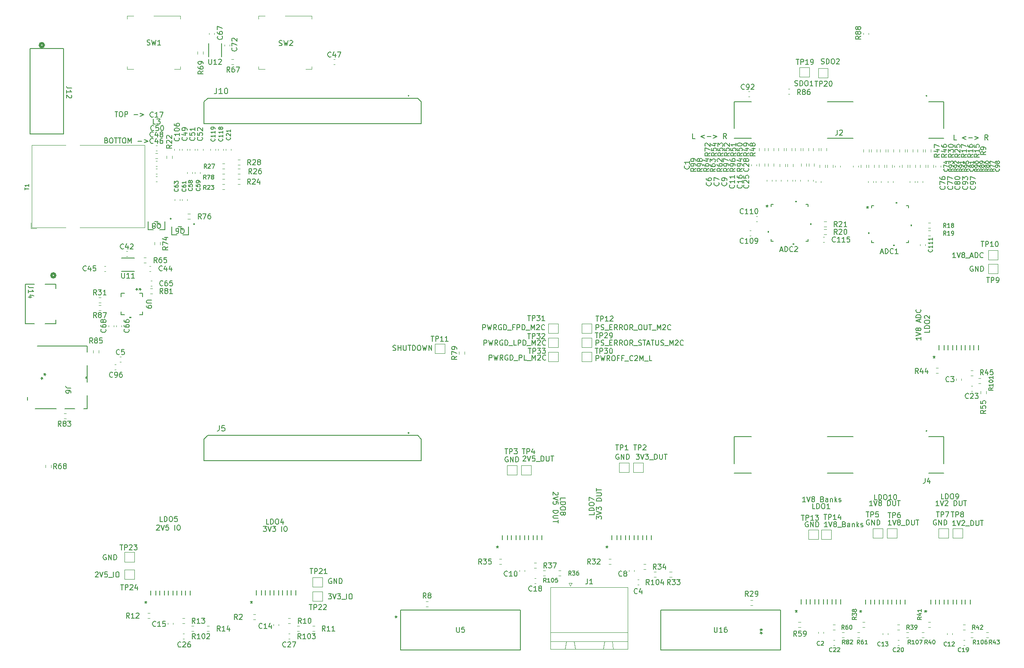
<source format=gto>
%TF.GenerationSoftware,KiCad,Pcbnew,8.0.5*%
%TF.CreationDate,2025-04-11T15:09:43-05:00*%
%TF.ProjectId,PSEC5_Ctrl_Board,50534543-355f-4437-9472-6c5f426f6172,rev?*%
%TF.SameCoordinates,Original*%
%TF.FileFunction,Legend,Top*%
%TF.FilePolarity,Positive*%
%FSLAX46Y46*%
G04 Gerber Fmt 4.6, Leading zero omitted, Abs format (unit mm)*
G04 Created by KiCad (PCBNEW 8.0.5) date 2025-04-11 15:09:43*
%MOMM*%
%LPD*%
G01*
G04 APERTURE LIST*
%ADD10C,0.150000*%
%ADD11C,0.120000*%
%ADD12C,0.152400*%
%ADD13C,0.000000*%
%ADD14C,0.508000*%
%ADD15C,0.200000*%
G04 APERTURE END LIST*
D10*
X178136779Y-104898819D02*
X178136779Y-103898819D01*
X178136779Y-103898819D02*
X178517731Y-103898819D01*
X178517731Y-103898819D02*
X178612969Y-103946438D01*
X178612969Y-103946438D02*
X178660588Y-103994057D01*
X178660588Y-103994057D02*
X178708207Y-104089295D01*
X178708207Y-104089295D02*
X178708207Y-104232152D01*
X178708207Y-104232152D02*
X178660588Y-104327390D01*
X178660588Y-104327390D02*
X178612969Y-104375009D01*
X178612969Y-104375009D02*
X178517731Y-104422628D01*
X178517731Y-104422628D02*
X178136779Y-104422628D01*
X179089160Y-104851200D02*
X179232017Y-104898819D01*
X179232017Y-104898819D02*
X179470112Y-104898819D01*
X179470112Y-104898819D02*
X179565350Y-104851200D01*
X179565350Y-104851200D02*
X179612969Y-104803580D01*
X179612969Y-104803580D02*
X179660588Y-104708342D01*
X179660588Y-104708342D02*
X179660588Y-104613104D01*
X179660588Y-104613104D02*
X179612969Y-104517866D01*
X179612969Y-104517866D02*
X179565350Y-104470247D01*
X179565350Y-104470247D02*
X179470112Y-104422628D01*
X179470112Y-104422628D02*
X179279636Y-104375009D01*
X179279636Y-104375009D02*
X179184398Y-104327390D01*
X179184398Y-104327390D02*
X179136779Y-104279771D01*
X179136779Y-104279771D02*
X179089160Y-104184533D01*
X179089160Y-104184533D02*
X179089160Y-104089295D01*
X179089160Y-104089295D02*
X179136779Y-103994057D01*
X179136779Y-103994057D02*
X179184398Y-103946438D01*
X179184398Y-103946438D02*
X179279636Y-103898819D01*
X179279636Y-103898819D02*
X179517731Y-103898819D01*
X179517731Y-103898819D02*
X179660588Y-103946438D01*
X179851065Y-104994057D02*
X180612969Y-104994057D01*
X180851065Y-104375009D02*
X181184398Y-104375009D01*
X181327255Y-104898819D02*
X180851065Y-104898819D01*
X180851065Y-104898819D02*
X180851065Y-103898819D01*
X180851065Y-103898819D02*
X181327255Y-103898819D01*
X182327255Y-104898819D02*
X181993922Y-104422628D01*
X181755827Y-104898819D02*
X181755827Y-103898819D01*
X181755827Y-103898819D02*
X182136779Y-103898819D01*
X182136779Y-103898819D02*
X182232017Y-103946438D01*
X182232017Y-103946438D02*
X182279636Y-103994057D01*
X182279636Y-103994057D02*
X182327255Y-104089295D01*
X182327255Y-104089295D02*
X182327255Y-104232152D01*
X182327255Y-104232152D02*
X182279636Y-104327390D01*
X182279636Y-104327390D02*
X182232017Y-104375009D01*
X182232017Y-104375009D02*
X182136779Y-104422628D01*
X182136779Y-104422628D02*
X181755827Y-104422628D01*
X183327255Y-104898819D02*
X182993922Y-104422628D01*
X182755827Y-104898819D02*
X182755827Y-103898819D01*
X182755827Y-103898819D02*
X183136779Y-103898819D01*
X183136779Y-103898819D02*
X183232017Y-103946438D01*
X183232017Y-103946438D02*
X183279636Y-103994057D01*
X183279636Y-103994057D02*
X183327255Y-104089295D01*
X183327255Y-104089295D02*
X183327255Y-104232152D01*
X183327255Y-104232152D02*
X183279636Y-104327390D01*
X183279636Y-104327390D02*
X183232017Y-104375009D01*
X183232017Y-104375009D02*
X183136779Y-104422628D01*
X183136779Y-104422628D02*
X182755827Y-104422628D01*
X183946303Y-103898819D02*
X184136779Y-103898819D01*
X184136779Y-103898819D02*
X184232017Y-103946438D01*
X184232017Y-103946438D02*
X184327255Y-104041676D01*
X184327255Y-104041676D02*
X184374874Y-104232152D01*
X184374874Y-104232152D02*
X184374874Y-104565485D01*
X184374874Y-104565485D02*
X184327255Y-104755961D01*
X184327255Y-104755961D02*
X184232017Y-104851200D01*
X184232017Y-104851200D02*
X184136779Y-104898819D01*
X184136779Y-104898819D02*
X183946303Y-104898819D01*
X183946303Y-104898819D02*
X183851065Y-104851200D01*
X183851065Y-104851200D02*
X183755827Y-104755961D01*
X183755827Y-104755961D02*
X183708208Y-104565485D01*
X183708208Y-104565485D02*
X183708208Y-104232152D01*
X183708208Y-104232152D02*
X183755827Y-104041676D01*
X183755827Y-104041676D02*
X183851065Y-103946438D01*
X183851065Y-103946438D02*
X183946303Y-103898819D01*
X185374874Y-104898819D02*
X185041541Y-104422628D01*
X184803446Y-104898819D02*
X184803446Y-103898819D01*
X184803446Y-103898819D02*
X185184398Y-103898819D01*
X185184398Y-103898819D02*
X185279636Y-103946438D01*
X185279636Y-103946438D02*
X185327255Y-103994057D01*
X185327255Y-103994057D02*
X185374874Y-104089295D01*
X185374874Y-104089295D02*
X185374874Y-104232152D01*
X185374874Y-104232152D02*
X185327255Y-104327390D01*
X185327255Y-104327390D02*
X185279636Y-104375009D01*
X185279636Y-104375009D02*
X185184398Y-104422628D01*
X185184398Y-104422628D02*
X184803446Y-104422628D01*
X185565351Y-104994057D02*
X186327255Y-104994057D01*
X186517732Y-104851200D02*
X186660589Y-104898819D01*
X186660589Y-104898819D02*
X186898684Y-104898819D01*
X186898684Y-104898819D02*
X186993922Y-104851200D01*
X186993922Y-104851200D02*
X187041541Y-104803580D01*
X187041541Y-104803580D02*
X187089160Y-104708342D01*
X187089160Y-104708342D02*
X187089160Y-104613104D01*
X187089160Y-104613104D02*
X187041541Y-104517866D01*
X187041541Y-104517866D02*
X186993922Y-104470247D01*
X186993922Y-104470247D02*
X186898684Y-104422628D01*
X186898684Y-104422628D02*
X186708208Y-104375009D01*
X186708208Y-104375009D02*
X186612970Y-104327390D01*
X186612970Y-104327390D02*
X186565351Y-104279771D01*
X186565351Y-104279771D02*
X186517732Y-104184533D01*
X186517732Y-104184533D02*
X186517732Y-104089295D01*
X186517732Y-104089295D02*
X186565351Y-103994057D01*
X186565351Y-103994057D02*
X186612970Y-103946438D01*
X186612970Y-103946438D02*
X186708208Y-103898819D01*
X186708208Y-103898819D02*
X186946303Y-103898819D01*
X186946303Y-103898819D02*
X187089160Y-103946438D01*
X187374875Y-103898819D02*
X187946303Y-103898819D01*
X187660589Y-104898819D02*
X187660589Y-103898819D01*
X188232018Y-104613104D02*
X188708208Y-104613104D01*
X188136780Y-104898819D02*
X188470113Y-103898819D01*
X188470113Y-103898819D02*
X188803446Y-104898819D01*
X188993923Y-103898819D02*
X189565351Y-103898819D01*
X189279637Y-104898819D02*
X189279637Y-103898819D01*
X189898685Y-103898819D02*
X189898685Y-104708342D01*
X189898685Y-104708342D02*
X189946304Y-104803580D01*
X189946304Y-104803580D02*
X189993923Y-104851200D01*
X189993923Y-104851200D02*
X190089161Y-104898819D01*
X190089161Y-104898819D02*
X190279637Y-104898819D01*
X190279637Y-104898819D02*
X190374875Y-104851200D01*
X190374875Y-104851200D02*
X190422494Y-104803580D01*
X190422494Y-104803580D02*
X190470113Y-104708342D01*
X190470113Y-104708342D02*
X190470113Y-103898819D01*
X190898685Y-104851200D02*
X191041542Y-104898819D01*
X191041542Y-104898819D02*
X191279637Y-104898819D01*
X191279637Y-104898819D02*
X191374875Y-104851200D01*
X191374875Y-104851200D02*
X191422494Y-104803580D01*
X191422494Y-104803580D02*
X191470113Y-104708342D01*
X191470113Y-104708342D02*
X191470113Y-104613104D01*
X191470113Y-104613104D02*
X191422494Y-104517866D01*
X191422494Y-104517866D02*
X191374875Y-104470247D01*
X191374875Y-104470247D02*
X191279637Y-104422628D01*
X191279637Y-104422628D02*
X191089161Y-104375009D01*
X191089161Y-104375009D02*
X190993923Y-104327390D01*
X190993923Y-104327390D02*
X190946304Y-104279771D01*
X190946304Y-104279771D02*
X190898685Y-104184533D01*
X190898685Y-104184533D02*
X190898685Y-104089295D01*
X190898685Y-104089295D02*
X190946304Y-103994057D01*
X190946304Y-103994057D02*
X190993923Y-103946438D01*
X190993923Y-103946438D02*
X191089161Y-103898819D01*
X191089161Y-103898819D02*
X191327256Y-103898819D01*
X191327256Y-103898819D02*
X191470113Y-103946438D01*
X191660590Y-104994057D02*
X192422494Y-104994057D01*
X192660590Y-104898819D02*
X192660590Y-103898819D01*
X192660590Y-103898819D02*
X192993923Y-104613104D01*
X192993923Y-104613104D02*
X193327256Y-103898819D01*
X193327256Y-103898819D02*
X193327256Y-104898819D01*
X193755828Y-103994057D02*
X193803447Y-103946438D01*
X193803447Y-103946438D02*
X193898685Y-103898819D01*
X193898685Y-103898819D02*
X194136780Y-103898819D01*
X194136780Y-103898819D02*
X194232018Y-103946438D01*
X194232018Y-103946438D02*
X194279637Y-103994057D01*
X194279637Y-103994057D02*
X194327256Y-104089295D01*
X194327256Y-104089295D02*
X194327256Y-104184533D01*
X194327256Y-104184533D02*
X194279637Y-104327390D01*
X194279637Y-104327390D02*
X193708209Y-104898819D01*
X193708209Y-104898819D02*
X194327256Y-104898819D01*
X195327256Y-104803580D02*
X195279637Y-104851200D01*
X195279637Y-104851200D02*
X195136780Y-104898819D01*
X195136780Y-104898819D02*
X195041542Y-104898819D01*
X195041542Y-104898819D02*
X194898685Y-104851200D01*
X194898685Y-104851200D02*
X194803447Y-104755961D01*
X194803447Y-104755961D02*
X194755828Y-104660723D01*
X194755828Y-104660723D02*
X194708209Y-104470247D01*
X194708209Y-104470247D02*
X194708209Y-104327390D01*
X194708209Y-104327390D02*
X194755828Y-104136914D01*
X194755828Y-104136914D02*
X194803447Y-104041676D01*
X194803447Y-104041676D02*
X194898685Y-103946438D01*
X194898685Y-103946438D02*
X195041542Y-103898819D01*
X195041542Y-103898819D02*
X195136780Y-103898819D01*
X195136780Y-103898819D02*
X195279637Y-103946438D01*
X195279637Y-103946438D02*
X195327256Y-103994057D01*
X249018588Y-140458819D02*
X248447160Y-140458819D01*
X248732874Y-140458819D02*
X248732874Y-139458819D01*
X248732874Y-139458819D02*
X248637636Y-139601676D01*
X248637636Y-139601676D02*
X248542398Y-139696914D01*
X248542398Y-139696914D02*
X248447160Y-139744533D01*
X249304303Y-139458819D02*
X249637636Y-140458819D01*
X249637636Y-140458819D02*
X249970969Y-139458819D01*
X250256684Y-139554057D02*
X250304303Y-139506438D01*
X250304303Y-139506438D02*
X250399541Y-139458819D01*
X250399541Y-139458819D02*
X250637636Y-139458819D01*
X250637636Y-139458819D02*
X250732874Y-139506438D01*
X250732874Y-139506438D02*
X250780493Y-139554057D01*
X250780493Y-139554057D02*
X250828112Y-139649295D01*
X250828112Y-139649295D02*
X250828112Y-139744533D01*
X250828112Y-139744533D02*
X250780493Y-139887390D01*
X250780493Y-139887390D02*
X250209065Y-140458819D01*
X250209065Y-140458819D02*
X250828112Y-140458819D01*
X251018589Y-140554057D02*
X251780493Y-140554057D01*
X252018589Y-140458819D02*
X252018589Y-139458819D01*
X252018589Y-139458819D02*
X252256684Y-139458819D01*
X252256684Y-139458819D02*
X252399541Y-139506438D01*
X252399541Y-139506438D02*
X252494779Y-139601676D01*
X252494779Y-139601676D02*
X252542398Y-139696914D01*
X252542398Y-139696914D02*
X252590017Y-139887390D01*
X252590017Y-139887390D02*
X252590017Y-140030247D01*
X252590017Y-140030247D02*
X252542398Y-140220723D01*
X252542398Y-140220723D02*
X252494779Y-140315961D01*
X252494779Y-140315961D02*
X252399541Y-140411200D01*
X252399541Y-140411200D02*
X252256684Y-140458819D01*
X252256684Y-140458819D02*
X252018589Y-140458819D01*
X253018589Y-139458819D02*
X253018589Y-140268342D01*
X253018589Y-140268342D02*
X253066208Y-140363580D01*
X253066208Y-140363580D02*
X253113827Y-140411200D01*
X253113827Y-140411200D02*
X253209065Y-140458819D01*
X253209065Y-140458819D02*
X253399541Y-140458819D01*
X253399541Y-140458819D02*
X253494779Y-140411200D01*
X253494779Y-140411200D02*
X253542398Y-140363580D01*
X253542398Y-140363580D02*
X253590017Y-140268342D01*
X253590017Y-140268342D02*
X253590017Y-139458819D01*
X253923351Y-139458819D02*
X254494779Y-139458819D01*
X254209065Y-140458819D02*
X254209065Y-139458819D01*
X245208588Y-139379438D02*
X245113350Y-139331819D01*
X245113350Y-139331819D02*
X244970493Y-139331819D01*
X244970493Y-139331819D02*
X244827636Y-139379438D01*
X244827636Y-139379438D02*
X244732398Y-139474676D01*
X244732398Y-139474676D02*
X244684779Y-139569914D01*
X244684779Y-139569914D02*
X244637160Y-139760390D01*
X244637160Y-139760390D02*
X244637160Y-139903247D01*
X244637160Y-139903247D02*
X244684779Y-140093723D01*
X244684779Y-140093723D02*
X244732398Y-140188961D01*
X244732398Y-140188961D02*
X244827636Y-140284200D01*
X244827636Y-140284200D02*
X244970493Y-140331819D01*
X244970493Y-140331819D02*
X245065731Y-140331819D01*
X245065731Y-140331819D02*
X245208588Y-140284200D01*
X245208588Y-140284200D02*
X245256207Y-140236580D01*
X245256207Y-140236580D02*
X245256207Y-139903247D01*
X245256207Y-139903247D02*
X245065731Y-139903247D01*
X245684779Y-140331819D02*
X245684779Y-139331819D01*
X245684779Y-139331819D02*
X246256207Y-140331819D01*
X246256207Y-140331819D02*
X246256207Y-139331819D01*
X246732398Y-140331819D02*
X246732398Y-139331819D01*
X246732398Y-139331819D02*
X246970493Y-139331819D01*
X246970493Y-139331819D02*
X247113350Y-139379438D01*
X247113350Y-139379438D02*
X247208588Y-139474676D01*
X247208588Y-139474676D02*
X247256207Y-139569914D01*
X247256207Y-139569914D02*
X247303826Y-139760390D01*
X247303826Y-139760390D02*
X247303826Y-139903247D01*
X247303826Y-139903247D02*
X247256207Y-140093723D01*
X247256207Y-140093723D02*
X247208588Y-140188961D01*
X247208588Y-140188961D02*
X247113350Y-140284200D01*
X247113350Y-140284200D02*
X246970493Y-140331819D01*
X246970493Y-140331819D02*
X246732398Y-140331819D01*
X81505588Y-146237438D02*
X81410350Y-146189819D01*
X81410350Y-146189819D02*
X81267493Y-146189819D01*
X81267493Y-146189819D02*
X81124636Y-146237438D01*
X81124636Y-146237438D02*
X81029398Y-146332676D01*
X81029398Y-146332676D02*
X80981779Y-146427914D01*
X80981779Y-146427914D02*
X80934160Y-146618390D01*
X80934160Y-146618390D02*
X80934160Y-146761247D01*
X80934160Y-146761247D02*
X80981779Y-146951723D01*
X80981779Y-146951723D02*
X81029398Y-147046961D01*
X81029398Y-147046961D02*
X81124636Y-147142200D01*
X81124636Y-147142200D02*
X81267493Y-147189819D01*
X81267493Y-147189819D02*
X81362731Y-147189819D01*
X81362731Y-147189819D02*
X81505588Y-147142200D01*
X81505588Y-147142200D02*
X81553207Y-147094580D01*
X81553207Y-147094580D02*
X81553207Y-146761247D01*
X81553207Y-146761247D02*
X81362731Y-146761247D01*
X81981779Y-147189819D02*
X81981779Y-146189819D01*
X81981779Y-146189819D02*
X82553207Y-147189819D01*
X82553207Y-147189819D02*
X82553207Y-146189819D01*
X83029398Y-147189819D02*
X83029398Y-146189819D01*
X83029398Y-146189819D02*
X83267493Y-146189819D01*
X83267493Y-146189819D02*
X83410350Y-146237438D01*
X83410350Y-146237438D02*
X83505588Y-146332676D01*
X83505588Y-146332676D02*
X83553207Y-146427914D01*
X83553207Y-146427914D02*
X83600826Y-146618390D01*
X83600826Y-146618390D02*
X83600826Y-146761247D01*
X83600826Y-146761247D02*
X83553207Y-146951723D01*
X83553207Y-146951723D02*
X83505588Y-147046961D01*
X83505588Y-147046961D02*
X83410350Y-147142200D01*
X83410350Y-147142200D02*
X83267493Y-147189819D01*
X83267493Y-147189819D02*
X83029398Y-147189819D01*
X222539160Y-49352200D02*
X222682017Y-49399819D01*
X222682017Y-49399819D02*
X222920112Y-49399819D01*
X222920112Y-49399819D02*
X223015350Y-49352200D01*
X223015350Y-49352200D02*
X223062969Y-49304580D01*
X223062969Y-49304580D02*
X223110588Y-49209342D01*
X223110588Y-49209342D02*
X223110588Y-49114104D01*
X223110588Y-49114104D02*
X223062969Y-49018866D01*
X223062969Y-49018866D02*
X223015350Y-48971247D01*
X223015350Y-48971247D02*
X222920112Y-48923628D01*
X222920112Y-48923628D02*
X222729636Y-48876009D01*
X222729636Y-48876009D02*
X222634398Y-48828390D01*
X222634398Y-48828390D02*
X222586779Y-48780771D01*
X222586779Y-48780771D02*
X222539160Y-48685533D01*
X222539160Y-48685533D02*
X222539160Y-48590295D01*
X222539160Y-48590295D02*
X222586779Y-48495057D01*
X222586779Y-48495057D02*
X222634398Y-48447438D01*
X222634398Y-48447438D02*
X222729636Y-48399819D01*
X222729636Y-48399819D02*
X222967731Y-48399819D01*
X222967731Y-48399819D02*
X223110588Y-48447438D01*
X223539160Y-49399819D02*
X223539160Y-48399819D01*
X223539160Y-48399819D02*
X223777255Y-48399819D01*
X223777255Y-48399819D02*
X223920112Y-48447438D01*
X223920112Y-48447438D02*
X224015350Y-48542676D01*
X224015350Y-48542676D02*
X224062969Y-48637914D01*
X224062969Y-48637914D02*
X224110588Y-48828390D01*
X224110588Y-48828390D02*
X224110588Y-48971247D01*
X224110588Y-48971247D02*
X224062969Y-49161723D01*
X224062969Y-49161723D02*
X224015350Y-49256961D01*
X224015350Y-49256961D02*
X223920112Y-49352200D01*
X223920112Y-49352200D02*
X223777255Y-49399819D01*
X223777255Y-49399819D02*
X223539160Y-49399819D01*
X224729636Y-48399819D02*
X224920112Y-48399819D01*
X224920112Y-48399819D02*
X225015350Y-48447438D01*
X225015350Y-48447438D02*
X225110588Y-48542676D01*
X225110588Y-48542676D02*
X225158207Y-48733152D01*
X225158207Y-48733152D02*
X225158207Y-49066485D01*
X225158207Y-49066485D02*
X225110588Y-49256961D01*
X225110588Y-49256961D02*
X225015350Y-49352200D01*
X225015350Y-49352200D02*
X224920112Y-49399819D01*
X224920112Y-49399819D02*
X224729636Y-49399819D01*
X224729636Y-49399819D02*
X224634398Y-49352200D01*
X224634398Y-49352200D02*
X224539160Y-49256961D01*
X224539160Y-49256961D02*
X224491541Y-49066485D01*
X224491541Y-49066485D02*
X224491541Y-48733152D01*
X224491541Y-48733152D02*
X224539160Y-48542676D01*
X224539160Y-48542676D02*
X224634398Y-48447438D01*
X224634398Y-48447438D02*
X224729636Y-48399819D01*
X225539160Y-48495057D02*
X225586779Y-48447438D01*
X225586779Y-48447438D02*
X225682017Y-48399819D01*
X225682017Y-48399819D02*
X225920112Y-48399819D01*
X225920112Y-48399819D02*
X226015350Y-48447438D01*
X226015350Y-48447438D02*
X226062969Y-48495057D01*
X226062969Y-48495057D02*
X226110588Y-48590295D01*
X226110588Y-48590295D02*
X226110588Y-48685533D01*
X226110588Y-48685533D02*
X226062969Y-48828390D01*
X226062969Y-48828390D02*
X225491541Y-49399819D01*
X225491541Y-49399819D02*
X226110588Y-49399819D01*
X245716588Y-136521819D02*
X245145160Y-136521819D01*
X245430874Y-136521819D02*
X245430874Y-135521819D01*
X245430874Y-135521819D02*
X245335636Y-135664676D01*
X245335636Y-135664676D02*
X245240398Y-135759914D01*
X245240398Y-135759914D02*
X245145160Y-135807533D01*
X246002303Y-135521819D02*
X246335636Y-136521819D01*
X246335636Y-136521819D02*
X246668969Y-135521819D01*
X246954684Y-135617057D02*
X247002303Y-135569438D01*
X247002303Y-135569438D02*
X247097541Y-135521819D01*
X247097541Y-135521819D02*
X247335636Y-135521819D01*
X247335636Y-135521819D02*
X247430874Y-135569438D01*
X247430874Y-135569438D02*
X247478493Y-135617057D01*
X247478493Y-135617057D02*
X247526112Y-135712295D01*
X247526112Y-135712295D02*
X247526112Y-135807533D01*
X247526112Y-135807533D02*
X247478493Y-135950390D01*
X247478493Y-135950390D02*
X246907065Y-136521819D01*
X246907065Y-136521819D02*
X247526112Y-136521819D01*
X248716589Y-136521819D02*
X248716589Y-135521819D01*
X248716589Y-135521819D02*
X248954684Y-135521819D01*
X248954684Y-135521819D02*
X249097541Y-135569438D01*
X249097541Y-135569438D02*
X249192779Y-135664676D01*
X249192779Y-135664676D02*
X249240398Y-135759914D01*
X249240398Y-135759914D02*
X249288017Y-135950390D01*
X249288017Y-135950390D02*
X249288017Y-136093247D01*
X249288017Y-136093247D02*
X249240398Y-136283723D01*
X249240398Y-136283723D02*
X249192779Y-136378961D01*
X249192779Y-136378961D02*
X249097541Y-136474200D01*
X249097541Y-136474200D02*
X248954684Y-136521819D01*
X248954684Y-136521819D02*
X248716589Y-136521819D01*
X249716589Y-135521819D02*
X249716589Y-136331342D01*
X249716589Y-136331342D02*
X249764208Y-136426580D01*
X249764208Y-136426580D02*
X249811827Y-136474200D01*
X249811827Y-136474200D02*
X249907065Y-136521819D01*
X249907065Y-136521819D02*
X250097541Y-136521819D01*
X250097541Y-136521819D02*
X250192779Y-136474200D01*
X250192779Y-136474200D02*
X250240398Y-136426580D01*
X250240398Y-136426580D02*
X250288017Y-136331342D01*
X250288017Y-136331342D02*
X250288017Y-135521819D01*
X250621351Y-135521819D02*
X251192779Y-135521819D01*
X250907065Y-136521819D02*
X250907065Y-135521819D01*
X249224969Y-64385819D02*
X248748779Y-64385819D01*
X248748779Y-64385819D02*
X248748779Y-63385819D01*
X251082113Y-63719152D02*
X250320208Y-64004866D01*
X250320208Y-64004866D02*
X251082113Y-64290580D01*
X251558303Y-64004866D02*
X252320208Y-64004866D01*
X252796398Y-63719152D02*
X253558303Y-64004866D01*
X253558303Y-64004866D02*
X252796398Y-64290580D01*
X255367826Y-64385819D02*
X255034493Y-63909628D01*
X254796398Y-64385819D02*
X254796398Y-63385819D01*
X254796398Y-63385819D02*
X255177350Y-63385819D01*
X255177350Y-63385819D02*
X255272588Y-63433438D01*
X255272588Y-63433438D02*
X255320207Y-63481057D01*
X255320207Y-63481057D02*
X255367826Y-63576295D01*
X255367826Y-63576295D02*
X255367826Y-63719152D01*
X255367826Y-63719152D02*
X255320207Y-63814390D01*
X255320207Y-63814390D02*
X255272588Y-63862009D01*
X255272588Y-63862009D02*
X255177350Y-63909628D01*
X255177350Y-63909628D02*
X254796398Y-63909628D01*
X125336541Y-153936819D02*
X125955588Y-153936819D01*
X125955588Y-153936819D02*
X125622255Y-154317771D01*
X125622255Y-154317771D02*
X125765112Y-154317771D01*
X125765112Y-154317771D02*
X125860350Y-154365390D01*
X125860350Y-154365390D02*
X125907969Y-154413009D01*
X125907969Y-154413009D02*
X125955588Y-154508247D01*
X125955588Y-154508247D02*
X125955588Y-154746342D01*
X125955588Y-154746342D02*
X125907969Y-154841580D01*
X125907969Y-154841580D02*
X125860350Y-154889200D01*
X125860350Y-154889200D02*
X125765112Y-154936819D01*
X125765112Y-154936819D02*
X125479398Y-154936819D01*
X125479398Y-154936819D02*
X125384160Y-154889200D01*
X125384160Y-154889200D02*
X125336541Y-154841580D01*
X126241303Y-153936819D02*
X126574636Y-154936819D01*
X126574636Y-154936819D02*
X126907969Y-153936819D01*
X127146065Y-153936819D02*
X127765112Y-153936819D01*
X127765112Y-153936819D02*
X127431779Y-154317771D01*
X127431779Y-154317771D02*
X127574636Y-154317771D01*
X127574636Y-154317771D02*
X127669874Y-154365390D01*
X127669874Y-154365390D02*
X127717493Y-154413009D01*
X127717493Y-154413009D02*
X127765112Y-154508247D01*
X127765112Y-154508247D02*
X127765112Y-154746342D01*
X127765112Y-154746342D02*
X127717493Y-154841580D01*
X127717493Y-154841580D02*
X127669874Y-154889200D01*
X127669874Y-154889200D02*
X127574636Y-154936819D01*
X127574636Y-154936819D02*
X127288922Y-154936819D01*
X127288922Y-154936819D02*
X127193684Y-154889200D01*
X127193684Y-154889200D02*
X127146065Y-154841580D01*
X127955589Y-155032057D02*
X128717493Y-155032057D01*
X128955589Y-154936819D02*
X128955589Y-153936819D01*
X129622255Y-153936819D02*
X129812731Y-153936819D01*
X129812731Y-153936819D02*
X129907969Y-153984438D01*
X129907969Y-153984438D02*
X130003207Y-154079676D01*
X130003207Y-154079676D02*
X130050826Y-154270152D01*
X130050826Y-154270152D02*
X130050826Y-154603485D01*
X130050826Y-154603485D02*
X130003207Y-154793961D01*
X130003207Y-154793961D02*
X129907969Y-154889200D01*
X129907969Y-154889200D02*
X129812731Y-154936819D01*
X129812731Y-154936819D02*
X129622255Y-154936819D01*
X129622255Y-154936819D02*
X129527017Y-154889200D01*
X129527017Y-154889200D02*
X129431779Y-154793961D01*
X129431779Y-154793961D02*
X129384160Y-154603485D01*
X129384160Y-154603485D02*
X129384160Y-154270152D01*
X129384160Y-154270152D02*
X129431779Y-154079676D01*
X129431779Y-154079676D02*
X129527017Y-153984438D01*
X129527017Y-153984438D02*
X129622255Y-153936819D01*
X156038779Y-104898819D02*
X156038779Y-103898819D01*
X156038779Y-103898819D02*
X156419731Y-103898819D01*
X156419731Y-103898819D02*
X156514969Y-103946438D01*
X156514969Y-103946438D02*
X156562588Y-103994057D01*
X156562588Y-103994057D02*
X156610207Y-104089295D01*
X156610207Y-104089295D02*
X156610207Y-104232152D01*
X156610207Y-104232152D02*
X156562588Y-104327390D01*
X156562588Y-104327390D02*
X156514969Y-104375009D01*
X156514969Y-104375009D02*
X156419731Y-104422628D01*
X156419731Y-104422628D02*
X156038779Y-104422628D01*
X156943541Y-103898819D02*
X157181636Y-104898819D01*
X157181636Y-104898819D02*
X157372112Y-104184533D01*
X157372112Y-104184533D02*
X157562588Y-104898819D01*
X157562588Y-104898819D02*
X157800684Y-103898819D01*
X158753064Y-104898819D02*
X158419731Y-104422628D01*
X158181636Y-104898819D02*
X158181636Y-103898819D01*
X158181636Y-103898819D02*
X158562588Y-103898819D01*
X158562588Y-103898819D02*
X158657826Y-103946438D01*
X158657826Y-103946438D02*
X158705445Y-103994057D01*
X158705445Y-103994057D02*
X158753064Y-104089295D01*
X158753064Y-104089295D02*
X158753064Y-104232152D01*
X158753064Y-104232152D02*
X158705445Y-104327390D01*
X158705445Y-104327390D02*
X158657826Y-104375009D01*
X158657826Y-104375009D02*
X158562588Y-104422628D01*
X158562588Y-104422628D02*
X158181636Y-104422628D01*
X159705445Y-103946438D02*
X159610207Y-103898819D01*
X159610207Y-103898819D02*
X159467350Y-103898819D01*
X159467350Y-103898819D02*
X159324493Y-103946438D01*
X159324493Y-103946438D02*
X159229255Y-104041676D01*
X159229255Y-104041676D02*
X159181636Y-104136914D01*
X159181636Y-104136914D02*
X159134017Y-104327390D01*
X159134017Y-104327390D02*
X159134017Y-104470247D01*
X159134017Y-104470247D02*
X159181636Y-104660723D01*
X159181636Y-104660723D02*
X159229255Y-104755961D01*
X159229255Y-104755961D02*
X159324493Y-104851200D01*
X159324493Y-104851200D02*
X159467350Y-104898819D01*
X159467350Y-104898819D02*
X159562588Y-104898819D01*
X159562588Y-104898819D02*
X159705445Y-104851200D01*
X159705445Y-104851200D02*
X159753064Y-104803580D01*
X159753064Y-104803580D02*
X159753064Y-104470247D01*
X159753064Y-104470247D02*
X159562588Y-104470247D01*
X160181636Y-104898819D02*
X160181636Y-103898819D01*
X160181636Y-103898819D02*
X160419731Y-103898819D01*
X160419731Y-103898819D02*
X160562588Y-103946438D01*
X160562588Y-103946438D02*
X160657826Y-104041676D01*
X160657826Y-104041676D02*
X160705445Y-104136914D01*
X160705445Y-104136914D02*
X160753064Y-104327390D01*
X160753064Y-104327390D02*
X160753064Y-104470247D01*
X160753064Y-104470247D02*
X160705445Y-104660723D01*
X160705445Y-104660723D02*
X160657826Y-104755961D01*
X160657826Y-104755961D02*
X160562588Y-104851200D01*
X160562588Y-104851200D02*
X160419731Y-104898819D01*
X160419731Y-104898819D02*
X160181636Y-104898819D01*
X160943541Y-104994057D02*
X161705445Y-104994057D01*
X162419731Y-104898819D02*
X161943541Y-104898819D01*
X161943541Y-104898819D02*
X161943541Y-103898819D01*
X162753065Y-104898819D02*
X162753065Y-103898819D01*
X162753065Y-103898819D02*
X163134017Y-103898819D01*
X163134017Y-103898819D02*
X163229255Y-103946438D01*
X163229255Y-103946438D02*
X163276874Y-103994057D01*
X163276874Y-103994057D02*
X163324493Y-104089295D01*
X163324493Y-104089295D02*
X163324493Y-104232152D01*
X163324493Y-104232152D02*
X163276874Y-104327390D01*
X163276874Y-104327390D02*
X163229255Y-104375009D01*
X163229255Y-104375009D02*
X163134017Y-104422628D01*
X163134017Y-104422628D02*
X162753065Y-104422628D01*
X163753065Y-104898819D02*
X163753065Y-103898819D01*
X163753065Y-103898819D02*
X163991160Y-103898819D01*
X163991160Y-103898819D02*
X164134017Y-103946438D01*
X164134017Y-103946438D02*
X164229255Y-104041676D01*
X164229255Y-104041676D02*
X164276874Y-104136914D01*
X164276874Y-104136914D02*
X164324493Y-104327390D01*
X164324493Y-104327390D02*
X164324493Y-104470247D01*
X164324493Y-104470247D02*
X164276874Y-104660723D01*
X164276874Y-104660723D02*
X164229255Y-104755961D01*
X164229255Y-104755961D02*
X164134017Y-104851200D01*
X164134017Y-104851200D02*
X163991160Y-104898819D01*
X163991160Y-104898819D02*
X163753065Y-104898819D01*
X164514970Y-104994057D02*
X165276874Y-104994057D01*
X165514970Y-104898819D02*
X165514970Y-103898819D01*
X165514970Y-103898819D02*
X165848303Y-104613104D01*
X165848303Y-104613104D02*
X166181636Y-103898819D01*
X166181636Y-103898819D02*
X166181636Y-104898819D01*
X166610208Y-103994057D02*
X166657827Y-103946438D01*
X166657827Y-103946438D02*
X166753065Y-103898819D01*
X166753065Y-103898819D02*
X166991160Y-103898819D01*
X166991160Y-103898819D02*
X167086398Y-103946438D01*
X167086398Y-103946438D02*
X167134017Y-103994057D01*
X167134017Y-103994057D02*
X167181636Y-104089295D01*
X167181636Y-104089295D02*
X167181636Y-104184533D01*
X167181636Y-104184533D02*
X167134017Y-104327390D01*
X167134017Y-104327390D02*
X166562589Y-104898819D01*
X166562589Y-104898819D02*
X167181636Y-104898819D01*
X168181636Y-104803580D02*
X168134017Y-104851200D01*
X168134017Y-104851200D02*
X167991160Y-104898819D01*
X167991160Y-104898819D02*
X167895922Y-104898819D01*
X167895922Y-104898819D02*
X167753065Y-104851200D01*
X167753065Y-104851200D02*
X167657827Y-104755961D01*
X167657827Y-104755961D02*
X167610208Y-104660723D01*
X167610208Y-104660723D02*
X167562589Y-104470247D01*
X167562589Y-104470247D02*
X167562589Y-104327390D01*
X167562589Y-104327390D02*
X167610208Y-104136914D01*
X167610208Y-104136914D02*
X167657827Y-104041676D01*
X167657827Y-104041676D02*
X167753065Y-103946438D01*
X167753065Y-103946438D02*
X167895922Y-103898819D01*
X167895922Y-103898819D02*
X167991160Y-103898819D01*
X167991160Y-103898819D02*
X168134017Y-103946438D01*
X168134017Y-103946438D02*
X168181636Y-103994057D01*
X252447588Y-89341438D02*
X252352350Y-89293819D01*
X252352350Y-89293819D02*
X252209493Y-89293819D01*
X252209493Y-89293819D02*
X252066636Y-89341438D01*
X252066636Y-89341438D02*
X251971398Y-89436676D01*
X251971398Y-89436676D02*
X251923779Y-89531914D01*
X251923779Y-89531914D02*
X251876160Y-89722390D01*
X251876160Y-89722390D02*
X251876160Y-89865247D01*
X251876160Y-89865247D02*
X251923779Y-90055723D01*
X251923779Y-90055723D02*
X251971398Y-90150961D01*
X251971398Y-90150961D02*
X252066636Y-90246200D01*
X252066636Y-90246200D02*
X252209493Y-90293819D01*
X252209493Y-90293819D02*
X252304731Y-90293819D01*
X252304731Y-90293819D02*
X252447588Y-90246200D01*
X252447588Y-90246200D02*
X252495207Y-90198580D01*
X252495207Y-90198580D02*
X252495207Y-89865247D01*
X252495207Y-89865247D02*
X252304731Y-89865247D01*
X252923779Y-90293819D02*
X252923779Y-89293819D01*
X252923779Y-89293819D02*
X253495207Y-90293819D01*
X253495207Y-90293819D02*
X253495207Y-89293819D01*
X253971398Y-90293819D02*
X253971398Y-89293819D01*
X253971398Y-89293819D02*
X254209493Y-89293819D01*
X254209493Y-89293819D02*
X254352350Y-89341438D01*
X254352350Y-89341438D02*
X254447588Y-89436676D01*
X254447588Y-89436676D02*
X254495207Y-89531914D01*
X254495207Y-89531914D02*
X254542826Y-89722390D01*
X254542826Y-89722390D02*
X254542826Y-89865247D01*
X254542826Y-89865247D02*
X254495207Y-90055723D01*
X254495207Y-90055723D02*
X254447588Y-90150961D01*
X254447588Y-90150961D02*
X254352350Y-90246200D01*
X254352350Y-90246200D02*
X254209493Y-90293819D01*
X254209493Y-90293819D02*
X253971398Y-90293819D01*
X197662969Y-64131819D02*
X197186779Y-64131819D01*
X197186779Y-64131819D02*
X197186779Y-63131819D01*
X199520113Y-63465152D02*
X198758208Y-63750866D01*
X198758208Y-63750866D02*
X199520113Y-64036580D01*
X199996303Y-63750866D02*
X200758208Y-63750866D01*
X201234398Y-63465152D02*
X201996303Y-63750866D01*
X201996303Y-63750866D02*
X201234398Y-64036580D01*
X203805826Y-64131819D02*
X203472493Y-63655628D01*
X203234398Y-64131819D02*
X203234398Y-63131819D01*
X203234398Y-63131819D02*
X203615350Y-63131819D01*
X203615350Y-63131819D02*
X203710588Y-63179438D01*
X203710588Y-63179438D02*
X203758207Y-63227057D01*
X203758207Y-63227057D02*
X203805826Y-63322295D01*
X203805826Y-63322295D02*
X203805826Y-63465152D01*
X203805826Y-63465152D02*
X203758207Y-63560390D01*
X203758207Y-63560390D02*
X203710588Y-63608009D01*
X203710588Y-63608009D02*
X203615350Y-63655628D01*
X203615350Y-63655628D02*
X203234398Y-63655628D01*
X186042541Y-126377819D02*
X186661588Y-126377819D01*
X186661588Y-126377819D02*
X186328255Y-126758771D01*
X186328255Y-126758771D02*
X186471112Y-126758771D01*
X186471112Y-126758771D02*
X186566350Y-126806390D01*
X186566350Y-126806390D02*
X186613969Y-126854009D01*
X186613969Y-126854009D02*
X186661588Y-126949247D01*
X186661588Y-126949247D02*
X186661588Y-127187342D01*
X186661588Y-127187342D02*
X186613969Y-127282580D01*
X186613969Y-127282580D02*
X186566350Y-127330200D01*
X186566350Y-127330200D02*
X186471112Y-127377819D01*
X186471112Y-127377819D02*
X186185398Y-127377819D01*
X186185398Y-127377819D02*
X186090160Y-127330200D01*
X186090160Y-127330200D02*
X186042541Y-127282580D01*
X186947303Y-126377819D02*
X187280636Y-127377819D01*
X187280636Y-127377819D02*
X187613969Y-126377819D01*
X187852065Y-126377819D02*
X188471112Y-126377819D01*
X188471112Y-126377819D02*
X188137779Y-126758771D01*
X188137779Y-126758771D02*
X188280636Y-126758771D01*
X188280636Y-126758771D02*
X188375874Y-126806390D01*
X188375874Y-126806390D02*
X188423493Y-126854009D01*
X188423493Y-126854009D02*
X188471112Y-126949247D01*
X188471112Y-126949247D02*
X188471112Y-127187342D01*
X188471112Y-127187342D02*
X188423493Y-127282580D01*
X188423493Y-127282580D02*
X188375874Y-127330200D01*
X188375874Y-127330200D02*
X188280636Y-127377819D01*
X188280636Y-127377819D02*
X187994922Y-127377819D01*
X187994922Y-127377819D02*
X187899684Y-127330200D01*
X187899684Y-127330200D02*
X187852065Y-127282580D01*
X188661589Y-127473057D02*
X189423493Y-127473057D01*
X189661589Y-127377819D02*
X189661589Y-126377819D01*
X189661589Y-126377819D02*
X189899684Y-126377819D01*
X189899684Y-126377819D02*
X190042541Y-126425438D01*
X190042541Y-126425438D02*
X190137779Y-126520676D01*
X190137779Y-126520676D02*
X190185398Y-126615914D01*
X190185398Y-126615914D02*
X190233017Y-126806390D01*
X190233017Y-126806390D02*
X190233017Y-126949247D01*
X190233017Y-126949247D02*
X190185398Y-127139723D01*
X190185398Y-127139723D02*
X190137779Y-127234961D01*
X190137779Y-127234961D02*
X190042541Y-127330200D01*
X190042541Y-127330200D02*
X189899684Y-127377819D01*
X189899684Y-127377819D02*
X189661589Y-127377819D01*
X190661589Y-126377819D02*
X190661589Y-127187342D01*
X190661589Y-127187342D02*
X190709208Y-127282580D01*
X190709208Y-127282580D02*
X190756827Y-127330200D01*
X190756827Y-127330200D02*
X190852065Y-127377819D01*
X190852065Y-127377819D02*
X191042541Y-127377819D01*
X191042541Y-127377819D02*
X191137779Y-127330200D01*
X191137779Y-127330200D02*
X191185398Y-127282580D01*
X191185398Y-127282580D02*
X191233017Y-127187342D01*
X191233017Y-127187342D02*
X191233017Y-126377819D01*
X191566351Y-126377819D02*
X192137779Y-126377819D01*
X191852065Y-127377819D02*
X191852065Y-126377819D01*
X160753588Y-126933438D02*
X160658350Y-126885819D01*
X160658350Y-126885819D02*
X160515493Y-126885819D01*
X160515493Y-126885819D02*
X160372636Y-126933438D01*
X160372636Y-126933438D02*
X160277398Y-127028676D01*
X160277398Y-127028676D02*
X160229779Y-127123914D01*
X160229779Y-127123914D02*
X160182160Y-127314390D01*
X160182160Y-127314390D02*
X160182160Y-127457247D01*
X160182160Y-127457247D02*
X160229779Y-127647723D01*
X160229779Y-127647723D02*
X160277398Y-127742961D01*
X160277398Y-127742961D02*
X160372636Y-127838200D01*
X160372636Y-127838200D02*
X160515493Y-127885819D01*
X160515493Y-127885819D02*
X160610731Y-127885819D01*
X160610731Y-127885819D02*
X160753588Y-127838200D01*
X160753588Y-127838200D02*
X160801207Y-127790580D01*
X160801207Y-127790580D02*
X160801207Y-127457247D01*
X160801207Y-127457247D02*
X160610731Y-127457247D01*
X161229779Y-127885819D02*
X161229779Y-126885819D01*
X161229779Y-126885819D02*
X161801207Y-127885819D01*
X161801207Y-127885819D02*
X161801207Y-126885819D01*
X162277398Y-127885819D02*
X162277398Y-126885819D01*
X162277398Y-126885819D02*
X162515493Y-126885819D01*
X162515493Y-126885819D02*
X162658350Y-126933438D01*
X162658350Y-126933438D02*
X162753588Y-127028676D01*
X162753588Y-127028676D02*
X162801207Y-127123914D01*
X162801207Y-127123914D02*
X162848826Y-127314390D01*
X162848826Y-127314390D02*
X162848826Y-127457247D01*
X162848826Y-127457247D02*
X162801207Y-127647723D01*
X162801207Y-127647723D02*
X162753588Y-127742961D01*
X162753588Y-127742961D02*
X162658350Y-127838200D01*
X162658350Y-127838200D02*
X162515493Y-127885819D01*
X162515493Y-127885819D02*
X162277398Y-127885819D01*
X163738160Y-126854057D02*
X163785779Y-126806438D01*
X163785779Y-126806438D02*
X163881017Y-126758819D01*
X163881017Y-126758819D02*
X164119112Y-126758819D01*
X164119112Y-126758819D02*
X164214350Y-126806438D01*
X164214350Y-126806438D02*
X164261969Y-126854057D01*
X164261969Y-126854057D02*
X164309588Y-126949295D01*
X164309588Y-126949295D02*
X164309588Y-127044533D01*
X164309588Y-127044533D02*
X164261969Y-127187390D01*
X164261969Y-127187390D02*
X163690541Y-127758819D01*
X163690541Y-127758819D02*
X164309588Y-127758819D01*
X164595303Y-126758819D02*
X164928636Y-127758819D01*
X164928636Y-127758819D02*
X165261969Y-126758819D01*
X166071493Y-126758819D02*
X165595303Y-126758819D01*
X165595303Y-126758819D02*
X165547684Y-127235009D01*
X165547684Y-127235009D02*
X165595303Y-127187390D01*
X165595303Y-127187390D02*
X165690541Y-127139771D01*
X165690541Y-127139771D02*
X165928636Y-127139771D01*
X165928636Y-127139771D02*
X166023874Y-127187390D01*
X166023874Y-127187390D02*
X166071493Y-127235009D01*
X166071493Y-127235009D02*
X166119112Y-127330247D01*
X166119112Y-127330247D02*
X166119112Y-127568342D01*
X166119112Y-127568342D02*
X166071493Y-127663580D01*
X166071493Y-127663580D02*
X166023874Y-127711200D01*
X166023874Y-127711200D02*
X165928636Y-127758819D01*
X165928636Y-127758819D02*
X165690541Y-127758819D01*
X165690541Y-127758819D02*
X165595303Y-127711200D01*
X165595303Y-127711200D02*
X165547684Y-127663580D01*
X166309589Y-127854057D02*
X167071493Y-127854057D01*
X167309589Y-127758819D02*
X167309589Y-126758819D01*
X167309589Y-126758819D02*
X167547684Y-126758819D01*
X167547684Y-126758819D02*
X167690541Y-126806438D01*
X167690541Y-126806438D02*
X167785779Y-126901676D01*
X167785779Y-126901676D02*
X167833398Y-126996914D01*
X167833398Y-126996914D02*
X167881017Y-127187390D01*
X167881017Y-127187390D02*
X167881017Y-127330247D01*
X167881017Y-127330247D02*
X167833398Y-127520723D01*
X167833398Y-127520723D02*
X167785779Y-127615961D01*
X167785779Y-127615961D02*
X167690541Y-127711200D01*
X167690541Y-127711200D02*
X167547684Y-127758819D01*
X167547684Y-127758819D02*
X167309589Y-127758819D01*
X168309589Y-126758819D02*
X168309589Y-127568342D01*
X168309589Y-127568342D02*
X168357208Y-127663580D01*
X168357208Y-127663580D02*
X168404827Y-127711200D01*
X168404827Y-127711200D02*
X168500065Y-127758819D01*
X168500065Y-127758819D02*
X168690541Y-127758819D01*
X168690541Y-127758819D02*
X168785779Y-127711200D01*
X168785779Y-127711200D02*
X168833398Y-127663580D01*
X168833398Y-127663580D02*
X168881017Y-127568342D01*
X168881017Y-127568342D02*
X168881017Y-126758819D01*
X169214351Y-126758819D02*
X169785779Y-126758819D01*
X169500065Y-127758819D02*
X169500065Y-126758819D01*
X223745588Y-140712819D02*
X223174160Y-140712819D01*
X223459874Y-140712819D02*
X223459874Y-139712819D01*
X223459874Y-139712819D02*
X223364636Y-139855676D01*
X223364636Y-139855676D02*
X223269398Y-139950914D01*
X223269398Y-139950914D02*
X223174160Y-139998533D01*
X224031303Y-139712819D02*
X224364636Y-140712819D01*
X224364636Y-140712819D02*
X224697969Y-139712819D01*
X225174160Y-140141390D02*
X225078922Y-140093771D01*
X225078922Y-140093771D02*
X225031303Y-140046152D01*
X225031303Y-140046152D02*
X224983684Y-139950914D01*
X224983684Y-139950914D02*
X224983684Y-139903295D01*
X224983684Y-139903295D02*
X225031303Y-139808057D01*
X225031303Y-139808057D02*
X225078922Y-139760438D01*
X225078922Y-139760438D02*
X225174160Y-139712819D01*
X225174160Y-139712819D02*
X225364636Y-139712819D01*
X225364636Y-139712819D02*
X225459874Y-139760438D01*
X225459874Y-139760438D02*
X225507493Y-139808057D01*
X225507493Y-139808057D02*
X225555112Y-139903295D01*
X225555112Y-139903295D02*
X225555112Y-139950914D01*
X225555112Y-139950914D02*
X225507493Y-140046152D01*
X225507493Y-140046152D02*
X225459874Y-140093771D01*
X225459874Y-140093771D02*
X225364636Y-140141390D01*
X225364636Y-140141390D02*
X225174160Y-140141390D01*
X225174160Y-140141390D02*
X225078922Y-140189009D01*
X225078922Y-140189009D02*
X225031303Y-140236628D01*
X225031303Y-140236628D02*
X224983684Y-140331866D01*
X224983684Y-140331866D02*
X224983684Y-140522342D01*
X224983684Y-140522342D02*
X225031303Y-140617580D01*
X225031303Y-140617580D02*
X225078922Y-140665200D01*
X225078922Y-140665200D02*
X225174160Y-140712819D01*
X225174160Y-140712819D02*
X225364636Y-140712819D01*
X225364636Y-140712819D02*
X225459874Y-140665200D01*
X225459874Y-140665200D02*
X225507493Y-140617580D01*
X225507493Y-140617580D02*
X225555112Y-140522342D01*
X225555112Y-140522342D02*
X225555112Y-140331866D01*
X225555112Y-140331866D02*
X225507493Y-140236628D01*
X225507493Y-140236628D02*
X225459874Y-140189009D01*
X225459874Y-140189009D02*
X225364636Y-140141390D01*
X225745589Y-140808057D02*
X226507493Y-140808057D01*
X227078922Y-140189009D02*
X227221779Y-140236628D01*
X227221779Y-140236628D02*
X227269398Y-140284247D01*
X227269398Y-140284247D02*
X227317017Y-140379485D01*
X227317017Y-140379485D02*
X227317017Y-140522342D01*
X227317017Y-140522342D02*
X227269398Y-140617580D01*
X227269398Y-140617580D02*
X227221779Y-140665200D01*
X227221779Y-140665200D02*
X227126541Y-140712819D01*
X227126541Y-140712819D02*
X226745589Y-140712819D01*
X226745589Y-140712819D02*
X226745589Y-139712819D01*
X226745589Y-139712819D02*
X227078922Y-139712819D01*
X227078922Y-139712819D02*
X227174160Y-139760438D01*
X227174160Y-139760438D02*
X227221779Y-139808057D01*
X227221779Y-139808057D02*
X227269398Y-139903295D01*
X227269398Y-139903295D02*
X227269398Y-139998533D01*
X227269398Y-139998533D02*
X227221779Y-140093771D01*
X227221779Y-140093771D02*
X227174160Y-140141390D01*
X227174160Y-140141390D02*
X227078922Y-140189009D01*
X227078922Y-140189009D02*
X226745589Y-140189009D01*
X228174160Y-140712819D02*
X228174160Y-140189009D01*
X228174160Y-140189009D02*
X228126541Y-140093771D01*
X228126541Y-140093771D02*
X228031303Y-140046152D01*
X228031303Y-140046152D02*
X227840827Y-140046152D01*
X227840827Y-140046152D02*
X227745589Y-140093771D01*
X228174160Y-140665200D02*
X228078922Y-140712819D01*
X228078922Y-140712819D02*
X227840827Y-140712819D01*
X227840827Y-140712819D02*
X227745589Y-140665200D01*
X227745589Y-140665200D02*
X227697970Y-140569961D01*
X227697970Y-140569961D02*
X227697970Y-140474723D01*
X227697970Y-140474723D02*
X227745589Y-140379485D01*
X227745589Y-140379485D02*
X227840827Y-140331866D01*
X227840827Y-140331866D02*
X228078922Y-140331866D01*
X228078922Y-140331866D02*
X228174160Y-140284247D01*
X228650351Y-140046152D02*
X228650351Y-140712819D01*
X228650351Y-140141390D02*
X228697970Y-140093771D01*
X228697970Y-140093771D02*
X228793208Y-140046152D01*
X228793208Y-140046152D02*
X228936065Y-140046152D01*
X228936065Y-140046152D02*
X229031303Y-140093771D01*
X229031303Y-140093771D02*
X229078922Y-140189009D01*
X229078922Y-140189009D02*
X229078922Y-140712819D01*
X229555113Y-140712819D02*
X229555113Y-139712819D01*
X229650351Y-140331866D02*
X229936065Y-140712819D01*
X229936065Y-140046152D02*
X229555113Y-140427104D01*
X230317018Y-140665200D02*
X230412256Y-140712819D01*
X230412256Y-140712819D02*
X230602732Y-140712819D01*
X230602732Y-140712819D02*
X230697970Y-140665200D01*
X230697970Y-140665200D02*
X230745589Y-140569961D01*
X230745589Y-140569961D02*
X230745589Y-140522342D01*
X230745589Y-140522342D02*
X230697970Y-140427104D01*
X230697970Y-140427104D02*
X230602732Y-140379485D01*
X230602732Y-140379485D02*
X230459875Y-140379485D01*
X230459875Y-140379485D02*
X230364637Y-140331866D01*
X230364637Y-140331866D02*
X230317018Y-140236628D01*
X230317018Y-140236628D02*
X230317018Y-140189009D01*
X230317018Y-140189009D02*
X230364637Y-140093771D01*
X230364637Y-140093771D02*
X230459875Y-140046152D01*
X230459875Y-140046152D02*
X230602732Y-140046152D01*
X230602732Y-140046152D02*
X230697970Y-140093771D01*
X219935588Y-139760438D02*
X219840350Y-139712819D01*
X219840350Y-139712819D02*
X219697493Y-139712819D01*
X219697493Y-139712819D02*
X219554636Y-139760438D01*
X219554636Y-139760438D02*
X219459398Y-139855676D01*
X219459398Y-139855676D02*
X219411779Y-139950914D01*
X219411779Y-139950914D02*
X219364160Y-140141390D01*
X219364160Y-140141390D02*
X219364160Y-140284247D01*
X219364160Y-140284247D02*
X219411779Y-140474723D01*
X219411779Y-140474723D02*
X219459398Y-140569961D01*
X219459398Y-140569961D02*
X219554636Y-140665200D01*
X219554636Y-140665200D02*
X219697493Y-140712819D01*
X219697493Y-140712819D02*
X219792731Y-140712819D01*
X219792731Y-140712819D02*
X219935588Y-140665200D01*
X219935588Y-140665200D02*
X219983207Y-140617580D01*
X219983207Y-140617580D02*
X219983207Y-140284247D01*
X219983207Y-140284247D02*
X219792731Y-140284247D01*
X220411779Y-140712819D02*
X220411779Y-139712819D01*
X220411779Y-139712819D02*
X220983207Y-140712819D01*
X220983207Y-140712819D02*
X220983207Y-139712819D01*
X221459398Y-140712819D02*
X221459398Y-139712819D01*
X221459398Y-139712819D02*
X221697493Y-139712819D01*
X221697493Y-139712819D02*
X221840350Y-139760438D01*
X221840350Y-139760438D02*
X221935588Y-139855676D01*
X221935588Y-139855676D02*
X221983207Y-139950914D01*
X221983207Y-139950914D02*
X222030826Y-140141390D01*
X222030826Y-140141390D02*
X222030826Y-140284247D01*
X222030826Y-140284247D02*
X221983207Y-140474723D01*
X221983207Y-140474723D02*
X221935588Y-140569961D01*
X221935588Y-140569961D02*
X221840350Y-140665200D01*
X221840350Y-140665200D02*
X221697493Y-140712819D01*
X221697493Y-140712819D02*
X221459398Y-140712819D01*
X182597588Y-126425438D02*
X182502350Y-126377819D01*
X182502350Y-126377819D02*
X182359493Y-126377819D01*
X182359493Y-126377819D02*
X182216636Y-126425438D01*
X182216636Y-126425438D02*
X182121398Y-126520676D01*
X182121398Y-126520676D02*
X182073779Y-126615914D01*
X182073779Y-126615914D02*
X182026160Y-126806390D01*
X182026160Y-126806390D02*
X182026160Y-126949247D01*
X182026160Y-126949247D02*
X182073779Y-127139723D01*
X182073779Y-127139723D02*
X182121398Y-127234961D01*
X182121398Y-127234961D02*
X182216636Y-127330200D01*
X182216636Y-127330200D02*
X182359493Y-127377819D01*
X182359493Y-127377819D02*
X182454731Y-127377819D01*
X182454731Y-127377819D02*
X182597588Y-127330200D01*
X182597588Y-127330200D02*
X182645207Y-127282580D01*
X182645207Y-127282580D02*
X182645207Y-126949247D01*
X182645207Y-126949247D02*
X182454731Y-126949247D01*
X183073779Y-127377819D02*
X183073779Y-126377819D01*
X183073779Y-126377819D02*
X183645207Y-127377819D01*
X183645207Y-127377819D02*
X183645207Y-126377819D01*
X184121398Y-127377819D02*
X184121398Y-126377819D01*
X184121398Y-126377819D02*
X184359493Y-126377819D01*
X184359493Y-126377819D02*
X184502350Y-126425438D01*
X184502350Y-126425438D02*
X184597588Y-126520676D01*
X184597588Y-126520676D02*
X184645207Y-126615914D01*
X184645207Y-126615914D02*
X184692826Y-126806390D01*
X184692826Y-126806390D02*
X184692826Y-126949247D01*
X184692826Y-126949247D02*
X184645207Y-127139723D01*
X184645207Y-127139723D02*
X184597588Y-127234961D01*
X184597588Y-127234961D02*
X184502350Y-127330200D01*
X184502350Y-127330200D02*
X184359493Y-127377819D01*
X184359493Y-127377819D02*
X184121398Y-127377819D01*
X178136779Y-107946819D02*
X178136779Y-106946819D01*
X178136779Y-106946819D02*
X178517731Y-106946819D01*
X178517731Y-106946819D02*
X178612969Y-106994438D01*
X178612969Y-106994438D02*
X178660588Y-107042057D01*
X178660588Y-107042057D02*
X178708207Y-107137295D01*
X178708207Y-107137295D02*
X178708207Y-107280152D01*
X178708207Y-107280152D02*
X178660588Y-107375390D01*
X178660588Y-107375390D02*
X178612969Y-107423009D01*
X178612969Y-107423009D02*
X178517731Y-107470628D01*
X178517731Y-107470628D02*
X178136779Y-107470628D01*
X179041541Y-106946819D02*
X179279636Y-107946819D01*
X179279636Y-107946819D02*
X179470112Y-107232533D01*
X179470112Y-107232533D02*
X179660588Y-107946819D01*
X179660588Y-107946819D02*
X179898684Y-106946819D01*
X180851064Y-107946819D02*
X180517731Y-107470628D01*
X180279636Y-107946819D02*
X180279636Y-106946819D01*
X180279636Y-106946819D02*
X180660588Y-106946819D01*
X180660588Y-106946819D02*
X180755826Y-106994438D01*
X180755826Y-106994438D02*
X180803445Y-107042057D01*
X180803445Y-107042057D02*
X180851064Y-107137295D01*
X180851064Y-107137295D02*
X180851064Y-107280152D01*
X180851064Y-107280152D02*
X180803445Y-107375390D01*
X180803445Y-107375390D02*
X180755826Y-107423009D01*
X180755826Y-107423009D02*
X180660588Y-107470628D01*
X180660588Y-107470628D02*
X180279636Y-107470628D01*
X181470112Y-106946819D02*
X181660588Y-106946819D01*
X181660588Y-106946819D02*
X181755826Y-106994438D01*
X181755826Y-106994438D02*
X181851064Y-107089676D01*
X181851064Y-107089676D02*
X181898683Y-107280152D01*
X181898683Y-107280152D02*
X181898683Y-107613485D01*
X181898683Y-107613485D02*
X181851064Y-107803961D01*
X181851064Y-107803961D02*
X181755826Y-107899200D01*
X181755826Y-107899200D02*
X181660588Y-107946819D01*
X181660588Y-107946819D02*
X181470112Y-107946819D01*
X181470112Y-107946819D02*
X181374874Y-107899200D01*
X181374874Y-107899200D02*
X181279636Y-107803961D01*
X181279636Y-107803961D02*
X181232017Y-107613485D01*
X181232017Y-107613485D02*
X181232017Y-107280152D01*
X181232017Y-107280152D02*
X181279636Y-107089676D01*
X181279636Y-107089676D02*
X181374874Y-106994438D01*
X181374874Y-106994438D02*
X181470112Y-106946819D01*
X182660588Y-107423009D02*
X182327255Y-107423009D01*
X182327255Y-107946819D02*
X182327255Y-106946819D01*
X182327255Y-106946819D02*
X182803445Y-106946819D01*
X183517731Y-107423009D02*
X183184398Y-107423009D01*
X183184398Y-107946819D02*
X183184398Y-106946819D01*
X183184398Y-106946819D02*
X183660588Y-106946819D01*
X183803446Y-108042057D02*
X184565350Y-108042057D01*
X185374874Y-107851580D02*
X185327255Y-107899200D01*
X185327255Y-107899200D02*
X185184398Y-107946819D01*
X185184398Y-107946819D02*
X185089160Y-107946819D01*
X185089160Y-107946819D02*
X184946303Y-107899200D01*
X184946303Y-107899200D02*
X184851065Y-107803961D01*
X184851065Y-107803961D02*
X184803446Y-107708723D01*
X184803446Y-107708723D02*
X184755827Y-107518247D01*
X184755827Y-107518247D02*
X184755827Y-107375390D01*
X184755827Y-107375390D02*
X184803446Y-107184914D01*
X184803446Y-107184914D02*
X184851065Y-107089676D01*
X184851065Y-107089676D02*
X184946303Y-106994438D01*
X184946303Y-106994438D02*
X185089160Y-106946819D01*
X185089160Y-106946819D02*
X185184398Y-106946819D01*
X185184398Y-106946819D02*
X185327255Y-106994438D01*
X185327255Y-106994438D02*
X185374874Y-107042057D01*
X185755827Y-107042057D02*
X185803446Y-106994438D01*
X185803446Y-106994438D02*
X185898684Y-106946819D01*
X185898684Y-106946819D02*
X186136779Y-106946819D01*
X186136779Y-106946819D02*
X186232017Y-106994438D01*
X186232017Y-106994438D02*
X186279636Y-107042057D01*
X186279636Y-107042057D02*
X186327255Y-107137295D01*
X186327255Y-107137295D02*
X186327255Y-107232533D01*
X186327255Y-107232533D02*
X186279636Y-107375390D01*
X186279636Y-107375390D02*
X185708208Y-107946819D01*
X185708208Y-107946819D02*
X186327255Y-107946819D01*
X186755827Y-107946819D02*
X186755827Y-106946819D01*
X186755827Y-106946819D02*
X187089160Y-107661104D01*
X187089160Y-107661104D02*
X187422493Y-106946819D01*
X187422493Y-106946819D02*
X187422493Y-107946819D01*
X187660589Y-108042057D02*
X188422493Y-108042057D01*
X189136779Y-107946819D02*
X188660589Y-107946819D01*
X188660589Y-107946819D02*
X188660589Y-106946819D01*
X170579942Y-133893160D02*
X170627561Y-133940779D01*
X170627561Y-133940779D02*
X170675180Y-134036017D01*
X170675180Y-134036017D02*
X170675180Y-134274112D01*
X170675180Y-134274112D02*
X170627561Y-134369350D01*
X170627561Y-134369350D02*
X170579942Y-134416969D01*
X170579942Y-134416969D02*
X170484704Y-134464588D01*
X170484704Y-134464588D02*
X170389466Y-134464588D01*
X170389466Y-134464588D02*
X170246609Y-134416969D01*
X170246609Y-134416969D02*
X169675180Y-133845541D01*
X169675180Y-133845541D02*
X169675180Y-134464588D01*
X170675180Y-134750303D02*
X169675180Y-135083636D01*
X169675180Y-135083636D02*
X170675180Y-135416969D01*
X170675180Y-136226493D02*
X170675180Y-135750303D01*
X170675180Y-135750303D02*
X170198990Y-135702684D01*
X170198990Y-135702684D02*
X170246609Y-135750303D01*
X170246609Y-135750303D02*
X170294228Y-135845541D01*
X170294228Y-135845541D02*
X170294228Y-136083636D01*
X170294228Y-136083636D02*
X170246609Y-136178874D01*
X170246609Y-136178874D02*
X170198990Y-136226493D01*
X170198990Y-136226493D02*
X170103752Y-136274112D01*
X170103752Y-136274112D02*
X169865657Y-136274112D01*
X169865657Y-136274112D02*
X169770419Y-136226493D01*
X169770419Y-136226493D02*
X169722800Y-136178874D01*
X169722800Y-136178874D02*
X169675180Y-136083636D01*
X169675180Y-136083636D02*
X169675180Y-135845541D01*
X169675180Y-135845541D02*
X169722800Y-135750303D01*
X169722800Y-135750303D02*
X169770419Y-135702684D01*
X169675180Y-137464589D02*
X170675180Y-137464589D01*
X170675180Y-137464589D02*
X170675180Y-137702684D01*
X170675180Y-137702684D02*
X170627561Y-137845541D01*
X170627561Y-137845541D02*
X170532323Y-137940779D01*
X170532323Y-137940779D02*
X170437085Y-137988398D01*
X170437085Y-137988398D02*
X170246609Y-138036017D01*
X170246609Y-138036017D02*
X170103752Y-138036017D01*
X170103752Y-138036017D02*
X169913276Y-137988398D01*
X169913276Y-137988398D02*
X169818038Y-137940779D01*
X169818038Y-137940779D02*
X169722800Y-137845541D01*
X169722800Y-137845541D02*
X169675180Y-137702684D01*
X169675180Y-137702684D02*
X169675180Y-137464589D01*
X170675180Y-138464589D02*
X169865657Y-138464589D01*
X169865657Y-138464589D02*
X169770419Y-138512208D01*
X169770419Y-138512208D02*
X169722800Y-138559827D01*
X169722800Y-138559827D02*
X169675180Y-138655065D01*
X169675180Y-138655065D02*
X169675180Y-138845541D01*
X169675180Y-138845541D02*
X169722800Y-138940779D01*
X169722800Y-138940779D02*
X169770419Y-138988398D01*
X169770419Y-138988398D02*
X169865657Y-139036017D01*
X169865657Y-139036017D02*
X170675180Y-139036017D01*
X170675180Y-139369351D02*
X170675180Y-139940779D01*
X169675180Y-139655065D02*
X170675180Y-139655065D01*
X242185819Y-103279411D02*
X242185819Y-103850839D01*
X242185819Y-103565125D02*
X241185819Y-103565125D01*
X241185819Y-103565125D02*
X241328676Y-103660363D01*
X241328676Y-103660363D02*
X241423914Y-103755601D01*
X241423914Y-103755601D02*
X241471533Y-103850839D01*
X241185819Y-102993696D02*
X242185819Y-102660363D01*
X242185819Y-102660363D02*
X241185819Y-102327030D01*
X241614390Y-101850839D02*
X241566771Y-101946077D01*
X241566771Y-101946077D02*
X241519152Y-101993696D01*
X241519152Y-101993696D02*
X241423914Y-102041315D01*
X241423914Y-102041315D02*
X241376295Y-102041315D01*
X241376295Y-102041315D02*
X241281057Y-101993696D01*
X241281057Y-101993696D02*
X241233438Y-101946077D01*
X241233438Y-101946077D02*
X241185819Y-101850839D01*
X241185819Y-101850839D02*
X241185819Y-101660363D01*
X241185819Y-101660363D02*
X241233438Y-101565125D01*
X241233438Y-101565125D02*
X241281057Y-101517506D01*
X241281057Y-101517506D02*
X241376295Y-101469887D01*
X241376295Y-101469887D02*
X241423914Y-101469887D01*
X241423914Y-101469887D02*
X241519152Y-101517506D01*
X241519152Y-101517506D02*
X241566771Y-101565125D01*
X241566771Y-101565125D02*
X241614390Y-101660363D01*
X241614390Y-101660363D02*
X241614390Y-101850839D01*
X241614390Y-101850839D02*
X241662009Y-101946077D01*
X241662009Y-101946077D02*
X241709628Y-101993696D01*
X241709628Y-101993696D02*
X241804866Y-102041315D01*
X241804866Y-102041315D02*
X241995342Y-102041315D01*
X241995342Y-102041315D02*
X242090580Y-101993696D01*
X242090580Y-101993696D02*
X242138200Y-101946077D01*
X242138200Y-101946077D02*
X242185819Y-101850839D01*
X242185819Y-101850839D02*
X242185819Y-101660363D01*
X242185819Y-101660363D02*
X242138200Y-101565125D01*
X242138200Y-101565125D02*
X242090580Y-101517506D01*
X242090580Y-101517506D02*
X241995342Y-101469887D01*
X241995342Y-101469887D02*
X241804866Y-101469887D01*
X241804866Y-101469887D02*
X241709628Y-101517506D01*
X241709628Y-101517506D02*
X241662009Y-101565125D01*
X241662009Y-101565125D02*
X241614390Y-101660363D01*
X241900104Y-100327029D02*
X241900104Y-99850839D01*
X242185819Y-100422267D02*
X241185819Y-100088934D01*
X241185819Y-100088934D02*
X242185819Y-99755601D01*
X242185819Y-99422267D02*
X241185819Y-99422267D01*
X241185819Y-99422267D02*
X241185819Y-99184172D01*
X241185819Y-99184172D02*
X241233438Y-99041315D01*
X241233438Y-99041315D02*
X241328676Y-98946077D01*
X241328676Y-98946077D02*
X241423914Y-98898458D01*
X241423914Y-98898458D02*
X241614390Y-98850839D01*
X241614390Y-98850839D02*
X241757247Y-98850839D01*
X241757247Y-98850839D02*
X241947723Y-98898458D01*
X241947723Y-98898458D02*
X242042961Y-98946077D01*
X242042961Y-98946077D02*
X242138200Y-99041315D01*
X242138200Y-99041315D02*
X242185819Y-99184172D01*
X242185819Y-99184172D02*
X242185819Y-99422267D01*
X242090580Y-97850839D02*
X242138200Y-97898458D01*
X242138200Y-97898458D02*
X242185819Y-98041315D01*
X242185819Y-98041315D02*
X242185819Y-98136553D01*
X242185819Y-98136553D02*
X242138200Y-98279410D01*
X242138200Y-98279410D02*
X242042961Y-98374648D01*
X242042961Y-98374648D02*
X241947723Y-98422267D01*
X241947723Y-98422267D02*
X241757247Y-98469886D01*
X241757247Y-98469886D02*
X241614390Y-98469886D01*
X241614390Y-98469886D02*
X241423914Y-98422267D01*
X241423914Y-98422267D02*
X241328676Y-98374648D01*
X241328676Y-98374648D02*
X241233438Y-98279410D01*
X241233438Y-98279410D02*
X241185819Y-98136553D01*
X241185819Y-98136553D02*
X241185819Y-98041315D01*
X241185819Y-98041315D02*
X241233438Y-97898458D01*
X241233438Y-97898458D02*
X241281057Y-97850839D01*
X232635588Y-136521819D02*
X232064160Y-136521819D01*
X232349874Y-136521819D02*
X232349874Y-135521819D01*
X232349874Y-135521819D02*
X232254636Y-135664676D01*
X232254636Y-135664676D02*
X232159398Y-135759914D01*
X232159398Y-135759914D02*
X232064160Y-135807533D01*
X232921303Y-135521819D02*
X233254636Y-136521819D01*
X233254636Y-136521819D02*
X233587969Y-135521819D01*
X234064160Y-135950390D02*
X233968922Y-135902771D01*
X233968922Y-135902771D02*
X233921303Y-135855152D01*
X233921303Y-135855152D02*
X233873684Y-135759914D01*
X233873684Y-135759914D02*
X233873684Y-135712295D01*
X233873684Y-135712295D02*
X233921303Y-135617057D01*
X233921303Y-135617057D02*
X233968922Y-135569438D01*
X233968922Y-135569438D02*
X234064160Y-135521819D01*
X234064160Y-135521819D02*
X234254636Y-135521819D01*
X234254636Y-135521819D02*
X234349874Y-135569438D01*
X234349874Y-135569438D02*
X234397493Y-135617057D01*
X234397493Y-135617057D02*
X234445112Y-135712295D01*
X234445112Y-135712295D02*
X234445112Y-135759914D01*
X234445112Y-135759914D02*
X234397493Y-135855152D01*
X234397493Y-135855152D02*
X234349874Y-135902771D01*
X234349874Y-135902771D02*
X234254636Y-135950390D01*
X234254636Y-135950390D02*
X234064160Y-135950390D01*
X234064160Y-135950390D02*
X233968922Y-135998009D01*
X233968922Y-135998009D02*
X233921303Y-136045628D01*
X233921303Y-136045628D02*
X233873684Y-136140866D01*
X233873684Y-136140866D02*
X233873684Y-136331342D01*
X233873684Y-136331342D02*
X233921303Y-136426580D01*
X233921303Y-136426580D02*
X233968922Y-136474200D01*
X233968922Y-136474200D02*
X234064160Y-136521819D01*
X234064160Y-136521819D02*
X234254636Y-136521819D01*
X234254636Y-136521819D02*
X234349874Y-136474200D01*
X234349874Y-136474200D02*
X234397493Y-136426580D01*
X234397493Y-136426580D02*
X234445112Y-136331342D01*
X234445112Y-136331342D02*
X234445112Y-136140866D01*
X234445112Y-136140866D02*
X234397493Y-136045628D01*
X234397493Y-136045628D02*
X234349874Y-135998009D01*
X234349874Y-135998009D02*
X234254636Y-135950390D01*
X235635589Y-136521819D02*
X235635589Y-135521819D01*
X235635589Y-135521819D02*
X235873684Y-135521819D01*
X235873684Y-135521819D02*
X236016541Y-135569438D01*
X236016541Y-135569438D02*
X236111779Y-135664676D01*
X236111779Y-135664676D02*
X236159398Y-135759914D01*
X236159398Y-135759914D02*
X236207017Y-135950390D01*
X236207017Y-135950390D02*
X236207017Y-136093247D01*
X236207017Y-136093247D02*
X236159398Y-136283723D01*
X236159398Y-136283723D02*
X236111779Y-136378961D01*
X236111779Y-136378961D02*
X236016541Y-136474200D01*
X236016541Y-136474200D02*
X235873684Y-136521819D01*
X235873684Y-136521819D02*
X235635589Y-136521819D01*
X236635589Y-135521819D02*
X236635589Y-136331342D01*
X236635589Y-136331342D02*
X236683208Y-136426580D01*
X236683208Y-136426580D02*
X236730827Y-136474200D01*
X236730827Y-136474200D02*
X236826065Y-136521819D01*
X236826065Y-136521819D02*
X237016541Y-136521819D01*
X237016541Y-136521819D02*
X237111779Y-136474200D01*
X237111779Y-136474200D02*
X237159398Y-136426580D01*
X237159398Y-136426580D02*
X237207017Y-136331342D01*
X237207017Y-136331342D02*
X237207017Y-135521819D01*
X237540351Y-135521819D02*
X238111779Y-135521819D01*
X237826065Y-136521819D02*
X237826065Y-135521819D01*
X217332160Y-53670200D02*
X217475017Y-53717819D01*
X217475017Y-53717819D02*
X217713112Y-53717819D01*
X217713112Y-53717819D02*
X217808350Y-53670200D01*
X217808350Y-53670200D02*
X217855969Y-53622580D01*
X217855969Y-53622580D02*
X217903588Y-53527342D01*
X217903588Y-53527342D02*
X217903588Y-53432104D01*
X217903588Y-53432104D02*
X217855969Y-53336866D01*
X217855969Y-53336866D02*
X217808350Y-53289247D01*
X217808350Y-53289247D02*
X217713112Y-53241628D01*
X217713112Y-53241628D02*
X217522636Y-53194009D01*
X217522636Y-53194009D02*
X217427398Y-53146390D01*
X217427398Y-53146390D02*
X217379779Y-53098771D01*
X217379779Y-53098771D02*
X217332160Y-53003533D01*
X217332160Y-53003533D02*
X217332160Y-52908295D01*
X217332160Y-52908295D02*
X217379779Y-52813057D01*
X217379779Y-52813057D02*
X217427398Y-52765438D01*
X217427398Y-52765438D02*
X217522636Y-52717819D01*
X217522636Y-52717819D02*
X217760731Y-52717819D01*
X217760731Y-52717819D02*
X217903588Y-52765438D01*
X218332160Y-53717819D02*
X218332160Y-52717819D01*
X218332160Y-52717819D02*
X218570255Y-52717819D01*
X218570255Y-52717819D02*
X218713112Y-52765438D01*
X218713112Y-52765438D02*
X218808350Y-52860676D01*
X218808350Y-52860676D02*
X218855969Y-52955914D01*
X218855969Y-52955914D02*
X218903588Y-53146390D01*
X218903588Y-53146390D02*
X218903588Y-53289247D01*
X218903588Y-53289247D02*
X218855969Y-53479723D01*
X218855969Y-53479723D02*
X218808350Y-53574961D01*
X218808350Y-53574961D02*
X218713112Y-53670200D01*
X218713112Y-53670200D02*
X218570255Y-53717819D01*
X218570255Y-53717819D02*
X218332160Y-53717819D01*
X219522636Y-52717819D02*
X219713112Y-52717819D01*
X219713112Y-52717819D02*
X219808350Y-52765438D01*
X219808350Y-52765438D02*
X219903588Y-52860676D01*
X219903588Y-52860676D02*
X219951207Y-53051152D01*
X219951207Y-53051152D02*
X219951207Y-53384485D01*
X219951207Y-53384485D02*
X219903588Y-53574961D01*
X219903588Y-53574961D02*
X219808350Y-53670200D01*
X219808350Y-53670200D02*
X219713112Y-53717819D01*
X219713112Y-53717819D02*
X219522636Y-53717819D01*
X219522636Y-53717819D02*
X219427398Y-53670200D01*
X219427398Y-53670200D02*
X219332160Y-53574961D01*
X219332160Y-53574961D02*
X219284541Y-53384485D01*
X219284541Y-53384485D02*
X219284541Y-53051152D01*
X219284541Y-53051152D02*
X219332160Y-52860676D01*
X219332160Y-52860676D02*
X219427398Y-52765438D01*
X219427398Y-52765438D02*
X219522636Y-52717819D01*
X220903588Y-53717819D02*
X220332160Y-53717819D01*
X220617874Y-53717819D02*
X220617874Y-52717819D01*
X220617874Y-52717819D02*
X220522636Y-52860676D01*
X220522636Y-52860676D02*
X220427398Y-52955914D01*
X220427398Y-52955914D02*
X220332160Y-53003533D01*
X83251922Y-58813819D02*
X83823350Y-58813819D01*
X83537636Y-59813819D02*
X83537636Y-58813819D01*
X84347160Y-58813819D02*
X84537636Y-58813819D01*
X84537636Y-58813819D02*
X84632874Y-58861438D01*
X84632874Y-58861438D02*
X84728112Y-58956676D01*
X84728112Y-58956676D02*
X84775731Y-59147152D01*
X84775731Y-59147152D02*
X84775731Y-59480485D01*
X84775731Y-59480485D02*
X84728112Y-59670961D01*
X84728112Y-59670961D02*
X84632874Y-59766200D01*
X84632874Y-59766200D02*
X84537636Y-59813819D01*
X84537636Y-59813819D02*
X84347160Y-59813819D01*
X84347160Y-59813819D02*
X84251922Y-59766200D01*
X84251922Y-59766200D02*
X84156684Y-59670961D01*
X84156684Y-59670961D02*
X84109065Y-59480485D01*
X84109065Y-59480485D02*
X84109065Y-59147152D01*
X84109065Y-59147152D02*
X84156684Y-58956676D01*
X84156684Y-58956676D02*
X84251922Y-58861438D01*
X84251922Y-58861438D02*
X84347160Y-58813819D01*
X85204303Y-59813819D02*
X85204303Y-58813819D01*
X85204303Y-58813819D02*
X85585255Y-58813819D01*
X85585255Y-58813819D02*
X85680493Y-58861438D01*
X85680493Y-58861438D02*
X85728112Y-58909057D01*
X85728112Y-58909057D02*
X85775731Y-59004295D01*
X85775731Y-59004295D02*
X85775731Y-59147152D01*
X85775731Y-59147152D02*
X85728112Y-59242390D01*
X85728112Y-59242390D02*
X85680493Y-59290009D01*
X85680493Y-59290009D02*
X85585255Y-59337628D01*
X85585255Y-59337628D02*
X85204303Y-59337628D01*
X86966208Y-59432866D02*
X87728113Y-59432866D01*
X88204303Y-59147152D02*
X88966208Y-59432866D01*
X88966208Y-59432866D02*
X88204303Y-59718580D01*
X79410160Y-149714057D02*
X79457779Y-149666438D01*
X79457779Y-149666438D02*
X79553017Y-149618819D01*
X79553017Y-149618819D02*
X79791112Y-149618819D01*
X79791112Y-149618819D02*
X79886350Y-149666438D01*
X79886350Y-149666438D02*
X79933969Y-149714057D01*
X79933969Y-149714057D02*
X79981588Y-149809295D01*
X79981588Y-149809295D02*
X79981588Y-149904533D01*
X79981588Y-149904533D02*
X79933969Y-150047390D01*
X79933969Y-150047390D02*
X79362541Y-150618819D01*
X79362541Y-150618819D02*
X79981588Y-150618819D01*
X80267303Y-149618819D02*
X80600636Y-150618819D01*
X80600636Y-150618819D02*
X80933969Y-149618819D01*
X81743493Y-149618819D02*
X81267303Y-149618819D01*
X81267303Y-149618819D02*
X81219684Y-150095009D01*
X81219684Y-150095009D02*
X81267303Y-150047390D01*
X81267303Y-150047390D02*
X81362541Y-149999771D01*
X81362541Y-149999771D02*
X81600636Y-149999771D01*
X81600636Y-149999771D02*
X81695874Y-150047390D01*
X81695874Y-150047390D02*
X81743493Y-150095009D01*
X81743493Y-150095009D02*
X81791112Y-150190247D01*
X81791112Y-150190247D02*
X81791112Y-150428342D01*
X81791112Y-150428342D02*
X81743493Y-150523580D01*
X81743493Y-150523580D02*
X81695874Y-150571200D01*
X81695874Y-150571200D02*
X81600636Y-150618819D01*
X81600636Y-150618819D02*
X81362541Y-150618819D01*
X81362541Y-150618819D02*
X81267303Y-150571200D01*
X81267303Y-150571200D02*
X81219684Y-150523580D01*
X81981589Y-150714057D02*
X82743493Y-150714057D01*
X82981589Y-150618819D02*
X82981589Y-149618819D01*
X83648255Y-149618819D02*
X83838731Y-149618819D01*
X83838731Y-149618819D02*
X83933969Y-149666438D01*
X83933969Y-149666438D02*
X84029207Y-149761676D01*
X84029207Y-149761676D02*
X84076826Y-149952152D01*
X84076826Y-149952152D02*
X84076826Y-150285485D01*
X84076826Y-150285485D02*
X84029207Y-150475961D01*
X84029207Y-150475961D02*
X83933969Y-150571200D01*
X83933969Y-150571200D02*
X83838731Y-150618819D01*
X83838731Y-150618819D02*
X83648255Y-150618819D01*
X83648255Y-150618819D02*
X83553017Y-150571200D01*
X83553017Y-150571200D02*
X83457779Y-150475961D01*
X83457779Y-150475961D02*
X83410160Y-150285485D01*
X83410160Y-150285485D02*
X83410160Y-149952152D01*
X83410160Y-149952152D02*
X83457779Y-149761676D01*
X83457779Y-149761676D02*
X83553017Y-149666438D01*
X83553017Y-149666438D02*
X83648255Y-149618819D01*
X236318588Y-140331819D02*
X235747160Y-140331819D01*
X236032874Y-140331819D02*
X236032874Y-139331819D01*
X236032874Y-139331819D02*
X235937636Y-139474676D01*
X235937636Y-139474676D02*
X235842398Y-139569914D01*
X235842398Y-139569914D02*
X235747160Y-139617533D01*
X236604303Y-139331819D02*
X236937636Y-140331819D01*
X236937636Y-140331819D02*
X237270969Y-139331819D01*
X237747160Y-139760390D02*
X237651922Y-139712771D01*
X237651922Y-139712771D02*
X237604303Y-139665152D01*
X237604303Y-139665152D02*
X237556684Y-139569914D01*
X237556684Y-139569914D02*
X237556684Y-139522295D01*
X237556684Y-139522295D02*
X237604303Y-139427057D01*
X237604303Y-139427057D02*
X237651922Y-139379438D01*
X237651922Y-139379438D02*
X237747160Y-139331819D01*
X237747160Y-139331819D02*
X237937636Y-139331819D01*
X237937636Y-139331819D02*
X238032874Y-139379438D01*
X238032874Y-139379438D02*
X238080493Y-139427057D01*
X238080493Y-139427057D02*
X238128112Y-139522295D01*
X238128112Y-139522295D02*
X238128112Y-139569914D01*
X238128112Y-139569914D02*
X238080493Y-139665152D01*
X238080493Y-139665152D02*
X238032874Y-139712771D01*
X238032874Y-139712771D02*
X237937636Y-139760390D01*
X237937636Y-139760390D02*
X237747160Y-139760390D01*
X237747160Y-139760390D02*
X237651922Y-139808009D01*
X237651922Y-139808009D02*
X237604303Y-139855628D01*
X237604303Y-139855628D02*
X237556684Y-139950866D01*
X237556684Y-139950866D02*
X237556684Y-140141342D01*
X237556684Y-140141342D02*
X237604303Y-140236580D01*
X237604303Y-140236580D02*
X237651922Y-140284200D01*
X237651922Y-140284200D02*
X237747160Y-140331819D01*
X237747160Y-140331819D02*
X237937636Y-140331819D01*
X237937636Y-140331819D02*
X238032874Y-140284200D01*
X238032874Y-140284200D02*
X238080493Y-140236580D01*
X238080493Y-140236580D02*
X238128112Y-140141342D01*
X238128112Y-140141342D02*
X238128112Y-139950866D01*
X238128112Y-139950866D02*
X238080493Y-139855628D01*
X238080493Y-139855628D02*
X238032874Y-139808009D01*
X238032874Y-139808009D02*
X237937636Y-139760390D01*
X238318589Y-140427057D02*
X239080493Y-140427057D01*
X239318589Y-140331819D02*
X239318589Y-139331819D01*
X239318589Y-139331819D02*
X239556684Y-139331819D01*
X239556684Y-139331819D02*
X239699541Y-139379438D01*
X239699541Y-139379438D02*
X239794779Y-139474676D01*
X239794779Y-139474676D02*
X239842398Y-139569914D01*
X239842398Y-139569914D02*
X239890017Y-139760390D01*
X239890017Y-139760390D02*
X239890017Y-139903247D01*
X239890017Y-139903247D02*
X239842398Y-140093723D01*
X239842398Y-140093723D02*
X239794779Y-140188961D01*
X239794779Y-140188961D02*
X239699541Y-140284200D01*
X239699541Y-140284200D02*
X239556684Y-140331819D01*
X239556684Y-140331819D02*
X239318589Y-140331819D01*
X240318589Y-139331819D02*
X240318589Y-140141342D01*
X240318589Y-140141342D02*
X240366208Y-140236580D01*
X240366208Y-140236580D02*
X240413827Y-140284200D01*
X240413827Y-140284200D02*
X240509065Y-140331819D01*
X240509065Y-140331819D02*
X240699541Y-140331819D01*
X240699541Y-140331819D02*
X240794779Y-140284200D01*
X240794779Y-140284200D02*
X240842398Y-140236580D01*
X240842398Y-140236580D02*
X240890017Y-140141342D01*
X240890017Y-140141342D02*
X240890017Y-139331819D01*
X241223351Y-139331819D02*
X241794779Y-139331819D01*
X241509065Y-140331819D02*
X241509065Y-139331819D01*
X81569112Y-64497009D02*
X81711969Y-64544628D01*
X81711969Y-64544628D02*
X81759588Y-64592247D01*
X81759588Y-64592247D02*
X81807207Y-64687485D01*
X81807207Y-64687485D02*
X81807207Y-64830342D01*
X81807207Y-64830342D02*
X81759588Y-64925580D01*
X81759588Y-64925580D02*
X81711969Y-64973200D01*
X81711969Y-64973200D02*
X81616731Y-65020819D01*
X81616731Y-65020819D02*
X81235779Y-65020819D01*
X81235779Y-65020819D02*
X81235779Y-64020819D01*
X81235779Y-64020819D02*
X81569112Y-64020819D01*
X81569112Y-64020819D02*
X81664350Y-64068438D01*
X81664350Y-64068438D02*
X81711969Y-64116057D01*
X81711969Y-64116057D02*
X81759588Y-64211295D01*
X81759588Y-64211295D02*
X81759588Y-64306533D01*
X81759588Y-64306533D02*
X81711969Y-64401771D01*
X81711969Y-64401771D02*
X81664350Y-64449390D01*
X81664350Y-64449390D02*
X81569112Y-64497009D01*
X81569112Y-64497009D02*
X81235779Y-64497009D01*
X82426255Y-64020819D02*
X82616731Y-64020819D01*
X82616731Y-64020819D02*
X82711969Y-64068438D01*
X82711969Y-64068438D02*
X82807207Y-64163676D01*
X82807207Y-64163676D02*
X82854826Y-64354152D01*
X82854826Y-64354152D02*
X82854826Y-64687485D01*
X82854826Y-64687485D02*
X82807207Y-64877961D01*
X82807207Y-64877961D02*
X82711969Y-64973200D01*
X82711969Y-64973200D02*
X82616731Y-65020819D01*
X82616731Y-65020819D02*
X82426255Y-65020819D01*
X82426255Y-65020819D02*
X82331017Y-64973200D01*
X82331017Y-64973200D02*
X82235779Y-64877961D01*
X82235779Y-64877961D02*
X82188160Y-64687485D01*
X82188160Y-64687485D02*
X82188160Y-64354152D01*
X82188160Y-64354152D02*
X82235779Y-64163676D01*
X82235779Y-64163676D02*
X82331017Y-64068438D01*
X82331017Y-64068438D02*
X82426255Y-64020819D01*
X83140541Y-64020819D02*
X83711969Y-64020819D01*
X83426255Y-65020819D02*
X83426255Y-64020819D01*
X83902446Y-64020819D02*
X84473874Y-64020819D01*
X84188160Y-65020819D02*
X84188160Y-64020819D01*
X84997684Y-64020819D02*
X85188160Y-64020819D01*
X85188160Y-64020819D02*
X85283398Y-64068438D01*
X85283398Y-64068438D02*
X85378636Y-64163676D01*
X85378636Y-64163676D02*
X85426255Y-64354152D01*
X85426255Y-64354152D02*
X85426255Y-64687485D01*
X85426255Y-64687485D02*
X85378636Y-64877961D01*
X85378636Y-64877961D02*
X85283398Y-64973200D01*
X85283398Y-64973200D02*
X85188160Y-65020819D01*
X85188160Y-65020819D02*
X84997684Y-65020819D01*
X84997684Y-65020819D02*
X84902446Y-64973200D01*
X84902446Y-64973200D02*
X84807208Y-64877961D01*
X84807208Y-64877961D02*
X84759589Y-64687485D01*
X84759589Y-64687485D02*
X84759589Y-64354152D01*
X84759589Y-64354152D02*
X84807208Y-64163676D01*
X84807208Y-64163676D02*
X84902446Y-64068438D01*
X84902446Y-64068438D02*
X84997684Y-64020819D01*
X85854827Y-65020819D02*
X85854827Y-64020819D01*
X85854827Y-64020819D02*
X86188160Y-64735104D01*
X86188160Y-64735104D02*
X86521493Y-64020819D01*
X86521493Y-64020819D02*
X86521493Y-65020819D01*
X87759589Y-64639866D02*
X88521494Y-64639866D01*
X88997684Y-64354152D02*
X89759589Y-64639866D01*
X89759589Y-64639866D02*
X88997684Y-64925580D01*
X155784779Y-101850819D02*
X155784779Y-100850819D01*
X155784779Y-100850819D02*
X156165731Y-100850819D01*
X156165731Y-100850819D02*
X156260969Y-100898438D01*
X156260969Y-100898438D02*
X156308588Y-100946057D01*
X156308588Y-100946057D02*
X156356207Y-101041295D01*
X156356207Y-101041295D02*
X156356207Y-101184152D01*
X156356207Y-101184152D02*
X156308588Y-101279390D01*
X156308588Y-101279390D02*
X156260969Y-101327009D01*
X156260969Y-101327009D02*
X156165731Y-101374628D01*
X156165731Y-101374628D02*
X155784779Y-101374628D01*
X156689541Y-100850819D02*
X156927636Y-101850819D01*
X156927636Y-101850819D02*
X157118112Y-101136533D01*
X157118112Y-101136533D02*
X157308588Y-101850819D01*
X157308588Y-101850819D02*
X157546684Y-100850819D01*
X158499064Y-101850819D02*
X158165731Y-101374628D01*
X157927636Y-101850819D02*
X157927636Y-100850819D01*
X157927636Y-100850819D02*
X158308588Y-100850819D01*
X158308588Y-100850819D02*
X158403826Y-100898438D01*
X158403826Y-100898438D02*
X158451445Y-100946057D01*
X158451445Y-100946057D02*
X158499064Y-101041295D01*
X158499064Y-101041295D02*
X158499064Y-101184152D01*
X158499064Y-101184152D02*
X158451445Y-101279390D01*
X158451445Y-101279390D02*
X158403826Y-101327009D01*
X158403826Y-101327009D02*
X158308588Y-101374628D01*
X158308588Y-101374628D02*
X157927636Y-101374628D01*
X159451445Y-100898438D02*
X159356207Y-100850819D01*
X159356207Y-100850819D02*
X159213350Y-100850819D01*
X159213350Y-100850819D02*
X159070493Y-100898438D01*
X159070493Y-100898438D02*
X158975255Y-100993676D01*
X158975255Y-100993676D02*
X158927636Y-101088914D01*
X158927636Y-101088914D02*
X158880017Y-101279390D01*
X158880017Y-101279390D02*
X158880017Y-101422247D01*
X158880017Y-101422247D02*
X158927636Y-101612723D01*
X158927636Y-101612723D02*
X158975255Y-101707961D01*
X158975255Y-101707961D02*
X159070493Y-101803200D01*
X159070493Y-101803200D02*
X159213350Y-101850819D01*
X159213350Y-101850819D02*
X159308588Y-101850819D01*
X159308588Y-101850819D02*
X159451445Y-101803200D01*
X159451445Y-101803200D02*
X159499064Y-101755580D01*
X159499064Y-101755580D02*
X159499064Y-101422247D01*
X159499064Y-101422247D02*
X159308588Y-101422247D01*
X159927636Y-101850819D02*
X159927636Y-100850819D01*
X159927636Y-100850819D02*
X160165731Y-100850819D01*
X160165731Y-100850819D02*
X160308588Y-100898438D01*
X160308588Y-100898438D02*
X160403826Y-100993676D01*
X160403826Y-100993676D02*
X160451445Y-101088914D01*
X160451445Y-101088914D02*
X160499064Y-101279390D01*
X160499064Y-101279390D02*
X160499064Y-101422247D01*
X160499064Y-101422247D02*
X160451445Y-101612723D01*
X160451445Y-101612723D02*
X160403826Y-101707961D01*
X160403826Y-101707961D02*
X160308588Y-101803200D01*
X160308588Y-101803200D02*
X160165731Y-101850819D01*
X160165731Y-101850819D02*
X159927636Y-101850819D01*
X160689541Y-101946057D02*
X161451445Y-101946057D01*
X162022874Y-101327009D02*
X161689541Y-101327009D01*
X161689541Y-101850819D02*
X161689541Y-100850819D01*
X161689541Y-100850819D02*
X162165731Y-100850819D01*
X162546684Y-101850819D02*
X162546684Y-100850819D01*
X162546684Y-100850819D02*
X162927636Y-100850819D01*
X162927636Y-100850819D02*
X163022874Y-100898438D01*
X163022874Y-100898438D02*
X163070493Y-100946057D01*
X163070493Y-100946057D02*
X163118112Y-101041295D01*
X163118112Y-101041295D02*
X163118112Y-101184152D01*
X163118112Y-101184152D02*
X163070493Y-101279390D01*
X163070493Y-101279390D02*
X163022874Y-101327009D01*
X163022874Y-101327009D02*
X162927636Y-101374628D01*
X162927636Y-101374628D02*
X162546684Y-101374628D01*
X163546684Y-101850819D02*
X163546684Y-100850819D01*
X163546684Y-100850819D02*
X163784779Y-100850819D01*
X163784779Y-100850819D02*
X163927636Y-100898438D01*
X163927636Y-100898438D02*
X164022874Y-100993676D01*
X164022874Y-100993676D02*
X164070493Y-101088914D01*
X164070493Y-101088914D02*
X164118112Y-101279390D01*
X164118112Y-101279390D02*
X164118112Y-101422247D01*
X164118112Y-101422247D02*
X164070493Y-101612723D01*
X164070493Y-101612723D02*
X164022874Y-101707961D01*
X164022874Y-101707961D02*
X163927636Y-101803200D01*
X163927636Y-101803200D02*
X163784779Y-101850819D01*
X163784779Y-101850819D02*
X163546684Y-101850819D01*
X164308589Y-101946057D02*
X165070493Y-101946057D01*
X165308589Y-101850819D02*
X165308589Y-100850819D01*
X165308589Y-100850819D02*
X165641922Y-101565104D01*
X165641922Y-101565104D02*
X165975255Y-100850819D01*
X165975255Y-100850819D02*
X165975255Y-101850819D01*
X166403827Y-100946057D02*
X166451446Y-100898438D01*
X166451446Y-100898438D02*
X166546684Y-100850819D01*
X166546684Y-100850819D02*
X166784779Y-100850819D01*
X166784779Y-100850819D02*
X166880017Y-100898438D01*
X166880017Y-100898438D02*
X166927636Y-100946057D01*
X166927636Y-100946057D02*
X166975255Y-101041295D01*
X166975255Y-101041295D02*
X166975255Y-101136533D01*
X166975255Y-101136533D02*
X166927636Y-101279390D01*
X166927636Y-101279390D02*
X166356208Y-101850819D01*
X166356208Y-101850819D02*
X166975255Y-101850819D01*
X167975255Y-101755580D02*
X167927636Y-101803200D01*
X167927636Y-101803200D02*
X167784779Y-101850819D01*
X167784779Y-101850819D02*
X167689541Y-101850819D01*
X167689541Y-101850819D02*
X167546684Y-101803200D01*
X167546684Y-101803200D02*
X167451446Y-101707961D01*
X167451446Y-101707961D02*
X167403827Y-101612723D01*
X167403827Y-101612723D02*
X167356208Y-101422247D01*
X167356208Y-101422247D02*
X167356208Y-101279390D01*
X167356208Y-101279390D02*
X167403827Y-101088914D01*
X167403827Y-101088914D02*
X167451446Y-100993676D01*
X167451446Y-100993676D02*
X167546684Y-100898438D01*
X167546684Y-100898438D02*
X167689541Y-100850819D01*
X167689541Y-100850819D02*
X167784779Y-100850819D01*
X167784779Y-100850819D02*
X167927636Y-100898438D01*
X167927636Y-100898438D02*
X167975255Y-100946057D01*
X219427588Y-135759819D02*
X218856160Y-135759819D01*
X219141874Y-135759819D02*
X219141874Y-134759819D01*
X219141874Y-134759819D02*
X219046636Y-134902676D01*
X219046636Y-134902676D02*
X218951398Y-134997914D01*
X218951398Y-134997914D02*
X218856160Y-135045533D01*
X219713303Y-134759819D02*
X220046636Y-135759819D01*
X220046636Y-135759819D02*
X220379969Y-134759819D01*
X220856160Y-135188390D02*
X220760922Y-135140771D01*
X220760922Y-135140771D02*
X220713303Y-135093152D01*
X220713303Y-135093152D02*
X220665684Y-134997914D01*
X220665684Y-134997914D02*
X220665684Y-134950295D01*
X220665684Y-134950295D02*
X220713303Y-134855057D01*
X220713303Y-134855057D02*
X220760922Y-134807438D01*
X220760922Y-134807438D02*
X220856160Y-134759819D01*
X220856160Y-134759819D02*
X221046636Y-134759819D01*
X221046636Y-134759819D02*
X221141874Y-134807438D01*
X221141874Y-134807438D02*
X221189493Y-134855057D01*
X221189493Y-134855057D02*
X221237112Y-134950295D01*
X221237112Y-134950295D02*
X221237112Y-134997914D01*
X221237112Y-134997914D02*
X221189493Y-135093152D01*
X221189493Y-135093152D02*
X221141874Y-135140771D01*
X221141874Y-135140771D02*
X221046636Y-135188390D01*
X221046636Y-135188390D02*
X220856160Y-135188390D01*
X220856160Y-135188390D02*
X220760922Y-135236009D01*
X220760922Y-135236009D02*
X220713303Y-135283628D01*
X220713303Y-135283628D02*
X220665684Y-135378866D01*
X220665684Y-135378866D02*
X220665684Y-135569342D01*
X220665684Y-135569342D02*
X220713303Y-135664580D01*
X220713303Y-135664580D02*
X220760922Y-135712200D01*
X220760922Y-135712200D02*
X220856160Y-135759819D01*
X220856160Y-135759819D02*
X221046636Y-135759819D01*
X221046636Y-135759819D02*
X221141874Y-135712200D01*
X221141874Y-135712200D02*
X221189493Y-135664580D01*
X221189493Y-135664580D02*
X221237112Y-135569342D01*
X221237112Y-135569342D02*
X221237112Y-135378866D01*
X221237112Y-135378866D02*
X221189493Y-135283628D01*
X221189493Y-135283628D02*
X221141874Y-135236009D01*
X221141874Y-135236009D02*
X221046636Y-135188390D01*
X222760922Y-135236009D02*
X222903779Y-135283628D01*
X222903779Y-135283628D02*
X222951398Y-135331247D01*
X222951398Y-135331247D02*
X222999017Y-135426485D01*
X222999017Y-135426485D02*
X222999017Y-135569342D01*
X222999017Y-135569342D02*
X222951398Y-135664580D01*
X222951398Y-135664580D02*
X222903779Y-135712200D01*
X222903779Y-135712200D02*
X222808541Y-135759819D01*
X222808541Y-135759819D02*
X222427589Y-135759819D01*
X222427589Y-135759819D02*
X222427589Y-134759819D01*
X222427589Y-134759819D02*
X222760922Y-134759819D01*
X222760922Y-134759819D02*
X222856160Y-134807438D01*
X222856160Y-134807438D02*
X222903779Y-134855057D01*
X222903779Y-134855057D02*
X222951398Y-134950295D01*
X222951398Y-134950295D02*
X222951398Y-135045533D01*
X222951398Y-135045533D02*
X222903779Y-135140771D01*
X222903779Y-135140771D02*
X222856160Y-135188390D01*
X222856160Y-135188390D02*
X222760922Y-135236009D01*
X222760922Y-135236009D02*
X222427589Y-135236009D01*
X223856160Y-135759819D02*
X223856160Y-135236009D01*
X223856160Y-135236009D02*
X223808541Y-135140771D01*
X223808541Y-135140771D02*
X223713303Y-135093152D01*
X223713303Y-135093152D02*
X223522827Y-135093152D01*
X223522827Y-135093152D02*
X223427589Y-135140771D01*
X223856160Y-135712200D02*
X223760922Y-135759819D01*
X223760922Y-135759819D02*
X223522827Y-135759819D01*
X223522827Y-135759819D02*
X223427589Y-135712200D01*
X223427589Y-135712200D02*
X223379970Y-135616961D01*
X223379970Y-135616961D02*
X223379970Y-135521723D01*
X223379970Y-135521723D02*
X223427589Y-135426485D01*
X223427589Y-135426485D02*
X223522827Y-135378866D01*
X223522827Y-135378866D02*
X223760922Y-135378866D01*
X223760922Y-135378866D02*
X223856160Y-135331247D01*
X224332351Y-135093152D02*
X224332351Y-135759819D01*
X224332351Y-135188390D02*
X224379970Y-135140771D01*
X224379970Y-135140771D02*
X224475208Y-135093152D01*
X224475208Y-135093152D02*
X224618065Y-135093152D01*
X224618065Y-135093152D02*
X224713303Y-135140771D01*
X224713303Y-135140771D02*
X224760922Y-135236009D01*
X224760922Y-135236009D02*
X224760922Y-135759819D01*
X225237113Y-135759819D02*
X225237113Y-134759819D01*
X225332351Y-135378866D02*
X225618065Y-135759819D01*
X225618065Y-135093152D02*
X225237113Y-135474104D01*
X225999018Y-135712200D02*
X226094256Y-135759819D01*
X226094256Y-135759819D02*
X226284732Y-135759819D01*
X226284732Y-135759819D02*
X226379970Y-135712200D01*
X226379970Y-135712200D02*
X226427589Y-135616961D01*
X226427589Y-135616961D02*
X226427589Y-135569342D01*
X226427589Y-135569342D02*
X226379970Y-135474104D01*
X226379970Y-135474104D02*
X226284732Y-135426485D01*
X226284732Y-135426485D02*
X226141875Y-135426485D01*
X226141875Y-135426485D02*
X226046637Y-135378866D01*
X226046637Y-135378866D02*
X225999018Y-135283628D01*
X225999018Y-135283628D02*
X225999018Y-135236009D01*
X225999018Y-135236009D02*
X226046637Y-135140771D01*
X226046637Y-135140771D02*
X226141875Y-135093152D01*
X226141875Y-135093152D02*
X226284732Y-135093152D01*
X226284732Y-135093152D02*
X226379970Y-135140771D01*
X178193819Y-139204458D02*
X178193819Y-138585411D01*
X178193819Y-138585411D02*
X178574771Y-138918744D01*
X178574771Y-138918744D02*
X178574771Y-138775887D01*
X178574771Y-138775887D02*
X178622390Y-138680649D01*
X178622390Y-138680649D02*
X178670009Y-138633030D01*
X178670009Y-138633030D02*
X178765247Y-138585411D01*
X178765247Y-138585411D02*
X179003342Y-138585411D01*
X179003342Y-138585411D02*
X179098580Y-138633030D01*
X179098580Y-138633030D02*
X179146200Y-138680649D01*
X179146200Y-138680649D02*
X179193819Y-138775887D01*
X179193819Y-138775887D02*
X179193819Y-139061601D01*
X179193819Y-139061601D02*
X179146200Y-139156839D01*
X179146200Y-139156839D02*
X179098580Y-139204458D01*
X178193819Y-138299696D02*
X179193819Y-137966363D01*
X179193819Y-137966363D02*
X178193819Y-137633030D01*
X178193819Y-137394934D02*
X178193819Y-136775887D01*
X178193819Y-136775887D02*
X178574771Y-137109220D01*
X178574771Y-137109220D02*
X178574771Y-136966363D01*
X178574771Y-136966363D02*
X178622390Y-136871125D01*
X178622390Y-136871125D02*
X178670009Y-136823506D01*
X178670009Y-136823506D02*
X178765247Y-136775887D01*
X178765247Y-136775887D02*
X179003342Y-136775887D01*
X179003342Y-136775887D02*
X179098580Y-136823506D01*
X179098580Y-136823506D02*
X179146200Y-136871125D01*
X179146200Y-136871125D02*
X179193819Y-136966363D01*
X179193819Y-136966363D02*
X179193819Y-137252077D01*
X179193819Y-137252077D02*
X179146200Y-137347315D01*
X179146200Y-137347315D02*
X179098580Y-137394934D01*
X179193819Y-135585410D02*
X178193819Y-135585410D01*
X178193819Y-135585410D02*
X178193819Y-135347315D01*
X178193819Y-135347315D02*
X178241438Y-135204458D01*
X178241438Y-135204458D02*
X178336676Y-135109220D01*
X178336676Y-135109220D02*
X178431914Y-135061601D01*
X178431914Y-135061601D02*
X178622390Y-135013982D01*
X178622390Y-135013982D02*
X178765247Y-135013982D01*
X178765247Y-135013982D02*
X178955723Y-135061601D01*
X178955723Y-135061601D02*
X179050961Y-135109220D01*
X179050961Y-135109220D02*
X179146200Y-135204458D01*
X179146200Y-135204458D02*
X179193819Y-135347315D01*
X179193819Y-135347315D02*
X179193819Y-135585410D01*
X178193819Y-134585410D02*
X179003342Y-134585410D01*
X179003342Y-134585410D02*
X179098580Y-134537791D01*
X179098580Y-134537791D02*
X179146200Y-134490172D01*
X179146200Y-134490172D02*
X179193819Y-134394934D01*
X179193819Y-134394934D02*
X179193819Y-134204458D01*
X179193819Y-134204458D02*
X179146200Y-134109220D01*
X179146200Y-134109220D02*
X179098580Y-134061601D01*
X179098580Y-134061601D02*
X179003342Y-134013982D01*
X179003342Y-134013982D02*
X178193819Y-134013982D01*
X178193819Y-133680648D02*
X178193819Y-133109220D01*
X179193819Y-133394934D02*
X178193819Y-133394934D01*
X232000588Y-139379438D02*
X231905350Y-139331819D01*
X231905350Y-139331819D02*
X231762493Y-139331819D01*
X231762493Y-139331819D02*
X231619636Y-139379438D01*
X231619636Y-139379438D02*
X231524398Y-139474676D01*
X231524398Y-139474676D02*
X231476779Y-139569914D01*
X231476779Y-139569914D02*
X231429160Y-139760390D01*
X231429160Y-139760390D02*
X231429160Y-139903247D01*
X231429160Y-139903247D02*
X231476779Y-140093723D01*
X231476779Y-140093723D02*
X231524398Y-140188961D01*
X231524398Y-140188961D02*
X231619636Y-140284200D01*
X231619636Y-140284200D02*
X231762493Y-140331819D01*
X231762493Y-140331819D02*
X231857731Y-140331819D01*
X231857731Y-140331819D02*
X232000588Y-140284200D01*
X232000588Y-140284200D02*
X232048207Y-140236580D01*
X232048207Y-140236580D02*
X232048207Y-139903247D01*
X232048207Y-139903247D02*
X231857731Y-139903247D01*
X232476779Y-140331819D02*
X232476779Y-139331819D01*
X232476779Y-139331819D02*
X233048207Y-140331819D01*
X233048207Y-140331819D02*
X233048207Y-139331819D01*
X233524398Y-140331819D02*
X233524398Y-139331819D01*
X233524398Y-139331819D02*
X233762493Y-139331819D01*
X233762493Y-139331819D02*
X233905350Y-139379438D01*
X233905350Y-139379438D02*
X234000588Y-139474676D01*
X234000588Y-139474676D02*
X234048207Y-139569914D01*
X234048207Y-139569914D02*
X234095826Y-139760390D01*
X234095826Y-139760390D02*
X234095826Y-139903247D01*
X234095826Y-139903247D02*
X234048207Y-140093723D01*
X234048207Y-140093723D02*
X234000588Y-140188961D01*
X234000588Y-140188961D02*
X233905350Y-140284200D01*
X233905350Y-140284200D02*
X233762493Y-140331819D01*
X233762493Y-140331819D02*
X233524398Y-140331819D01*
X112509541Y-140601819D02*
X113128588Y-140601819D01*
X113128588Y-140601819D02*
X112795255Y-140982771D01*
X112795255Y-140982771D02*
X112938112Y-140982771D01*
X112938112Y-140982771D02*
X113033350Y-141030390D01*
X113033350Y-141030390D02*
X113080969Y-141078009D01*
X113080969Y-141078009D02*
X113128588Y-141173247D01*
X113128588Y-141173247D02*
X113128588Y-141411342D01*
X113128588Y-141411342D02*
X113080969Y-141506580D01*
X113080969Y-141506580D02*
X113033350Y-141554200D01*
X113033350Y-141554200D02*
X112938112Y-141601819D01*
X112938112Y-141601819D02*
X112652398Y-141601819D01*
X112652398Y-141601819D02*
X112557160Y-141554200D01*
X112557160Y-141554200D02*
X112509541Y-141506580D01*
X113414303Y-140601819D02*
X113747636Y-141601819D01*
X113747636Y-141601819D02*
X114080969Y-140601819D01*
X114319065Y-140601819D02*
X114938112Y-140601819D01*
X114938112Y-140601819D02*
X114604779Y-140982771D01*
X114604779Y-140982771D02*
X114747636Y-140982771D01*
X114747636Y-140982771D02*
X114842874Y-141030390D01*
X114842874Y-141030390D02*
X114890493Y-141078009D01*
X114890493Y-141078009D02*
X114938112Y-141173247D01*
X114938112Y-141173247D02*
X114938112Y-141411342D01*
X114938112Y-141411342D02*
X114890493Y-141506580D01*
X114890493Y-141506580D02*
X114842874Y-141554200D01*
X114842874Y-141554200D02*
X114747636Y-141601819D01*
X114747636Y-141601819D02*
X114461922Y-141601819D01*
X114461922Y-141601819D02*
X114366684Y-141554200D01*
X114366684Y-141554200D02*
X114319065Y-141506580D01*
X116128589Y-141601819D02*
X116128589Y-140601819D01*
X116795255Y-140601819D02*
X116985731Y-140601819D01*
X116985731Y-140601819D02*
X117080969Y-140649438D01*
X117080969Y-140649438D02*
X117176207Y-140744676D01*
X117176207Y-140744676D02*
X117223826Y-140935152D01*
X117223826Y-140935152D02*
X117223826Y-141268485D01*
X117223826Y-141268485D02*
X117176207Y-141458961D01*
X117176207Y-141458961D02*
X117080969Y-141554200D01*
X117080969Y-141554200D02*
X116985731Y-141601819D01*
X116985731Y-141601819D02*
X116795255Y-141601819D01*
X116795255Y-141601819D02*
X116700017Y-141554200D01*
X116700017Y-141554200D02*
X116604779Y-141458961D01*
X116604779Y-141458961D02*
X116557160Y-141268485D01*
X116557160Y-141268485D02*
X116557160Y-140935152D01*
X116557160Y-140935152D02*
X116604779Y-140744676D01*
X116604779Y-140744676D02*
X116700017Y-140649438D01*
X116700017Y-140649438D02*
X116795255Y-140601819D01*
X178136779Y-101850819D02*
X178136779Y-100850819D01*
X178136779Y-100850819D02*
X178517731Y-100850819D01*
X178517731Y-100850819D02*
X178612969Y-100898438D01*
X178612969Y-100898438D02*
X178660588Y-100946057D01*
X178660588Y-100946057D02*
X178708207Y-101041295D01*
X178708207Y-101041295D02*
X178708207Y-101184152D01*
X178708207Y-101184152D02*
X178660588Y-101279390D01*
X178660588Y-101279390D02*
X178612969Y-101327009D01*
X178612969Y-101327009D02*
X178517731Y-101374628D01*
X178517731Y-101374628D02*
X178136779Y-101374628D01*
X179089160Y-101803200D02*
X179232017Y-101850819D01*
X179232017Y-101850819D02*
X179470112Y-101850819D01*
X179470112Y-101850819D02*
X179565350Y-101803200D01*
X179565350Y-101803200D02*
X179612969Y-101755580D01*
X179612969Y-101755580D02*
X179660588Y-101660342D01*
X179660588Y-101660342D02*
X179660588Y-101565104D01*
X179660588Y-101565104D02*
X179612969Y-101469866D01*
X179612969Y-101469866D02*
X179565350Y-101422247D01*
X179565350Y-101422247D02*
X179470112Y-101374628D01*
X179470112Y-101374628D02*
X179279636Y-101327009D01*
X179279636Y-101327009D02*
X179184398Y-101279390D01*
X179184398Y-101279390D02*
X179136779Y-101231771D01*
X179136779Y-101231771D02*
X179089160Y-101136533D01*
X179089160Y-101136533D02*
X179089160Y-101041295D01*
X179089160Y-101041295D02*
X179136779Y-100946057D01*
X179136779Y-100946057D02*
X179184398Y-100898438D01*
X179184398Y-100898438D02*
X179279636Y-100850819D01*
X179279636Y-100850819D02*
X179517731Y-100850819D01*
X179517731Y-100850819D02*
X179660588Y-100898438D01*
X179851065Y-101946057D02*
X180612969Y-101946057D01*
X180851065Y-101327009D02*
X181184398Y-101327009D01*
X181327255Y-101850819D02*
X180851065Y-101850819D01*
X180851065Y-101850819D02*
X180851065Y-100850819D01*
X180851065Y-100850819D02*
X181327255Y-100850819D01*
X182327255Y-101850819D02*
X181993922Y-101374628D01*
X181755827Y-101850819D02*
X181755827Y-100850819D01*
X181755827Y-100850819D02*
X182136779Y-100850819D01*
X182136779Y-100850819D02*
X182232017Y-100898438D01*
X182232017Y-100898438D02*
X182279636Y-100946057D01*
X182279636Y-100946057D02*
X182327255Y-101041295D01*
X182327255Y-101041295D02*
X182327255Y-101184152D01*
X182327255Y-101184152D02*
X182279636Y-101279390D01*
X182279636Y-101279390D02*
X182232017Y-101327009D01*
X182232017Y-101327009D02*
X182136779Y-101374628D01*
X182136779Y-101374628D02*
X181755827Y-101374628D01*
X183327255Y-101850819D02*
X182993922Y-101374628D01*
X182755827Y-101850819D02*
X182755827Y-100850819D01*
X182755827Y-100850819D02*
X183136779Y-100850819D01*
X183136779Y-100850819D02*
X183232017Y-100898438D01*
X183232017Y-100898438D02*
X183279636Y-100946057D01*
X183279636Y-100946057D02*
X183327255Y-101041295D01*
X183327255Y-101041295D02*
X183327255Y-101184152D01*
X183327255Y-101184152D02*
X183279636Y-101279390D01*
X183279636Y-101279390D02*
X183232017Y-101327009D01*
X183232017Y-101327009D02*
X183136779Y-101374628D01*
X183136779Y-101374628D02*
X182755827Y-101374628D01*
X183946303Y-100850819D02*
X184136779Y-100850819D01*
X184136779Y-100850819D02*
X184232017Y-100898438D01*
X184232017Y-100898438D02*
X184327255Y-100993676D01*
X184327255Y-100993676D02*
X184374874Y-101184152D01*
X184374874Y-101184152D02*
X184374874Y-101517485D01*
X184374874Y-101517485D02*
X184327255Y-101707961D01*
X184327255Y-101707961D02*
X184232017Y-101803200D01*
X184232017Y-101803200D02*
X184136779Y-101850819D01*
X184136779Y-101850819D02*
X183946303Y-101850819D01*
X183946303Y-101850819D02*
X183851065Y-101803200D01*
X183851065Y-101803200D02*
X183755827Y-101707961D01*
X183755827Y-101707961D02*
X183708208Y-101517485D01*
X183708208Y-101517485D02*
X183708208Y-101184152D01*
X183708208Y-101184152D02*
X183755827Y-100993676D01*
X183755827Y-100993676D02*
X183851065Y-100898438D01*
X183851065Y-100898438D02*
X183946303Y-100850819D01*
X185374874Y-101850819D02*
X185041541Y-101374628D01*
X184803446Y-101850819D02*
X184803446Y-100850819D01*
X184803446Y-100850819D02*
X185184398Y-100850819D01*
X185184398Y-100850819D02*
X185279636Y-100898438D01*
X185279636Y-100898438D02*
X185327255Y-100946057D01*
X185327255Y-100946057D02*
X185374874Y-101041295D01*
X185374874Y-101041295D02*
X185374874Y-101184152D01*
X185374874Y-101184152D02*
X185327255Y-101279390D01*
X185327255Y-101279390D02*
X185279636Y-101327009D01*
X185279636Y-101327009D02*
X185184398Y-101374628D01*
X185184398Y-101374628D02*
X184803446Y-101374628D01*
X185565351Y-101946057D02*
X186327255Y-101946057D01*
X186755827Y-100850819D02*
X186946303Y-100850819D01*
X186946303Y-100850819D02*
X187041541Y-100898438D01*
X187041541Y-100898438D02*
X187136779Y-100993676D01*
X187136779Y-100993676D02*
X187184398Y-101184152D01*
X187184398Y-101184152D02*
X187184398Y-101517485D01*
X187184398Y-101517485D02*
X187136779Y-101707961D01*
X187136779Y-101707961D02*
X187041541Y-101803200D01*
X187041541Y-101803200D02*
X186946303Y-101850819D01*
X186946303Y-101850819D02*
X186755827Y-101850819D01*
X186755827Y-101850819D02*
X186660589Y-101803200D01*
X186660589Y-101803200D02*
X186565351Y-101707961D01*
X186565351Y-101707961D02*
X186517732Y-101517485D01*
X186517732Y-101517485D02*
X186517732Y-101184152D01*
X186517732Y-101184152D02*
X186565351Y-100993676D01*
X186565351Y-100993676D02*
X186660589Y-100898438D01*
X186660589Y-100898438D02*
X186755827Y-100850819D01*
X187612970Y-100850819D02*
X187612970Y-101660342D01*
X187612970Y-101660342D02*
X187660589Y-101755580D01*
X187660589Y-101755580D02*
X187708208Y-101803200D01*
X187708208Y-101803200D02*
X187803446Y-101850819D01*
X187803446Y-101850819D02*
X187993922Y-101850819D01*
X187993922Y-101850819D02*
X188089160Y-101803200D01*
X188089160Y-101803200D02*
X188136779Y-101755580D01*
X188136779Y-101755580D02*
X188184398Y-101660342D01*
X188184398Y-101660342D02*
X188184398Y-100850819D01*
X188517732Y-100850819D02*
X189089160Y-100850819D01*
X188803446Y-101850819D02*
X188803446Y-100850819D01*
X189184399Y-101946057D02*
X189946303Y-101946057D01*
X190184399Y-101850819D02*
X190184399Y-100850819D01*
X190184399Y-100850819D02*
X190517732Y-101565104D01*
X190517732Y-101565104D02*
X190851065Y-100850819D01*
X190851065Y-100850819D02*
X190851065Y-101850819D01*
X191279637Y-100946057D02*
X191327256Y-100898438D01*
X191327256Y-100898438D02*
X191422494Y-100850819D01*
X191422494Y-100850819D02*
X191660589Y-100850819D01*
X191660589Y-100850819D02*
X191755827Y-100898438D01*
X191755827Y-100898438D02*
X191803446Y-100946057D01*
X191803446Y-100946057D02*
X191851065Y-101041295D01*
X191851065Y-101041295D02*
X191851065Y-101136533D01*
X191851065Y-101136533D02*
X191803446Y-101279390D01*
X191803446Y-101279390D02*
X191232018Y-101850819D01*
X191232018Y-101850819D02*
X191851065Y-101850819D01*
X192851065Y-101755580D02*
X192803446Y-101803200D01*
X192803446Y-101803200D02*
X192660589Y-101850819D01*
X192660589Y-101850819D02*
X192565351Y-101850819D01*
X192565351Y-101850819D02*
X192422494Y-101803200D01*
X192422494Y-101803200D02*
X192327256Y-101707961D01*
X192327256Y-101707961D02*
X192279637Y-101612723D01*
X192279637Y-101612723D02*
X192232018Y-101422247D01*
X192232018Y-101422247D02*
X192232018Y-101279390D01*
X192232018Y-101279390D02*
X192279637Y-101088914D01*
X192279637Y-101088914D02*
X192327256Y-100993676D01*
X192327256Y-100993676D02*
X192422494Y-100898438D01*
X192422494Y-100898438D02*
X192565351Y-100850819D01*
X192565351Y-100850819D02*
X192660589Y-100850819D01*
X192660589Y-100850819D02*
X192803446Y-100898438D01*
X192803446Y-100898438D02*
X192851065Y-100946057D01*
X157054779Y-107819819D02*
X157054779Y-106819819D01*
X157054779Y-106819819D02*
X157435731Y-106819819D01*
X157435731Y-106819819D02*
X157530969Y-106867438D01*
X157530969Y-106867438D02*
X157578588Y-106915057D01*
X157578588Y-106915057D02*
X157626207Y-107010295D01*
X157626207Y-107010295D02*
X157626207Y-107153152D01*
X157626207Y-107153152D02*
X157578588Y-107248390D01*
X157578588Y-107248390D02*
X157530969Y-107296009D01*
X157530969Y-107296009D02*
X157435731Y-107343628D01*
X157435731Y-107343628D02*
X157054779Y-107343628D01*
X157959541Y-106819819D02*
X158197636Y-107819819D01*
X158197636Y-107819819D02*
X158388112Y-107105533D01*
X158388112Y-107105533D02*
X158578588Y-107819819D01*
X158578588Y-107819819D02*
X158816684Y-106819819D01*
X159769064Y-107819819D02*
X159435731Y-107343628D01*
X159197636Y-107819819D02*
X159197636Y-106819819D01*
X159197636Y-106819819D02*
X159578588Y-106819819D01*
X159578588Y-106819819D02*
X159673826Y-106867438D01*
X159673826Y-106867438D02*
X159721445Y-106915057D01*
X159721445Y-106915057D02*
X159769064Y-107010295D01*
X159769064Y-107010295D02*
X159769064Y-107153152D01*
X159769064Y-107153152D02*
X159721445Y-107248390D01*
X159721445Y-107248390D02*
X159673826Y-107296009D01*
X159673826Y-107296009D02*
X159578588Y-107343628D01*
X159578588Y-107343628D02*
X159197636Y-107343628D01*
X160721445Y-106867438D02*
X160626207Y-106819819D01*
X160626207Y-106819819D02*
X160483350Y-106819819D01*
X160483350Y-106819819D02*
X160340493Y-106867438D01*
X160340493Y-106867438D02*
X160245255Y-106962676D01*
X160245255Y-106962676D02*
X160197636Y-107057914D01*
X160197636Y-107057914D02*
X160150017Y-107248390D01*
X160150017Y-107248390D02*
X160150017Y-107391247D01*
X160150017Y-107391247D02*
X160197636Y-107581723D01*
X160197636Y-107581723D02*
X160245255Y-107676961D01*
X160245255Y-107676961D02*
X160340493Y-107772200D01*
X160340493Y-107772200D02*
X160483350Y-107819819D01*
X160483350Y-107819819D02*
X160578588Y-107819819D01*
X160578588Y-107819819D02*
X160721445Y-107772200D01*
X160721445Y-107772200D02*
X160769064Y-107724580D01*
X160769064Y-107724580D02*
X160769064Y-107391247D01*
X160769064Y-107391247D02*
X160578588Y-107391247D01*
X161197636Y-107819819D02*
X161197636Y-106819819D01*
X161197636Y-106819819D02*
X161435731Y-106819819D01*
X161435731Y-106819819D02*
X161578588Y-106867438D01*
X161578588Y-106867438D02*
X161673826Y-106962676D01*
X161673826Y-106962676D02*
X161721445Y-107057914D01*
X161721445Y-107057914D02*
X161769064Y-107248390D01*
X161769064Y-107248390D02*
X161769064Y-107391247D01*
X161769064Y-107391247D02*
X161721445Y-107581723D01*
X161721445Y-107581723D02*
X161673826Y-107676961D01*
X161673826Y-107676961D02*
X161578588Y-107772200D01*
X161578588Y-107772200D02*
X161435731Y-107819819D01*
X161435731Y-107819819D02*
X161197636Y-107819819D01*
X161959541Y-107915057D02*
X162721445Y-107915057D01*
X162959541Y-107819819D02*
X162959541Y-106819819D01*
X162959541Y-106819819D02*
X163340493Y-106819819D01*
X163340493Y-106819819D02*
X163435731Y-106867438D01*
X163435731Y-106867438D02*
X163483350Y-106915057D01*
X163483350Y-106915057D02*
X163530969Y-107010295D01*
X163530969Y-107010295D02*
X163530969Y-107153152D01*
X163530969Y-107153152D02*
X163483350Y-107248390D01*
X163483350Y-107248390D02*
X163435731Y-107296009D01*
X163435731Y-107296009D02*
X163340493Y-107343628D01*
X163340493Y-107343628D02*
X162959541Y-107343628D01*
X164435731Y-107819819D02*
X163959541Y-107819819D01*
X163959541Y-107819819D02*
X163959541Y-106819819D01*
X164530970Y-107915057D02*
X165292874Y-107915057D01*
X165530970Y-107819819D02*
X165530970Y-106819819D01*
X165530970Y-106819819D02*
X165864303Y-107534104D01*
X165864303Y-107534104D02*
X166197636Y-106819819D01*
X166197636Y-106819819D02*
X166197636Y-107819819D01*
X166626208Y-106915057D02*
X166673827Y-106867438D01*
X166673827Y-106867438D02*
X166769065Y-106819819D01*
X166769065Y-106819819D02*
X167007160Y-106819819D01*
X167007160Y-106819819D02*
X167102398Y-106867438D01*
X167102398Y-106867438D02*
X167150017Y-106915057D01*
X167150017Y-106915057D02*
X167197636Y-107010295D01*
X167197636Y-107010295D02*
X167197636Y-107105533D01*
X167197636Y-107105533D02*
X167150017Y-107248390D01*
X167150017Y-107248390D02*
X166578589Y-107819819D01*
X166578589Y-107819819D02*
X167197636Y-107819819D01*
X168197636Y-107724580D02*
X168150017Y-107772200D01*
X168150017Y-107772200D02*
X168007160Y-107819819D01*
X168007160Y-107819819D02*
X167911922Y-107819819D01*
X167911922Y-107819819D02*
X167769065Y-107772200D01*
X167769065Y-107772200D02*
X167673827Y-107676961D01*
X167673827Y-107676961D02*
X167626208Y-107581723D01*
X167626208Y-107581723D02*
X167578589Y-107391247D01*
X167578589Y-107391247D02*
X167578589Y-107248390D01*
X167578589Y-107248390D02*
X167626208Y-107057914D01*
X167626208Y-107057914D02*
X167673827Y-106962676D01*
X167673827Y-106962676D02*
X167769065Y-106867438D01*
X167769065Y-106867438D02*
X167911922Y-106819819D01*
X167911922Y-106819819D02*
X168007160Y-106819819D01*
X168007160Y-106819819D02*
X168150017Y-106867438D01*
X168150017Y-106867438D02*
X168197636Y-106915057D01*
X91475160Y-140443057D02*
X91522779Y-140395438D01*
X91522779Y-140395438D02*
X91618017Y-140347819D01*
X91618017Y-140347819D02*
X91856112Y-140347819D01*
X91856112Y-140347819D02*
X91951350Y-140395438D01*
X91951350Y-140395438D02*
X91998969Y-140443057D01*
X91998969Y-140443057D02*
X92046588Y-140538295D01*
X92046588Y-140538295D02*
X92046588Y-140633533D01*
X92046588Y-140633533D02*
X91998969Y-140776390D01*
X91998969Y-140776390D02*
X91427541Y-141347819D01*
X91427541Y-141347819D02*
X92046588Y-141347819D01*
X92332303Y-140347819D02*
X92665636Y-141347819D01*
X92665636Y-141347819D02*
X92998969Y-140347819D01*
X93808493Y-140347819D02*
X93332303Y-140347819D01*
X93332303Y-140347819D02*
X93284684Y-140824009D01*
X93284684Y-140824009D02*
X93332303Y-140776390D01*
X93332303Y-140776390D02*
X93427541Y-140728771D01*
X93427541Y-140728771D02*
X93665636Y-140728771D01*
X93665636Y-140728771D02*
X93760874Y-140776390D01*
X93760874Y-140776390D02*
X93808493Y-140824009D01*
X93808493Y-140824009D02*
X93856112Y-140919247D01*
X93856112Y-140919247D02*
X93856112Y-141157342D01*
X93856112Y-141157342D02*
X93808493Y-141252580D01*
X93808493Y-141252580D02*
X93760874Y-141300200D01*
X93760874Y-141300200D02*
X93665636Y-141347819D01*
X93665636Y-141347819D02*
X93427541Y-141347819D01*
X93427541Y-141347819D02*
X93332303Y-141300200D01*
X93332303Y-141300200D02*
X93284684Y-141252580D01*
X95046589Y-141347819D02*
X95046589Y-140347819D01*
X95713255Y-140347819D02*
X95903731Y-140347819D01*
X95903731Y-140347819D02*
X95998969Y-140395438D01*
X95998969Y-140395438D02*
X96094207Y-140490676D01*
X96094207Y-140490676D02*
X96141826Y-140681152D01*
X96141826Y-140681152D02*
X96141826Y-141014485D01*
X96141826Y-141014485D02*
X96094207Y-141204961D01*
X96094207Y-141204961D02*
X95998969Y-141300200D01*
X95998969Y-141300200D02*
X95903731Y-141347819D01*
X95903731Y-141347819D02*
X95713255Y-141347819D01*
X95713255Y-141347819D02*
X95618017Y-141300200D01*
X95618017Y-141300200D02*
X95522779Y-141204961D01*
X95522779Y-141204961D02*
X95475160Y-141014485D01*
X95475160Y-141014485D02*
X95475160Y-140681152D01*
X95475160Y-140681152D02*
X95522779Y-140490676D01*
X95522779Y-140490676D02*
X95618017Y-140395438D01*
X95618017Y-140395438D02*
X95713255Y-140347819D01*
X249018588Y-87626819D02*
X248447160Y-87626819D01*
X248732874Y-87626819D02*
X248732874Y-86626819D01*
X248732874Y-86626819D02*
X248637636Y-86769676D01*
X248637636Y-86769676D02*
X248542398Y-86864914D01*
X248542398Y-86864914D02*
X248447160Y-86912533D01*
X249304303Y-86626819D02*
X249637636Y-87626819D01*
X249637636Y-87626819D02*
X249970969Y-86626819D01*
X250447160Y-87055390D02*
X250351922Y-87007771D01*
X250351922Y-87007771D02*
X250304303Y-86960152D01*
X250304303Y-86960152D02*
X250256684Y-86864914D01*
X250256684Y-86864914D02*
X250256684Y-86817295D01*
X250256684Y-86817295D02*
X250304303Y-86722057D01*
X250304303Y-86722057D02*
X250351922Y-86674438D01*
X250351922Y-86674438D02*
X250447160Y-86626819D01*
X250447160Y-86626819D02*
X250637636Y-86626819D01*
X250637636Y-86626819D02*
X250732874Y-86674438D01*
X250732874Y-86674438D02*
X250780493Y-86722057D01*
X250780493Y-86722057D02*
X250828112Y-86817295D01*
X250828112Y-86817295D02*
X250828112Y-86864914D01*
X250828112Y-86864914D02*
X250780493Y-86960152D01*
X250780493Y-86960152D02*
X250732874Y-87007771D01*
X250732874Y-87007771D02*
X250637636Y-87055390D01*
X250637636Y-87055390D02*
X250447160Y-87055390D01*
X250447160Y-87055390D02*
X250351922Y-87103009D01*
X250351922Y-87103009D02*
X250304303Y-87150628D01*
X250304303Y-87150628D02*
X250256684Y-87245866D01*
X250256684Y-87245866D02*
X250256684Y-87436342D01*
X250256684Y-87436342D02*
X250304303Y-87531580D01*
X250304303Y-87531580D02*
X250351922Y-87579200D01*
X250351922Y-87579200D02*
X250447160Y-87626819D01*
X250447160Y-87626819D02*
X250637636Y-87626819D01*
X250637636Y-87626819D02*
X250732874Y-87579200D01*
X250732874Y-87579200D02*
X250780493Y-87531580D01*
X250780493Y-87531580D02*
X250828112Y-87436342D01*
X250828112Y-87436342D02*
X250828112Y-87245866D01*
X250828112Y-87245866D02*
X250780493Y-87150628D01*
X250780493Y-87150628D02*
X250732874Y-87103009D01*
X250732874Y-87103009D02*
X250637636Y-87055390D01*
X251018589Y-87722057D02*
X251780493Y-87722057D01*
X251970970Y-87341104D02*
X252447160Y-87341104D01*
X251875732Y-87626819D02*
X252209065Y-86626819D01*
X252209065Y-86626819D02*
X252542398Y-87626819D01*
X252875732Y-87626819D02*
X252875732Y-86626819D01*
X252875732Y-86626819D02*
X253113827Y-86626819D01*
X253113827Y-86626819D02*
X253256684Y-86674438D01*
X253256684Y-86674438D02*
X253351922Y-86769676D01*
X253351922Y-86769676D02*
X253399541Y-86864914D01*
X253399541Y-86864914D02*
X253447160Y-87055390D01*
X253447160Y-87055390D02*
X253447160Y-87198247D01*
X253447160Y-87198247D02*
X253399541Y-87388723D01*
X253399541Y-87388723D02*
X253351922Y-87483961D01*
X253351922Y-87483961D02*
X253256684Y-87579200D01*
X253256684Y-87579200D02*
X253113827Y-87626819D01*
X253113827Y-87626819D02*
X252875732Y-87626819D01*
X254447160Y-87531580D02*
X254399541Y-87579200D01*
X254399541Y-87579200D02*
X254256684Y-87626819D01*
X254256684Y-87626819D02*
X254161446Y-87626819D01*
X254161446Y-87626819D02*
X254018589Y-87579200D01*
X254018589Y-87579200D02*
X253923351Y-87483961D01*
X253923351Y-87483961D02*
X253875732Y-87388723D01*
X253875732Y-87388723D02*
X253828113Y-87198247D01*
X253828113Y-87198247D02*
X253828113Y-87055390D01*
X253828113Y-87055390D02*
X253875732Y-86864914D01*
X253875732Y-86864914D02*
X253923351Y-86769676D01*
X253923351Y-86769676D02*
X254018589Y-86674438D01*
X254018589Y-86674438D02*
X254161446Y-86626819D01*
X254161446Y-86626819D02*
X254256684Y-86626819D01*
X254256684Y-86626819D02*
X254399541Y-86674438D01*
X254399541Y-86674438D02*
X254447160Y-86722057D01*
X138084160Y-105867200D02*
X138227017Y-105914819D01*
X138227017Y-105914819D02*
X138465112Y-105914819D01*
X138465112Y-105914819D02*
X138560350Y-105867200D01*
X138560350Y-105867200D02*
X138607969Y-105819580D01*
X138607969Y-105819580D02*
X138655588Y-105724342D01*
X138655588Y-105724342D02*
X138655588Y-105629104D01*
X138655588Y-105629104D02*
X138607969Y-105533866D01*
X138607969Y-105533866D02*
X138560350Y-105486247D01*
X138560350Y-105486247D02*
X138465112Y-105438628D01*
X138465112Y-105438628D02*
X138274636Y-105391009D01*
X138274636Y-105391009D02*
X138179398Y-105343390D01*
X138179398Y-105343390D02*
X138131779Y-105295771D01*
X138131779Y-105295771D02*
X138084160Y-105200533D01*
X138084160Y-105200533D02*
X138084160Y-105105295D01*
X138084160Y-105105295D02*
X138131779Y-105010057D01*
X138131779Y-105010057D02*
X138179398Y-104962438D01*
X138179398Y-104962438D02*
X138274636Y-104914819D01*
X138274636Y-104914819D02*
X138512731Y-104914819D01*
X138512731Y-104914819D02*
X138655588Y-104962438D01*
X139084160Y-105914819D02*
X139084160Y-104914819D01*
X139084160Y-105391009D02*
X139655588Y-105391009D01*
X139655588Y-105914819D02*
X139655588Y-104914819D01*
X140131779Y-104914819D02*
X140131779Y-105724342D01*
X140131779Y-105724342D02*
X140179398Y-105819580D01*
X140179398Y-105819580D02*
X140227017Y-105867200D01*
X140227017Y-105867200D02*
X140322255Y-105914819D01*
X140322255Y-105914819D02*
X140512731Y-105914819D01*
X140512731Y-105914819D02*
X140607969Y-105867200D01*
X140607969Y-105867200D02*
X140655588Y-105819580D01*
X140655588Y-105819580D02*
X140703207Y-105724342D01*
X140703207Y-105724342D02*
X140703207Y-104914819D01*
X141036541Y-104914819D02*
X141607969Y-104914819D01*
X141322255Y-105914819D02*
X141322255Y-104914819D01*
X141941303Y-105914819D02*
X141941303Y-104914819D01*
X141941303Y-104914819D02*
X142179398Y-104914819D01*
X142179398Y-104914819D02*
X142322255Y-104962438D01*
X142322255Y-104962438D02*
X142417493Y-105057676D01*
X142417493Y-105057676D02*
X142465112Y-105152914D01*
X142465112Y-105152914D02*
X142512731Y-105343390D01*
X142512731Y-105343390D02*
X142512731Y-105486247D01*
X142512731Y-105486247D02*
X142465112Y-105676723D01*
X142465112Y-105676723D02*
X142417493Y-105771961D01*
X142417493Y-105771961D02*
X142322255Y-105867200D01*
X142322255Y-105867200D02*
X142179398Y-105914819D01*
X142179398Y-105914819D02*
X141941303Y-105914819D01*
X143131779Y-104914819D02*
X143322255Y-104914819D01*
X143322255Y-104914819D02*
X143417493Y-104962438D01*
X143417493Y-104962438D02*
X143512731Y-105057676D01*
X143512731Y-105057676D02*
X143560350Y-105248152D01*
X143560350Y-105248152D02*
X143560350Y-105581485D01*
X143560350Y-105581485D02*
X143512731Y-105771961D01*
X143512731Y-105771961D02*
X143417493Y-105867200D01*
X143417493Y-105867200D02*
X143322255Y-105914819D01*
X143322255Y-105914819D02*
X143131779Y-105914819D01*
X143131779Y-105914819D02*
X143036541Y-105867200D01*
X143036541Y-105867200D02*
X142941303Y-105771961D01*
X142941303Y-105771961D02*
X142893684Y-105581485D01*
X142893684Y-105581485D02*
X142893684Y-105248152D01*
X142893684Y-105248152D02*
X142941303Y-105057676D01*
X142941303Y-105057676D02*
X143036541Y-104962438D01*
X143036541Y-104962438D02*
X143131779Y-104914819D01*
X143893684Y-104914819D02*
X144131779Y-105914819D01*
X144131779Y-105914819D02*
X144322255Y-105200533D01*
X144322255Y-105200533D02*
X144512731Y-105914819D01*
X144512731Y-105914819D02*
X144750827Y-104914819D01*
X145131779Y-105914819D02*
X145131779Y-104914819D01*
X145131779Y-104914819D02*
X145703207Y-105914819D01*
X145703207Y-105914819D02*
X145703207Y-104914819D01*
X125955588Y-150936438D02*
X125860350Y-150888819D01*
X125860350Y-150888819D02*
X125717493Y-150888819D01*
X125717493Y-150888819D02*
X125574636Y-150936438D01*
X125574636Y-150936438D02*
X125479398Y-151031676D01*
X125479398Y-151031676D02*
X125431779Y-151126914D01*
X125431779Y-151126914D02*
X125384160Y-151317390D01*
X125384160Y-151317390D02*
X125384160Y-151460247D01*
X125384160Y-151460247D02*
X125431779Y-151650723D01*
X125431779Y-151650723D02*
X125479398Y-151745961D01*
X125479398Y-151745961D02*
X125574636Y-151841200D01*
X125574636Y-151841200D02*
X125717493Y-151888819D01*
X125717493Y-151888819D02*
X125812731Y-151888819D01*
X125812731Y-151888819D02*
X125955588Y-151841200D01*
X125955588Y-151841200D02*
X126003207Y-151793580D01*
X126003207Y-151793580D02*
X126003207Y-151460247D01*
X126003207Y-151460247D02*
X125812731Y-151460247D01*
X126431779Y-151888819D02*
X126431779Y-150888819D01*
X126431779Y-150888819D02*
X127003207Y-151888819D01*
X127003207Y-151888819D02*
X127003207Y-150888819D01*
X127479398Y-151888819D02*
X127479398Y-150888819D01*
X127479398Y-150888819D02*
X127717493Y-150888819D01*
X127717493Y-150888819D02*
X127860350Y-150936438D01*
X127860350Y-150936438D02*
X127955588Y-151031676D01*
X127955588Y-151031676D02*
X128003207Y-151126914D01*
X128003207Y-151126914D02*
X128050826Y-151317390D01*
X128050826Y-151317390D02*
X128050826Y-151460247D01*
X128050826Y-151460247D02*
X128003207Y-151650723D01*
X128003207Y-151650723D02*
X127955588Y-151745961D01*
X127955588Y-151745961D02*
X127860350Y-151841200D01*
X127860350Y-151841200D02*
X127717493Y-151888819D01*
X127717493Y-151888819D02*
X127479398Y-151888819D01*
X121705905Y-148933819D02*
X122277333Y-148933819D01*
X121991619Y-149933819D02*
X121991619Y-148933819D01*
X122610667Y-149933819D02*
X122610667Y-148933819D01*
X122610667Y-148933819D02*
X122991619Y-148933819D01*
X122991619Y-148933819D02*
X123086857Y-148981438D01*
X123086857Y-148981438D02*
X123134476Y-149029057D01*
X123134476Y-149029057D02*
X123182095Y-149124295D01*
X123182095Y-149124295D02*
X123182095Y-149267152D01*
X123182095Y-149267152D02*
X123134476Y-149362390D01*
X123134476Y-149362390D02*
X123086857Y-149410009D01*
X123086857Y-149410009D02*
X122991619Y-149457628D01*
X122991619Y-149457628D02*
X122610667Y-149457628D01*
X123563048Y-149029057D02*
X123610667Y-148981438D01*
X123610667Y-148981438D02*
X123705905Y-148933819D01*
X123705905Y-148933819D02*
X123944000Y-148933819D01*
X123944000Y-148933819D02*
X124039238Y-148981438D01*
X124039238Y-148981438D02*
X124086857Y-149029057D01*
X124086857Y-149029057D02*
X124134476Y-149124295D01*
X124134476Y-149124295D02*
X124134476Y-149219533D01*
X124134476Y-149219533D02*
X124086857Y-149362390D01*
X124086857Y-149362390D02*
X123515429Y-149933819D01*
X123515429Y-149933819D02*
X124134476Y-149933819D01*
X125086857Y-149933819D02*
X124515429Y-149933819D01*
X124801143Y-149933819D02*
X124801143Y-148933819D01*
X124801143Y-148933819D02*
X124705905Y-149076676D01*
X124705905Y-149076676D02*
X124610667Y-149171914D01*
X124610667Y-149171914D02*
X124515429Y-149219533D01*
X201453905Y-160490819D02*
X201453905Y-161300342D01*
X201453905Y-161300342D02*
X201501524Y-161395580D01*
X201501524Y-161395580D02*
X201549143Y-161443200D01*
X201549143Y-161443200D02*
X201644381Y-161490819D01*
X201644381Y-161490819D02*
X201834857Y-161490819D01*
X201834857Y-161490819D02*
X201930095Y-161443200D01*
X201930095Y-161443200D02*
X201977714Y-161395580D01*
X201977714Y-161395580D02*
X202025333Y-161300342D01*
X202025333Y-161300342D02*
X202025333Y-160490819D01*
X203025333Y-161490819D02*
X202453905Y-161490819D01*
X202739619Y-161490819D02*
X202739619Y-160490819D01*
X202739619Y-160490819D02*
X202644381Y-160633676D01*
X202644381Y-160633676D02*
X202549143Y-160728914D01*
X202549143Y-160728914D02*
X202453905Y-160776533D01*
X203882476Y-160490819D02*
X203692000Y-160490819D01*
X203692000Y-160490819D02*
X203596762Y-160538438D01*
X203596762Y-160538438D02*
X203549143Y-160586057D01*
X203549143Y-160586057D02*
X203453905Y-160728914D01*
X203453905Y-160728914D02*
X203406286Y-160919390D01*
X203406286Y-160919390D02*
X203406286Y-161300342D01*
X203406286Y-161300342D02*
X203453905Y-161395580D01*
X203453905Y-161395580D02*
X203501524Y-161443200D01*
X203501524Y-161443200D02*
X203596762Y-161490819D01*
X203596762Y-161490819D02*
X203787238Y-161490819D01*
X203787238Y-161490819D02*
X203882476Y-161443200D01*
X203882476Y-161443200D02*
X203930095Y-161395580D01*
X203930095Y-161395580D02*
X203977714Y-161300342D01*
X203977714Y-161300342D02*
X203977714Y-161062247D01*
X203977714Y-161062247D02*
X203930095Y-160967009D01*
X203930095Y-160967009D02*
X203882476Y-160919390D01*
X203882476Y-160919390D02*
X203787238Y-160871771D01*
X203787238Y-160871771D02*
X203596762Y-160871771D01*
X203596762Y-160871771D02*
X203501524Y-160919390D01*
X203501524Y-160919390D02*
X203453905Y-160967009D01*
X203453905Y-160967009D02*
X203406286Y-161062247D01*
X210692999Y-161835180D02*
X210692999Y-161597085D01*
X210931094Y-161692323D02*
X210692999Y-161597085D01*
X210692999Y-161597085D02*
X210454904Y-161692323D01*
X210835856Y-161406609D02*
X210692999Y-161597085D01*
X210692999Y-161597085D02*
X210550142Y-161406609D01*
X210693000Y-160744819D02*
X210693000Y-160982914D01*
X210454905Y-160887676D02*
X210693000Y-160982914D01*
X210693000Y-160982914D02*
X210931095Y-160887676D01*
X210550143Y-161173390D02*
X210693000Y-160982914D01*
X210693000Y-160982914D02*
X210835857Y-161173390D01*
X71747142Y-129232819D02*
X71413809Y-128756628D01*
X71175714Y-129232819D02*
X71175714Y-128232819D01*
X71175714Y-128232819D02*
X71556666Y-128232819D01*
X71556666Y-128232819D02*
X71651904Y-128280438D01*
X71651904Y-128280438D02*
X71699523Y-128328057D01*
X71699523Y-128328057D02*
X71747142Y-128423295D01*
X71747142Y-128423295D02*
X71747142Y-128566152D01*
X71747142Y-128566152D02*
X71699523Y-128661390D01*
X71699523Y-128661390D02*
X71651904Y-128709009D01*
X71651904Y-128709009D02*
X71556666Y-128756628D01*
X71556666Y-128756628D02*
X71175714Y-128756628D01*
X72604285Y-128232819D02*
X72413809Y-128232819D01*
X72413809Y-128232819D02*
X72318571Y-128280438D01*
X72318571Y-128280438D02*
X72270952Y-128328057D01*
X72270952Y-128328057D02*
X72175714Y-128470914D01*
X72175714Y-128470914D02*
X72128095Y-128661390D01*
X72128095Y-128661390D02*
X72128095Y-129042342D01*
X72128095Y-129042342D02*
X72175714Y-129137580D01*
X72175714Y-129137580D02*
X72223333Y-129185200D01*
X72223333Y-129185200D02*
X72318571Y-129232819D01*
X72318571Y-129232819D02*
X72509047Y-129232819D01*
X72509047Y-129232819D02*
X72604285Y-129185200D01*
X72604285Y-129185200D02*
X72651904Y-129137580D01*
X72651904Y-129137580D02*
X72699523Y-129042342D01*
X72699523Y-129042342D02*
X72699523Y-128804247D01*
X72699523Y-128804247D02*
X72651904Y-128709009D01*
X72651904Y-128709009D02*
X72604285Y-128661390D01*
X72604285Y-128661390D02*
X72509047Y-128613771D01*
X72509047Y-128613771D02*
X72318571Y-128613771D01*
X72318571Y-128613771D02*
X72223333Y-128661390D01*
X72223333Y-128661390D02*
X72175714Y-128709009D01*
X72175714Y-128709009D02*
X72128095Y-128804247D01*
X73270952Y-128661390D02*
X73175714Y-128613771D01*
X73175714Y-128613771D02*
X73128095Y-128566152D01*
X73128095Y-128566152D02*
X73080476Y-128470914D01*
X73080476Y-128470914D02*
X73080476Y-128423295D01*
X73080476Y-128423295D02*
X73128095Y-128328057D01*
X73128095Y-128328057D02*
X73175714Y-128280438D01*
X73175714Y-128280438D02*
X73270952Y-128232819D01*
X73270952Y-128232819D02*
X73461428Y-128232819D01*
X73461428Y-128232819D02*
X73556666Y-128280438D01*
X73556666Y-128280438D02*
X73604285Y-128328057D01*
X73604285Y-128328057D02*
X73651904Y-128423295D01*
X73651904Y-128423295D02*
X73651904Y-128470914D01*
X73651904Y-128470914D02*
X73604285Y-128566152D01*
X73604285Y-128566152D02*
X73556666Y-128613771D01*
X73556666Y-128613771D02*
X73461428Y-128661390D01*
X73461428Y-128661390D02*
X73270952Y-128661390D01*
X73270952Y-128661390D02*
X73175714Y-128709009D01*
X73175714Y-128709009D02*
X73128095Y-128756628D01*
X73128095Y-128756628D02*
X73080476Y-128851866D01*
X73080476Y-128851866D02*
X73080476Y-129042342D01*
X73080476Y-129042342D02*
X73128095Y-129137580D01*
X73128095Y-129137580D02*
X73175714Y-129185200D01*
X73175714Y-129185200D02*
X73270952Y-129232819D01*
X73270952Y-129232819D02*
X73461428Y-129232819D01*
X73461428Y-129232819D02*
X73556666Y-129185200D01*
X73556666Y-129185200D02*
X73604285Y-129137580D01*
X73604285Y-129137580D02*
X73651904Y-129042342D01*
X73651904Y-129042342D02*
X73651904Y-128851866D01*
X73651904Y-128851866D02*
X73604285Y-128756628D01*
X73604285Y-128756628D02*
X73556666Y-128709009D01*
X73556666Y-128709009D02*
X73461428Y-128661390D01*
X203019819Y-69984857D02*
X202543628Y-70318190D01*
X203019819Y-70556285D02*
X202019819Y-70556285D01*
X202019819Y-70556285D02*
X202019819Y-70175333D01*
X202019819Y-70175333D02*
X202067438Y-70080095D01*
X202067438Y-70080095D02*
X202115057Y-70032476D01*
X202115057Y-70032476D02*
X202210295Y-69984857D01*
X202210295Y-69984857D02*
X202353152Y-69984857D01*
X202353152Y-69984857D02*
X202448390Y-70032476D01*
X202448390Y-70032476D02*
X202496009Y-70080095D01*
X202496009Y-70080095D02*
X202543628Y-70175333D01*
X202543628Y-70175333D02*
X202543628Y-70556285D01*
X202019819Y-69127714D02*
X202019819Y-69318190D01*
X202019819Y-69318190D02*
X202067438Y-69413428D01*
X202067438Y-69413428D02*
X202115057Y-69461047D01*
X202115057Y-69461047D02*
X202257914Y-69556285D01*
X202257914Y-69556285D02*
X202448390Y-69603904D01*
X202448390Y-69603904D02*
X202829342Y-69603904D01*
X202829342Y-69603904D02*
X202924580Y-69556285D01*
X202924580Y-69556285D02*
X202972200Y-69508666D01*
X202972200Y-69508666D02*
X203019819Y-69413428D01*
X203019819Y-69413428D02*
X203019819Y-69222952D01*
X203019819Y-69222952D02*
X202972200Y-69127714D01*
X202972200Y-69127714D02*
X202924580Y-69080095D01*
X202924580Y-69080095D02*
X202829342Y-69032476D01*
X202829342Y-69032476D02*
X202591247Y-69032476D01*
X202591247Y-69032476D02*
X202496009Y-69080095D01*
X202496009Y-69080095D02*
X202448390Y-69127714D01*
X202448390Y-69127714D02*
X202400771Y-69222952D01*
X202400771Y-69222952D02*
X202400771Y-69413428D01*
X202400771Y-69413428D02*
X202448390Y-69508666D01*
X202448390Y-69508666D02*
X202496009Y-69556285D01*
X202496009Y-69556285D02*
X202591247Y-69603904D01*
X202115057Y-68651523D02*
X202067438Y-68603904D01*
X202067438Y-68603904D02*
X202019819Y-68508666D01*
X202019819Y-68508666D02*
X202019819Y-68270571D01*
X202019819Y-68270571D02*
X202067438Y-68175333D01*
X202067438Y-68175333D02*
X202115057Y-68127714D01*
X202115057Y-68127714D02*
X202210295Y-68080095D01*
X202210295Y-68080095D02*
X202305533Y-68080095D01*
X202305533Y-68080095D02*
X202448390Y-68127714D01*
X202448390Y-68127714D02*
X203019819Y-68699142D01*
X203019819Y-68699142D02*
X203019819Y-68080095D01*
X84161333Y-106625580D02*
X84113714Y-106673200D01*
X84113714Y-106673200D02*
X83970857Y-106720819D01*
X83970857Y-106720819D02*
X83875619Y-106720819D01*
X83875619Y-106720819D02*
X83732762Y-106673200D01*
X83732762Y-106673200D02*
X83637524Y-106577961D01*
X83637524Y-106577961D02*
X83589905Y-106482723D01*
X83589905Y-106482723D02*
X83542286Y-106292247D01*
X83542286Y-106292247D02*
X83542286Y-106149390D01*
X83542286Y-106149390D02*
X83589905Y-105958914D01*
X83589905Y-105958914D02*
X83637524Y-105863676D01*
X83637524Y-105863676D02*
X83732762Y-105768438D01*
X83732762Y-105768438D02*
X83875619Y-105720819D01*
X83875619Y-105720819D02*
X83970857Y-105720819D01*
X83970857Y-105720819D02*
X84113714Y-105768438D01*
X84113714Y-105768438D02*
X84161333Y-105816057D01*
X85066095Y-105720819D02*
X84589905Y-105720819D01*
X84589905Y-105720819D02*
X84542286Y-106197009D01*
X84542286Y-106197009D02*
X84589905Y-106149390D01*
X84589905Y-106149390D02*
X84685143Y-106101771D01*
X84685143Y-106101771D02*
X84923238Y-106101771D01*
X84923238Y-106101771D02*
X85018476Y-106149390D01*
X85018476Y-106149390D02*
X85066095Y-106197009D01*
X85066095Y-106197009D02*
X85113714Y-106292247D01*
X85113714Y-106292247D02*
X85113714Y-106530342D01*
X85113714Y-106530342D02*
X85066095Y-106625580D01*
X85066095Y-106625580D02*
X85018476Y-106673200D01*
X85018476Y-106673200D02*
X84923238Y-106720819D01*
X84923238Y-106720819D02*
X84685143Y-106720819D01*
X84685143Y-106720819D02*
X84589905Y-106673200D01*
X84589905Y-106673200D02*
X84542286Y-106625580D01*
X115633667Y-45746200D02*
X115776524Y-45793819D01*
X115776524Y-45793819D02*
X116014619Y-45793819D01*
X116014619Y-45793819D02*
X116109857Y-45746200D01*
X116109857Y-45746200D02*
X116157476Y-45698580D01*
X116157476Y-45698580D02*
X116205095Y-45603342D01*
X116205095Y-45603342D02*
X116205095Y-45508104D01*
X116205095Y-45508104D02*
X116157476Y-45412866D01*
X116157476Y-45412866D02*
X116109857Y-45365247D01*
X116109857Y-45365247D02*
X116014619Y-45317628D01*
X116014619Y-45317628D02*
X115824143Y-45270009D01*
X115824143Y-45270009D02*
X115728905Y-45222390D01*
X115728905Y-45222390D02*
X115681286Y-45174771D01*
X115681286Y-45174771D02*
X115633667Y-45079533D01*
X115633667Y-45079533D02*
X115633667Y-44984295D01*
X115633667Y-44984295D02*
X115681286Y-44889057D01*
X115681286Y-44889057D02*
X115728905Y-44841438D01*
X115728905Y-44841438D02*
X115824143Y-44793819D01*
X115824143Y-44793819D02*
X116062238Y-44793819D01*
X116062238Y-44793819D02*
X116205095Y-44841438D01*
X116538429Y-44793819D02*
X116776524Y-45793819D01*
X116776524Y-45793819D02*
X116967000Y-45079533D01*
X116967000Y-45079533D02*
X117157476Y-45793819D01*
X117157476Y-45793819D02*
X117395572Y-44793819D01*
X117728905Y-44889057D02*
X117776524Y-44841438D01*
X117776524Y-44841438D02*
X117871762Y-44793819D01*
X117871762Y-44793819D02*
X118109857Y-44793819D01*
X118109857Y-44793819D02*
X118205095Y-44841438D01*
X118205095Y-44841438D02*
X118252714Y-44889057D01*
X118252714Y-44889057D02*
X118300333Y-44984295D01*
X118300333Y-44984295D02*
X118300333Y-45079533D01*
X118300333Y-45079533D02*
X118252714Y-45222390D01*
X118252714Y-45222390D02*
X117681286Y-45793819D01*
X117681286Y-45793819D02*
X118300333Y-45793819D01*
X65475295Y-74269523D02*
X65475295Y-73812380D01*
X66275295Y-74040952D02*
X65475295Y-74040952D01*
X66275295Y-73126666D02*
X66275295Y-73583809D01*
X66275295Y-73355237D02*
X65475295Y-73355237D01*
X65475295Y-73355237D02*
X65589580Y-73431428D01*
X65589580Y-73431428D02*
X65665771Y-73507618D01*
X65665771Y-73507618D02*
X65703866Y-73583809D01*
X247135714Y-81642295D02*
X246869047Y-81261342D01*
X246678571Y-81642295D02*
X246678571Y-80842295D01*
X246678571Y-80842295D02*
X246983333Y-80842295D01*
X246983333Y-80842295D02*
X247059523Y-80880390D01*
X247059523Y-80880390D02*
X247097618Y-80918485D01*
X247097618Y-80918485D02*
X247135714Y-80994676D01*
X247135714Y-80994676D02*
X247135714Y-81108961D01*
X247135714Y-81108961D02*
X247097618Y-81185152D01*
X247097618Y-81185152D02*
X247059523Y-81223247D01*
X247059523Y-81223247D02*
X246983333Y-81261342D01*
X246983333Y-81261342D02*
X246678571Y-81261342D01*
X247897618Y-81642295D02*
X247440475Y-81642295D01*
X247669047Y-81642295D02*
X247669047Y-80842295D01*
X247669047Y-80842295D02*
X247592856Y-80956580D01*
X247592856Y-80956580D02*
X247516666Y-81032771D01*
X247516666Y-81032771D02*
X247440475Y-81070866D01*
X248354761Y-81185152D02*
X248278571Y-81147057D01*
X248278571Y-81147057D02*
X248240476Y-81108961D01*
X248240476Y-81108961D02*
X248202380Y-81032771D01*
X248202380Y-81032771D02*
X248202380Y-80994676D01*
X248202380Y-80994676D02*
X248240476Y-80918485D01*
X248240476Y-80918485D02*
X248278571Y-80880390D01*
X248278571Y-80880390D02*
X248354761Y-80842295D01*
X248354761Y-80842295D02*
X248507142Y-80842295D01*
X248507142Y-80842295D02*
X248583333Y-80880390D01*
X248583333Y-80880390D02*
X248621428Y-80918485D01*
X248621428Y-80918485D02*
X248659523Y-80994676D01*
X248659523Y-80994676D02*
X248659523Y-81032771D01*
X248659523Y-81032771D02*
X248621428Y-81108961D01*
X248621428Y-81108961D02*
X248583333Y-81147057D01*
X248583333Y-81147057D02*
X248507142Y-81185152D01*
X248507142Y-81185152D02*
X248354761Y-81185152D01*
X248354761Y-81185152D02*
X248278571Y-81223247D01*
X248278571Y-81223247D02*
X248240476Y-81261342D01*
X248240476Y-81261342D02*
X248202380Y-81337533D01*
X248202380Y-81337533D02*
X248202380Y-81489914D01*
X248202380Y-81489914D02*
X248240476Y-81566104D01*
X248240476Y-81566104D02*
X248278571Y-81604200D01*
X248278571Y-81604200D02*
X248354761Y-81642295D01*
X248354761Y-81642295D02*
X248507142Y-81642295D01*
X248507142Y-81642295D02*
X248583333Y-81604200D01*
X248583333Y-81604200D02*
X248621428Y-81566104D01*
X248621428Y-81566104D02*
X248659523Y-81489914D01*
X248659523Y-81489914D02*
X248659523Y-81337533D01*
X248659523Y-81337533D02*
X248621428Y-81261342D01*
X248621428Y-81261342D02*
X248583333Y-81223247D01*
X248583333Y-81223247D02*
X248507142Y-81185152D01*
X116959142Y-164316580D02*
X116911523Y-164364200D01*
X116911523Y-164364200D02*
X116768666Y-164411819D01*
X116768666Y-164411819D02*
X116673428Y-164411819D01*
X116673428Y-164411819D02*
X116530571Y-164364200D01*
X116530571Y-164364200D02*
X116435333Y-164268961D01*
X116435333Y-164268961D02*
X116387714Y-164173723D01*
X116387714Y-164173723D02*
X116340095Y-163983247D01*
X116340095Y-163983247D02*
X116340095Y-163840390D01*
X116340095Y-163840390D02*
X116387714Y-163649914D01*
X116387714Y-163649914D02*
X116435333Y-163554676D01*
X116435333Y-163554676D02*
X116530571Y-163459438D01*
X116530571Y-163459438D02*
X116673428Y-163411819D01*
X116673428Y-163411819D02*
X116768666Y-163411819D01*
X116768666Y-163411819D02*
X116911523Y-163459438D01*
X116911523Y-163459438D02*
X116959142Y-163507057D01*
X117340095Y-163507057D02*
X117387714Y-163459438D01*
X117387714Y-163459438D02*
X117482952Y-163411819D01*
X117482952Y-163411819D02*
X117721047Y-163411819D01*
X117721047Y-163411819D02*
X117816285Y-163459438D01*
X117816285Y-163459438D02*
X117863904Y-163507057D01*
X117863904Y-163507057D02*
X117911523Y-163602295D01*
X117911523Y-163602295D02*
X117911523Y-163697533D01*
X117911523Y-163697533D02*
X117863904Y-163840390D01*
X117863904Y-163840390D02*
X117292476Y-164411819D01*
X117292476Y-164411819D02*
X117911523Y-164411819D01*
X118244857Y-163411819D02*
X118911523Y-163411819D01*
X118911523Y-163411819D02*
X118482952Y-164411819D01*
X72636142Y-120850819D02*
X72302809Y-120374628D01*
X72064714Y-120850819D02*
X72064714Y-119850819D01*
X72064714Y-119850819D02*
X72445666Y-119850819D01*
X72445666Y-119850819D02*
X72540904Y-119898438D01*
X72540904Y-119898438D02*
X72588523Y-119946057D01*
X72588523Y-119946057D02*
X72636142Y-120041295D01*
X72636142Y-120041295D02*
X72636142Y-120184152D01*
X72636142Y-120184152D02*
X72588523Y-120279390D01*
X72588523Y-120279390D02*
X72540904Y-120327009D01*
X72540904Y-120327009D02*
X72445666Y-120374628D01*
X72445666Y-120374628D02*
X72064714Y-120374628D01*
X73207571Y-120279390D02*
X73112333Y-120231771D01*
X73112333Y-120231771D02*
X73064714Y-120184152D01*
X73064714Y-120184152D02*
X73017095Y-120088914D01*
X73017095Y-120088914D02*
X73017095Y-120041295D01*
X73017095Y-120041295D02*
X73064714Y-119946057D01*
X73064714Y-119946057D02*
X73112333Y-119898438D01*
X73112333Y-119898438D02*
X73207571Y-119850819D01*
X73207571Y-119850819D02*
X73398047Y-119850819D01*
X73398047Y-119850819D02*
X73493285Y-119898438D01*
X73493285Y-119898438D02*
X73540904Y-119946057D01*
X73540904Y-119946057D02*
X73588523Y-120041295D01*
X73588523Y-120041295D02*
X73588523Y-120088914D01*
X73588523Y-120088914D02*
X73540904Y-120184152D01*
X73540904Y-120184152D02*
X73493285Y-120231771D01*
X73493285Y-120231771D02*
X73398047Y-120279390D01*
X73398047Y-120279390D02*
X73207571Y-120279390D01*
X73207571Y-120279390D02*
X73112333Y-120327009D01*
X73112333Y-120327009D02*
X73064714Y-120374628D01*
X73064714Y-120374628D02*
X73017095Y-120469866D01*
X73017095Y-120469866D02*
X73017095Y-120660342D01*
X73017095Y-120660342D02*
X73064714Y-120755580D01*
X73064714Y-120755580D02*
X73112333Y-120803200D01*
X73112333Y-120803200D02*
X73207571Y-120850819D01*
X73207571Y-120850819D02*
X73398047Y-120850819D01*
X73398047Y-120850819D02*
X73493285Y-120803200D01*
X73493285Y-120803200D02*
X73540904Y-120755580D01*
X73540904Y-120755580D02*
X73588523Y-120660342D01*
X73588523Y-120660342D02*
X73588523Y-120469866D01*
X73588523Y-120469866D02*
X73540904Y-120374628D01*
X73540904Y-120374628D02*
X73493285Y-120327009D01*
X73493285Y-120327009D02*
X73398047Y-120279390D01*
X73921857Y-119850819D02*
X74540904Y-119850819D01*
X74540904Y-119850819D02*
X74207571Y-120231771D01*
X74207571Y-120231771D02*
X74350428Y-120231771D01*
X74350428Y-120231771D02*
X74445666Y-120279390D01*
X74445666Y-120279390D02*
X74493285Y-120327009D01*
X74493285Y-120327009D02*
X74540904Y-120422247D01*
X74540904Y-120422247D02*
X74540904Y-120660342D01*
X74540904Y-120660342D02*
X74493285Y-120755580D01*
X74493285Y-120755580D02*
X74445666Y-120803200D01*
X74445666Y-120803200D02*
X74350428Y-120850819D01*
X74350428Y-120850819D02*
X74064714Y-120850819D01*
X74064714Y-120850819D02*
X73969476Y-120803200D01*
X73969476Y-120803200D02*
X73921857Y-120755580D01*
X202289580Y-72810666D02*
X202337200Y-72858285D01*
X202337200Y-72858285D02*
X202384819Y-73001142D01*
X202384819Y-73001142D02*
X202384819Y-73096380D01*
X202384819Y-73096380D02*
X202337200Y-73239237D01*
X202337200Y-73239237D02*
X202241961Y-73334475D01*
X202241961Y-73334475D02*
X202146723Y-73382094D01*
X202146723Y-73382094D02*
X201956247Y-73429713D01*
X201956247Y-73429713D02*
X201813390Y-73429713D01*
X201813390Y-73429713D02*
X201622914Y-73382094D01*
X201622914Y-73382094D02*
X201527676Y-73334475D01*
X201527676Y-73334475D02*
X201432438Y-73239237D01*
X201432438Y-73239237D02*
X201384819Y-73096380D01*
X201384819Y-73096380D02*
X201384819Y-73001142D01*
X201384819Y-73001142D02*
X201432438Y-72858285D01*
X201432438Y-72858285D02*
X201480057Y-72810666D01*
X201384819Y-72477332D02*
X201384819Y-71810666D01*
X201384819Y-71810666D02*
X202384819Y-72239237D01*
X165473142Y-153267580D02*
X165425523Y-153315200D01*
X165425523Y-153315200D02*
X165282666Y-153362819D01*
X165282666Y-153362819D02*
X165187428Y-153362819D01*
X165187428Y-153362819D02*
X165044571Y-153315200D01*
X165044571Y-153315200D02*
X164949333Y-153219961D01*
X164949333Y-153219961D02*
X164901714Y-153124723D01*
X164901714Y-153124723D02*
X164854095Y-152934247D01*
X164854095Y-152934247D02*
X164854095Y-152791390D01*
X164854095Y-152791390D02*
X164901714Y-152600914D01*
X164901714Y-152600914D02*
X164949333Y-152505676D01*
X164949333Y-152505676D02*
X165044571Y-152410438D01*
X165044571Y-152410438D02*
X165187428Y-152362819D01*
X165187428Y-152362819D02*
X165282666Y-152362819D01*
X165282666Y-152362819D02*
X165425523Y-152410438D01*
X165425523Y-152410438D02*
X165473142Y-152458057D01*
X166425523Y-153362819D02*
X165854095Y-153362819D01*
X166139809Y-153362819D02*
X166139809Y-152362819D01*
X166139809Y-152362819D02*
X166044571Y-152505676D01*
X166044571Y-152505676D02*
X165949333Y-152600914D01*
X165949333Y-152600914D02*
X165854095Y-152648533D01*
X166996952Y-152791390D02*
X166901714Y-152743771D01*
X166901714Y-152743771D02*
X166854095Y-152696152D01*
X166854095Y-152696152D02*
X166806476Y-152600914D01*
X166806476Y-152600914D02*
X166806476Y-152553295D01*
X166806476Y-152553295D02*
X166854095Y-152458057D01*
X166854095Y-152458057D02*
X166901714Y-152410438D01*
X166901714Y-152410438D02*
X166996952Y-152362819D01*
X166996952Y-152362819D02*
X167187428Y-152362819D01*
X167187428Y-152362819D02*
X167282666Y-152410438D01*
X167282666Y-152410438D02*
X167330285Y-152458057D01*
X167330285Y-152458057D02*
X167377904Y-152553295D01*
X167377904Y-152553295D02*
X167377904Y-152600914D01*
X167377904Y-152600914D02*
X167330285Y-152696152D01*
X167330285Y-152696152D02*
X167282666Y-152743771D01*
X167282666Y-152743771D02*
X167187428Y-152791390D01*
X167187428Y-152791390D02*
X166996952Y-152791390D01*
X166996952Y-152791390D02*
X166901714Y-152839009D01*
X166901714Y-152839009D02*
X166854095Y-152886628D01*
X166854095Y-152886628D02*
X166806476Y-152981866D01*
X166806476Y-152981866D02*
X166806476Y-153172342D01*
X166806476Y-153172342D02*
X166854095Y-153267580D01*
X166854095Y-153267580D02*
X166901714Y-153315200D01*
X166901714Y-153315200D02*
X166996952Y-153362819D01*
X166996952Y-153362819D02*
X167187428Y-153362819D01*
X167187428Y-153362819D02*
X167282666Y-153315200D01*
X167282666Y-153315200D02*
X167330285Y-153267580D01*
X167330285Y-153267580D02*
X167377904Y-153172342D01*
X167377904Y-153172342D02*
X167377904Y-152981866D01*
X167377904Y-152981866D02*
X167330285Y-152886628D01*
X167330285Y-152886628D02*
X167282666Y-152839009D01*
X167282666Y-152839009D02*
X167187428Y-152791390D01*
X164758905Y-105499819D02*
X165330333Y-105499819D01*
X165044619Y-106499819D02*
X165044619Y-105499819D01*
X165663667Y-106499819D02*
X165663667Y-105499819D01*
X165663667Y-105499819D02*
X166044619Y-105499819D01*
X166044619Y-105499819D02*
X166139857Y-105547438D01*
X166139857Y-105547438D02*
X166187476Y-105595057D01*
X166187476Y-105595057D02*
X166235095Y-105690295D01*
X166235095Y-105690295D02*
X166235095Y-105833152D01*
X166235095Y-105833152D02*
X166187476Y-105928390D01*
X166187476Y-105928390D02*
X166139857Y-105976009D01*
X166139857Y-105976009D02*
X166044619Y-106023628D01*
X166044619Y-106023628D02*
X165663667Y-106023628D01*
X166568429Y-105499819D02*
X167187476Y-105499819D01*
X167187476Y-105499819D02*
X166854143Y-105880771D01*
X166854143Y-105880771D02*
X166997000Y-105880771D01*
X166997000Y-105880771D02*
X167092238Y-105928390D01*
X167092238Y-105928390D02*
X167139857Y-105976009D01*
X167139857Y-105976009D02*
X167187476Y-106071247D01*
X167187476Y-106071247D02*
X167187476Y-106309342D01*
X167187476Y-106309342D02*
X167139857Y-106404580D01*
X167139857Y-106404580D02*
X167092238Y-106452200D01*
X167092238Y-106452200D02*
X166997000Y-106499819D01*
X166997000Y-106499819D02*
X166711286Y-106499819D01*
X166711286Y-106499819D02*
X166616048Y-106452200D01*
X166616048Y-106452200D02*
X166568429Y-106404580D01*
X167520810Y-105499819D02*
X168139857Y-105499819D01*
X168139857Y-105499819D02*
X167806524Y-105880771D01*
X167806524Y-105880771D02*
X167949381Y-105880771D01*
X167949381Y-105880771D02*
X168044619Y-105928390D01*
X168044619Y-105928390D02*
X168092238Y-105976009D01*
X168092238Y-105976009D02*
X168139857Y-106071247D01*
X168139857Y-106071247D02*
X168139857Y-106309342D01*
X168139857Y-106309342D02*
X168092238Y-106404580D01*
X168092238Y-106404580D02*
X168044619Y-106452200D01*
X168044619Y-106452200D02*
X167949381Y-106499819D01*
X167949381Y-106499819D02*
X167663667Y-106499819D01*
X167663667Y-106499819D02*
X167568429Y-106452200D01*
X167568429Y-106452200D02*
X167520810Y-106404580D01*
X200606819Y-66936857D02*
X200130628Y-67270190D01*
X200606819Y-67508285D02*
X199606819Y-67508285D01*
X199606819Y-67508285D02*
X199606819Y-67127333D01*
X199606819Y-67127333D02*
X199654438Y-67032095D01*
X199654438Y-67032095D02*
X199702057Y-66984476D01*
X199702057Y-66984476D02*
X199797295Y-66936857D01*
X199797295Y-66936857D02*
X199940152Y-66936857D01*
X199940152Y-66936857D02*
X200035390Y-66984476D01*
X200035390Y-66984476D02*
X200083009Y-67032095D01*
X200083009Y-67032095D02*
X200130628Y-67127333D01*
X200130628Y-67127333D02*
X200130628Y-67508285D01*
X199606819Y-66603523D02*
X199606819Y-65936857D01*
X199606819Y-65936857D02*
X200606819Y-66365428D01*
X199702057Y-65603523D02*
X199654438Y-65555904D01*
X199654438Y-65555904D02*
X199606819Y-65460666D01*
X199606819Y-65460666D02*
X199606819Y-65222571D01*
X199606819Y-65222571D02*
X199654438Y-65127333D01*
X199654438Y-65127333D02*
X199702057Y-65079714D01*
X199702057Y-65079714D02*
X199797295Y-65032095D01*
X199797295Y-65032095D02*
X199892533Y-65032095D01*
X199892533Y-65032095D02*
X200035390Y-65079714D01*
X200035390Y-65079714D02*
X200606819Y-65651142D01*
X200606819Y-65651142D02*
X200606819Y-65032095D01*
X110229142Y-71066819D02*
X109895809Y-70590628D01*
X109657714Y-71066819D02*
X109657714Y-70066819D01*
X109657714Y-70066819D02*
X110038666Y-70066819D01*
X110038666Y-70066819D02*
X110133904Y-70114438D01*
X110133904Y-70114438D02*
X110181523Y-70162057D01*
X110181523Y-70162057D02*
X110229142Y-70257295D01*
X110229142Y-70257295D02*
X110229142Y-70400152D01*
X110229142Y-70400152D02*
X110181523Y-70495390D01*
X110181523Y-70495390D02*
X110133904Y-70543009D01*
X110133904Y-70543009D02*
X110038666Y-70590628D01*
X110038666Y-70590628D02*
X109657714Y-70590628D01*
X110610095Y-70162057D02*
X110657714Y-70114438D01*
X110657714Y-70114438D02*
X110752952Y-70066819D01*
X110752952Y-70066819D02*
X110991047Y-70066819D01*
X110991047Y-70066819D02*
X111086285Y-70114438D01*
X111086285Y-70114438D02*
X111133904Y-70162057D01*
X111133904Y-70162057D02*
X111181523Y-70257295D01*
X111181523Y-70257295D02*
X111181523Y-70352533D01*
X111181523Y-70352533D02*
X111133904Y-70495390D01*
X111133904Y-70495390D02*
X110562476Y-71066819D01*
X110562476Y-71066819D02*
X111181523Y-71066819D01*
X112038666Y-70066819D02*
X111848190Y-70066819D01*
X111848190Y-70066819D02*
X111752952Y-70114438D01*
X111752952Y-70114438D02*
X111705333Y-70162057D01*
X111705333Y-70162057D02*
X111610095Y-70304914D01*
X111610095Y-70304914D02*
X111562476Y-70495390D01*
X111562476Y-70495390D02*
X111562476Y-70876342D01*
X111562476Y-70876342D02*
X111610095Y-70971580D01*
X111610095Y-70971580D02*
X111657714Y-71019200D01*
X111657714Y-71019200D02*
X111752952Y-71066819D01*
X111752952Y-71066819D02*
X111943428Y-71066819D01*
X111943428Y-71066819D02*
X112038666Y-71019200D01*
X112038666Y-71019200D02*
X112086285Y-70971580D01*
X112086285Y-70971580D02*
X112133904Y-70876342D01*
X112133904Y-70876342D02*
X112133904Y-70638247D01*
X112133904Y-70638247D02*
X112086285Y-70543009D01*
X112086285Y-70543009D02*
X112038666Y-70495390D01*
X112038666Y-70495390D02*
X111943428Y-70447771D01*
X111943428Y-70447771D02*
X111752952Y-70447771D01*
X111752952Y-70447771D02*
X111657714Y-70495390D01*
X111657714Y-70495390D02*
X111610095Y-70543009D01*
X111610095Y-70543009D02*
X111562476Y-70638247D01*
X97187104Y-74047285D02*
X97225200Y-74085381D01*
X97225200Y-74085381D02*
X97263295Y-74199666D01*
X97263295Y-74199666D02*
X97263295Y-74275857D01*
X97263295Y-74275857D02*
X97225200Y-74390143D01*
X97225200Y-74390143D02*
X97149009Y-74466333D01*
X97149009Y-74466333D02*
X97072819Y-74504428D01*
X97072819Y-74504428D02*
X96920438Y-74542524D01*
X96920438Y-74542524D02*
X96806152Y-74542524D01*
X96806152Y-74542524D02*
X96653771Y-74504428D01*
X96653771Y-74504428D02*
X96577580Y-74466333D01*
X96577580Y-74466333D02*
X96501390Y-74390143D01*
X96501390Y-74390143D02*
X96463295Y-74275857D01*
X96463295Y-74275857D02*
X96463295Y-74199666D01*
X96463295Y-74199666D02*
X96501390Y-74085381D01*
X96501390Y-74085381D02*
X96539485Y-74047285D01*
X96463295Y-73361571D02*
X96463295Y-73513952D01*
X96463295Y-73513952D02*
X96501390Y-73590143D01*
X96501390Y-73590143D02*
X96539485Y-73628238D01*
X96539485Y-73628238D02*
X96653771Y-73704428D01*
X96653771Y-73704428D02*
X96806152Y-73742524D01*
X96806152Y-73742524D02*
X97110914Y-73742524D01*
X97110914Y-73742524D02*
X97187104Y-73704428D01*
X97187104Y-73704428D02*
X97225200Y-73666333D01*
X97225200Y-73666333D02*
X97263295Y-73590143D01*
X97263295Y-73590143D02*
X97263295Y-73437762D01*
X97263295Y-73437762D02*
X97225200Y-73361571D01*
X97225200Y-73361571D02*
X97187104Y-73323476D01*
X97187104Y-73323476D02*
X97110914Y-73285381D01*
X97110914Y-73285381D02*
X96920438Y-73285381D01*
X96920438Y-73285381D02*
X96844247Y-73323476D01*
X96844247Y-73323476D02*
X96806152Y-73361571D01*
X96806152Y-73361571D02*
X96768057Y-73437762D01*
X96768057Y-73437762D02*
X96768057Y-73590143D01*
X96768057Y-73590143D02*
X96806152Y-73666333D01*
X96806152Y-73666333D02*
X96844247Y-73704428D01*
X96844247Y-73704428D02*
X96920438Y-73742524D01*
X97263295Y-72523476D02*
X97263295Y-72980619D01*
X97263295Y-72752047D02*
X96463295Y-72752047D01*
X96463295Y-72752047D02*
X96577580Y-72828238D01*
X96577580Y-72828238D02*
X96653771Y-72904428D01*
X96653771Y-72904428D02*
X96691866Y-72980619D01*
X74586180Y-113331666D02*
X73871895Y-113331666D01*
X73871895Y-113331666D02*
X73729038Y-113284047D01*
X73729038Y-113284047D02*
X73633800Y-113188809D01*
X73633800Y-113188809D02*
X73586180Y-113045952D01*
X73586180Y-113045952D02*
X73586180Y-112950714D01*
X74586180Y-114236428D02*
X74586180Y-114045952D01*
X74586180Y-114045952D02*
X74538561Y-113950714D01*
X74538561Y-113950714D02*
X74490942Y-113903095D01*
X74490942Y-113903095D02*
X74348085Y-113807857D01*
X74348085Y-113807857D02*
X74157609Y-113760238D01*
X74157609Y-113760238D02*
X73776657Y-113760238D01*
X73776657Y-113760238D02*
X73681419Y-113807857D01*
X73681419Y-113807857D02*
X73633800Y-113855476D01*
X73633800Y-113855476D02*
X73586180Y-113950714D01*
X73586180Y-113950714D02*
X73586180Y-114141190D01*
X73586180Y-114141190D02*
X73633800Y-114236428D01*
X73633800Y-114236428D02*
X73681419Y-114284047D01*
X73681419Y-114284047D02*
X73776657Y-114331666D01*
X73776657Y-114331666D02*
X74014752Y-114331666D01*
X74014752Y-114331666D02*
X74109990Y-114284047D01*
X74109990Y-114284047D02*
X74157609Y-114236428D01*
X74157609Y-114236428D02*
X74205228Y-114141190D01*
X74205228Y-114141190D02*
X74205228Y-113950714D01*
X74205228Y-113950714D02*
X74157609Y-113855476D01*
X74157609Y-113855476D02*
X74109990Y-113807857D01*
X74109990Y-113807857D02*
X74014752Y-113760238D01*
X69633180Y-110617000D02*
X69395085Y-110617000D01*
X69490323Y-110378905D02*
X69395085Y-110617000D01*
X69395085Y-110617000D02*
X69490323Y-110855095D01*
X69204609Y-110474143D02*
X69395085Y-110617000D01*
X69395085Y-110617000D02*
X69204609Y-110759857D01*
X68669819Y-111378999D02*
X68907914Y-111378999D01*
X68812676Y-111617094D02*
X68907914Y-111378999D01*
X68907914Y-111378999D02*
X68812676Y-111140904D01*
X69098390Y-111521856D02*
X68907914Y-111378999D01*
X68907914Y-111378999D02*
X69098390Y-111236142D01*
X185555095Y-124549819D02*
X186126523Y-124549819D01*
X185840809Y-125549819D02*
X185840809Y-124549819D01*
X186459857Y-125549819D02*
X186459857Y-124549819D01*
X186459857Y-124549819D02*
X186840809Y-124549819D01*
X186840809Y-124549819D02*
X186936047Y-124597438D01*
X186936047Y-124597438D02*
X186983666Y-124645057D01*
X186983666Y-124645057D02*
X187031285Y-124740295D01*
X187031285Y-124740295D02*
X187031285Y-124883152D01*
X187031285Y-124883152D02*
X186983666Y-124978390D01*
X186983666Y-124978390D02*
X186936047Y-125026009D01*
X186936047Y-125026009D02*
X186840809Y-125073628D01*
X186840809Y-125073628D02*
X186459857Y-125073628D01*
X187412238Y-124645057D02*
X187459857Y-124597438D01*
X187459857Y-124597438D02*
X187555095Y-124549819D01*
X187555095Y-124549819D02*
X187793190Y-124549819D01*
X187793190Y-124549819D02*
X187888428Y-124597438D01*
X187888428Y-124597438D02*
X187936047Y-124645057D01*
X187936047Y-124645057D02*
X187983666Y-124740295D01*
X187983666Y-124740295D02*
X187983666Y-124835533D01*
X187983666Y-124835533D02*
X187936047Y-124978390D01*
X187936047Y-124978390D02*
X187364619Y-125549819D01*
X187364619Y-125549819D02*
X187983666Y-125549819D01*
X224656714Y-165259104D02*
X224618618Y-165297200D01*
X224618618Y-165297200D02*
X224504333Y-165335295D01*
X224504333Y-165335295D02*
X224428142Y-165335295D01*
X224428142Y-165335295D02*
X224313856Y-165297200D01*
X224313856Y-165297200D02*
X224237666Y-165221009D01*
X224237666Y-165221009D02*
X224199571Y-165144819D01*
X224199571Y-165144819D02*
X224161475Y-164992438D01*
X224161475Y-164992438D02*
X224161475Y-164878152D01*
X224161475Y-164878152D02*
X224199571Y-164725771D01*
X224199571Y-164725771D02*
X224237666Y-164649580D01*
X224237666Y-164649580D02*
X224313856Y-164573390D01*
X224313856Y-164573390D02*
X224428142Y-164535295D01*
X224428142Y-164535295D02*
X224504333Y-164535295D01*
X224504333Y-164535295D02*
X224618618Y-164573390D01*
X224618618Y-164573390D02*
X224656714Y-164611485D01*
X224961475Y-164611485D02*
X224999571Y-164573390D01*
X224999571Y-164573390D02*
X225075761Y-164535295D01*
X225075761Y-164535295D02*
X225266237Y-164535295D01*
X225266237Y-164535295D02*
X225342428Y-164573390D01*
X225342428Y-164573390D02*
X225380523Y-164611485D01*
X225380523Y-164611485D02*
X225418618Y-164687676D01*
X225418618Y-164687676D02*
X225418618Y-164763866D01*
X225418618Y-164763866D02*
X225380523Y-164878152D01*
X225380523Y-164878152D02*
X224923380Y-165335295D01*
X224923380Y-165335295D02*
X225418618Y-165335295D01*
X225723380Y-164611485D02*
X225761476Y-164573390D01*
X225761476Y-164573390D02*
X225837666Y-164535295D01*
X225837666Y-164535295D02*
X226028142Y-164535295D01*
X226028142Y-164535295D02*
X226104333Y-164573390D01*
X226104333Y-164573390D02*
X226142428Y-164611485D01*
X226142428Y-164611485D02*
X226180523Y-164687676D01*
X226180523Y-164687676D02*
X226180523Y-164763866D01*
X226180523Y-164763866D02*
X226142428Y-164878152D01*
X226142428Y-164878152D02*
X225685285Y-165335295D01*
X225685285Y-165335295D02*
X226180523Y-165335295D01*
X85957580Y-101734857D02*
X86005200Y-101782476D01*
X86005200Y-101782476D02*
X86052819Y-101925333D01*
X86052819Y-101925333D02*
X86052819Y-102020571D01*
X86052819Y-102020571D02*
X86005200Y-102163428D01*
X86005200Y-102163428D02*
X85909961Y-102258666D01*
X85909961Y-102258666D02*
X85814723Y-102306285D01*
X85814723Y-102306285D02*
X85624247Y-102353904D01*
X85624247Y-102353904D02*
X85481390Y-102353904D01*
X85481390Y-102353904D02*
X85290914Y-102306285D01*
X85290914Y-102306285D02*
X85195676Y-102258666D01*
X85195676Y-102258666D02*
X85100438Y-102163428D01*
X85100438Y-102163428D02*
X85052819Y-102020571D01*
X85052819Y-102020571D02*
X85052819Y-101925333D01*
X85052819Y-101925333D02*
X85100438Y-101782476D01*
X85100438Y-101782476D02*
X85148057Y-101734857D01*
X85052819Y-100877714D02*
X85052819Y-101068190D01*
X85052819Y-101068190D02*
X85100438Y-101163428D01*
X85100438Y-101163428D02*
X85148057Y-101211047D01*
X85148057Y-101211047D02*
X85290914Y-101306285D01*
X85290914Y-101306285D02*
X85481390Y-101353904D01*
X85481390Y-101353904D02*
X85862342Y-101353904D01*
X85862342Y-101353904D02*
X85957580Y-101306285D01*
X85957580Y-101306285D02*
X86005200Y-101258666D01*
X86005200Y-101258666D02*
X86052819Y-101163428D01*
X86052819Y-101163428D02*
X86052819Y-100972952D01*
X86052819Y-100972952D02*
X86005200Y-100877714D01*
X86005200Y-100877714D02*
X85957580Y-100830095D01*
X85957580Y-100830095D02*
X85862342Y-100782476D01*
X85862342Y-100782476D02*
X85624247Y-100782476D01*
X85624247Y-100782476D02*
X85529009Y-100830095D01*
X85529009Y-100830095D02*
X85481390Y-100877714D01*
X85481390Y-100877714D02*
X85433771Y-100972952D01*
X85433771Y-100972952D02*
X85433771Y-101163428D01*
X85433771Y-101163428D02*
X85481390Y-101258666D01*
X85481390Y-101258666D02*
X85529009Y-101306285D01*
X85529009Y-101306285D02*
X85624247Y-101353904D01*
X85052819Y-99925333D02*
X85052819Y-100115809D01*
X85052819Y-100115809D02*
X85100438Y-100211047D01*
X85100438Y-100211047D02*
X85148057Y-100258666D01*
X85148057Y-100258666D02*
X85290914Y-100353904D01*
X85290914Y-100353904D02*
X85481390Y-100401523D01*
X85481390Y-100401523D02*
X85862342Y-100401523D01*
X85862342Y-100401523D02*
X85957580Y-100353904D01*
X85957580Y-100353904D02*
X86005200Y-100306285D01*
X86005200Y-100306285D02*
X86052819Y-100211047D01*
X86052819Y-100211047D02*
X86052819Y-100020571D01*
X86052819Y-100020571D02*
X86005200Y-99925333D01*
X86005200Y-99925333D02*
X85957580Y-99877714D01*
X85957580Y-99877714D02*
X85862342Y-99830095D01*
X85862342Y-99830095D02*
X85624247Y-99830095D01*
X85624247Y-99830095D02*
X85529009Y-99877714D01*
X85529009Y-99877714D02*
X85481390Y-99925333D01*
X85481390Y-99925333D02*
X85433771Y-100020571D01*
X85433771Y-100020571D02*
X85433771Y-100211047D01*
X85433771Y-100211047D02*
X85481390Y-100306285D01*
X85481390Y-100306285D02*
X85529009Y-100353904D01*
X85529009Y-100353904D02*
X85624247Y-100401523D01*
X186269333Y-153775580D02*
X186221714Y-153823200D01*
X186221714Y-153823200D02*
X186078857Y-153870819D01*
X186078857Y-153870819D02*
X185983619Y-153870819D01*
X185983619Y-153870819D02*
X185840762Y-153823200D01*
X185840762Y-153823200D02*
X185745524Y-153727961D01*
X185745524Y-153727961D02*
X185697905Y-153632723D01*
X185697905Y-153632723D02*
X185650286Y-153442247D01*
X185650286Y-153442247D02*
X185650286Y-153299390D01*
X185650286Y-153299390D02*
X185697905Y-153108914D01*
X185697905Y-153108914D02*
X185745524Y-153013676D01*
X185745524Y-153013676D02*
X185840762Y-152918438D01*
X185840762Y-152918438D02*
X185983619Y-152870819D01*
X185983619Y-152870819D02*
X186078857Y-152870819D01*
X186078857Y-152870819D02*
X186221714Y-152918438D01*
X186221714Y-152918438D02*
X186269333Y-152966057D01*
X187126476Y-153204152D02*
X187126476Y-153870819D01*
X186888381Y-152823200D02*
X186650286Y-153537485D01*
X186650286Y-153537485D02*
X187269333Y-153537485D01*
X164631905Y-99022819D02*
X165203333Y-99022819D01*
X164917619Y-100022819D02*
X164917619Y-99022819D01*
X165536667Y-100022819D02*
X165536667Y-99022819D01*
X165536667Y-99022819D02*
X165917619Y-99022819D01*
X165917619Y-99022819D02*
X166012857Y-99070438D01*
X166012857Y-99070438D02*
X166060476Y-99118057D01*
X166060476Y-99118057D02*
X166108095Y-99213295D01*
X166108095Y-99213295D02*
X166108095Y-99356152D01*
X166108095Y-99356152D02*
X166060476Y-99451390D01*
X166060476Y-99451390D02*
X166012857Y-99499009D01*
X166012857Y-99499009D02*
X165917619Y-99546628D01*
X165917619Y-99546628D02*
X165536667Y-99546628D01*
X166441429Y-99022819D02*
X167060476Y-99022819D01*
X167060476Y-99022819D02*
X166727143Y-99403771D01*
X166727143Y-99403771D02*
X166870000Y-99403771D01*
X166870000Y-99403771D02*
X166965238Y-99451390D01*
X166965238Y-99451390D02*
X167012857Y-99499009D01*
X167012857Y-99499009D02*
X167060476Y-99594247D01*
X167060476Y-99594247D02*
X167060476Y-99832342D01*
X167060476Y-99832342D02*
X167012857Y-99927580D01*
X167012857Y-99927580D02*
X166965238Y-99975200D01*
X166965238Y-99975200D02*
X166870000Y-100022819D01*
X166870000Y-100022819D02*
X166584286Y-100022819D01*
X166584286Y-100022819D02*
X166489048Y-99975200D01*
X166489048Y-99975200D02*
X166441429Y-99927580D01*
X168012857Y-100022819D02*
X167441429Y-100022819D01*
X167727143Y-100022819D02*
X167727143Y-99022819D01*
X167727143Y-99022819D02*
X167631905Y-99165676D01*
X167631905Y-99165676D02*
X167536667Y-99260914D01*
X167536667Y-99260914D02*
X167441429Y-99308533D01*
X203146819Y-66936857D02*
X202670628Y-67270190D01*
X203146819Y-67508285D02*
X202146819Y-67508285D01*
X202146819Y-67508285D02*
X202146819Y-67127333D01*
X202146819Y-67127333D02*
X202194438Y-67032095D01*
X202194438Y-67032095D02*
X202242057Y-66984476D01*
X202242057Y-66984476D02*
X202337295Y-66936857D01*
X202337295Y-66936857D02*
X202480152Y-66936857D01*
X202480152Y-66936857D02*
X202575390Y-66984476D01*
X202575390Y-66984476D02*
X202623009Y-67032095D01*
X202623009Y-67032095D02*
X202670628Y-67127333D01*
X202670628Y-67127333D02*
X202670628Y-67508285D01*
X202146819Y-66032095D02*
X202146819Y-66508285D01*
X202146819Y-66508285D02*
X202623009Y-66555904D01*
X202623009Y-66555904D02*
X202575390Y-66508285D01*
X202575390Y-66508285D02*
X202527771Y-66413047D01*
X202527771Y-66413047D02*
X202527771Y-66174952D01*
X202527771Y-66174952D02*
X202575390Y-66079714D01*
X202575390Y-66079714D02*
X202623009Y-66032095D01*
X202623009Y-66032095D02*
X202718247Y-65984476D01*
X202718247Y-65984476D02*
X202956342Y-65984476D01*
X202956342Y-65984476D02*
X203051580Y-66032095D01*
X203051580Y-66032095D02*
X203099200Y-66079714D01*
X203099200Y-66079714D02*
X203146819Y-66174952D01*
X203146819Y-66174952D02*
X203146819Y-66413047D01*
X203146819Y-66413047D02*
X203099200Y-66508285D01*
X203099200Y-66508285D02*
X203051580Y-66555904D01*
X202146819Y-65651142D02*
X202146819Y-65032095D01*
X202146819Y-65032095D02*
X202527771Y-65365428D01*
X202527771Y-65365428D02*
X202527771Y-65222571D01*
X202527771Y-65222571D02*
X202575390Y-65127333D01*
X202575390Y-65127333D02*
X202623009Y-65079714D01*
X202623009Y-65079714D02*
X202718247Y-65032095D01*
X202718247Y-65032095D02*
X202956342Y-65032095D01*
X202956342Y-65032095D02*
X203051580Y-65079714D01*
X203051580Y-65079714D02*
X203099200Y-65127333D01*
X203099200Y-65127333D02*
X203146819Y-65222571D01*
X203146819Y-65222571D02*
X203146819Y-65508285D01*
X203146819Y-65508285D02*
X203099200Y-65603523D01*
X203099200Y-65603523D02*
X203051580Y-65651142D01*
X100258142Y-79956819D02*
X99924809Y-79480628D01*
X99686714Y-79956819D02*
X99686714Y-78956819D01*
X99686714Y-78956819D02*
X100067666Y-78956819D01*
X100067666Y-78956819D02*
X100162904Y-79004438D01*
X100162904Y-79004438D02*
X100210523Y-79052057D01*
X100210523Y-79052057D02*
X100258142Y-79147295D01*
X100258142Y-79147295D02*
X100258142Y-79290152D01*
X100258142Y-79290152D02*
X100210523Y-79385390D01*
X100210523Y-79385390D02*
X100162904Y-79433009D01*
X100162904Y-79433009D02*
X100067666Y-79480628D01*
X100067666Y-79480628D02*
X99686714Y-79480628D01*
X100591476Y-78956819D02*
X101258142Y-78956819D01*
X101258142Y-78956819D02*
X100829571Y-79956819D01*
X102067666Y-78956819D02*
X101877190Y-78956819D01*
X101877190Y-78956819D02*
X101781952Y-79004438D01*
X101781952Y-79004438D02*
X101734333Y-79052057D01*
X101734333Y-79052057D02*
X101639095Y-79194914D01*
X101639095Y-79194914D02*
X101591476Y-79385390D01*
X101591476Y-79385390D02*
X101591476Y-79766342D01*
X101591476Y-79766342D02*
X101639095Y-79861580D01*
X101639095Y-79861580D02*
X101686714Y-79909200D01*
X101686714Y-79909200D02*
X101781952Y-79956819D01*
X101781952Y-79956819D02*
X101972428Y-79956819D01*
X101972428Y-79956819D02*
X102067666Y-79909200D01*
X102067666Y-79909200D02*
X102115285Y-79861580D01*
X102115285Y-79861580D02*
X102162904Y-79766342D01*
X102162904Y-79766342D02*
X102162904Y-79528247D01*
X102162904Y-79528247D02*
X102115285Y-79433009D01*
X102115285Y-79433009D02*
X102067666Y-79385390D01*
X102067666Y-79385390D02*
X101972428Y-79337771D01*
X101972428Y-79337771D02*
X101781952Y-79337771D01*
X101781952Y-79337771D02*
X101686714Y-79385390D01*
X101686714Y-79385390D02*
X101639095Y-79433009D01*
X101639095Y-79433009D02*
X101591476Y-79528247D01*
X110038142Y-69288819D02*
X109704809Y-68812628D01*
X109466714Y-69288819D02*
X109466714Y-68288819D01*
X109466714Y-68288819D02*
X109847666Y-68288819D01*
X109847666Y-68288819D02*
X109942904Y-68336438D01*
X109942904Y-68336438D02*
X109990523Y-68384057D01*
X109990523Y-68384057D02*
X110038142Y-68479295D01*
X110038142Y-68479295D02*
X110038142Y-68622152D01*
X110038142Y-68622152D02*
X109990523Y-68717390D01*
X109990523Y-68717390D02*
X109942904Y-68765009D01*
X109942904Y-68765009D02*
X109847666Y-68812628D01*
X109847666Y-68812628D02*
X109466714Y-68812628D01*
X110419095Y-68384057D02*
X110466714Y-68336438D01*
X110466714Y-68336438D02*
X110561952Y-68288819D01*
X110561952Y-68288819D02*
X110800047Y-68288819D01*
X110800047Y-68288819D02*
X110895285Y-68336438D01*
X110895285Y-68336438D02*
X110942904Y-68384057D01*
X110942904Y-68384057D02*
X110990523Y-68479295D01*
X110990523Y-68479295D02*
X110990523Y-68574533D01*
X110990523Y-68574533D02*
X110942904Y-68717390D01*
X110942904Y-68717390D02*
X110371476Y-69288819D01*
X110371476Y-69288819D02*
X110990523Y-69288819D01*
X111561952Y-68717390D02*
X111466714Y-68669771D01*
X111466714Y-68669771D02*
X111419095Y-68622152D01*
X111419095Y-68622152D02*
X111371476Y-68526914D01*
X111371476Y-68526914D02*
X111371476Y-68479295D01*
X111371476Y-68479295D02*
X111419095Y-68384057D01*
X111419095Y-68384057D02*
X111466714Y-68336438D01*
X111466714Y-68336438D02*
X111561952Y-68288819D01*
X111561952Y-68288819D02*
X111752428Y-68288819D01*
X111752428Y-68288819D02*
X111847666Y-68336438D01*
X111847666Y-68336438D02*
X111895285Y-68384057D01*
X111895285Y-68384057D02*
X111942904Y-68479295D01*
X111942904Y-68479295D02*
X111942904Y-68526914D01*
X111942904Y-68526914D02*
X111895285Y-68622152D01*
X111895285Y-68622152D02*
X111847666Y-68669771D01*
X111847666Y-68669771D02*
X111752428Y-68717390D01*
X111752428Y-68717390D02*
X111561952Y-68717390D01*
X111561952Y-68717390D02*
X111466714Y-68765009D01*
X111466714Y-68765009D02*
X111419095Y-68812628D01*
X111419095Y-68812628D02*
X111371476Y-68907866D01*
X111371476Y-68907866D02*
X111371476Y-69098342D01*
X111371476Y-69098342D02*
X111419095Y-69193580D01*
X111419095Y-69193580D02*
X111466714Y-69241200D01*
X111466714Y-69241200D02*
X111561952Y-69288819D01*
X111561952Y-69288819D02*
X111752428Y-69288819D01*
X111752428Y-69288819D02*
X111847666Y-69241200D01*
X111847666Y-69241200D02*
X111895285Y-69193580D01*
X111895285Y-69193580D02*
X111942904Y-69098342D01*
X111942904Y-69098342D02*
X111942904Y-68907866D01*
X111942904Y-68907866D02*
X111895285Y-68812628D01*
X111895285Y-68812628D02*
X111847666Y-68765009D01*
X111847666Y-68765009D02*
X111752428Y-68717390D01*
X237229714Y-165259104D02*
X237191618Y-165297200D01*
X237191618Y-165297200D02*
X237077333Y-165335295D01*
X237077333Y-165335295D02*
X237001142Y-165335295D01*
X237001142Y-165335295D02*
X236886856Y-165297200D01*
X236886856Y-165297200D02*
X236810666Y-165221009D01*
X236810666Y-165221009D02*
X236772571Y-165144819D01*
X236772571Y-165144819D02*
X236734475Y-164992438D01*
X236734475Y-164992438D02*
X236734475Y-164878152D01*
X236734475Y-164878152D02*
X236772571Y-164725771D01*
X236772571Y-164725771D02*
X236810666Y-164649580D01*
X236810666Y-164649580D02*
X236886856Y-164573390D01*
X236886856Y-164573390D02*
X237001142Y-164535295D01*
X237001142Y-164535295D02*
X237077333Y-164535295D01*
X237077333Y-164535295D02*
X237191618Y-164573390D01*
X237191618Y-164573390D02*
X237229714Y-164611485D01*
X237534475Y-164611485D02*
X237572571Y-164573390D01*
X237572571Y-164573390D02*
X237648761Y-164535295D01*
X237648761Y-164535295D02*
X237839237Y-164535295D01*
X237839237Y-164535295D02*
X237915428Y-164573390D01*
X237915428Y-164573390D02*
X237953523Y-164611485D01*
X237953523Y-164611485D02*
X237991618Y-164687676D01*
X237991618Y-164687676D02*
X237991618Y-164763866D01*
X237991618Y-164763866D02*
X237953523Y-164878152D01*
X237953523Y-164878152D02*
X237496380Y-165335295D01*
X237496380Y-165335295D02*
X237991618Y-165335295D01*
X238486857Y-164535295D02*
X238563047Y-164535295D01*
X238563047Y-164535295D02*
X238639238Y-164573390D01*
X238639238Y-164573390D02*
X238677333Y-164611485D01*
X238677333Y-164611485D02*
X238715428Y-164687676D01*
X238715428Y-164687676D02*
X238753523Y-164840057D01*
X238753523Y-164840057D02*
X238753523Y-165030533D01*
X238753523Y-165030533D02*
X238715428Y-165182914D01*
X238715428Y-165182914D02*
X238677333Y-165259104D01*
X238677333Y-165259104D02*
X238639238Y-165297200D01*
X238639238Y-165297200D02*
X238563047Y-165335295D01*
X238563047Y-165335295D02*
X238486857Y-165335295D01*
X238486857Y-165335295D02*
X238410666Y-165297200D01*
X238410666Y-165297200D02*
X238372571Y-165259104D01*
X238372571Y-165259104D02*
X238334476Y-165182914D01*
X238334476Y-165182914D02*
X238296380Y-165030533D01*
X238296380Y-165030533D02*
X238296380Y-164840057D01*
X238296380Y-164840057D02*
X238334476Y-164687676D01*
X238334476Y-164687676D02*
X238372571Y-164611485D01*
X238372571Y-164611485D02*
X238410666Y-164573390D01*
X238410666Y-164573390D02*
X238486857Y-164535295D01*
X253692819Y-67190857D02*
X253216628Y-67524190D01*
X253692819Y-67762285D02*
X252692819Y-67762285D01*
X252692819Y-67762285D02*
X252692819Y-67381333D01*
X252692819Y-67381333D02*
X252740438Y-67286095D01*
X252740438Y-67286095D02*
X252788057Y-67238476D01*
X252788057Y-67238476D02*
X252883295Y-67190857D01*
X252883295Y-67190857D02*
X253026152Y-67190857D01*
X253026152Y-67190857D02*
X253121390Y-67238476D01*
X253121390Y-67238476D02*
X253169009Y-67286095D01*
X253169009Y-67286095D02*
X253216628Y-67381333D01*
X253216628Y-67381333D02*
X253216628Y-67762285D01*
X253692819Y-66238476D02*
X253692819Y-66809904D01*
X253692819Y-66524190D02*
X252692819Y-66524190D01*
X252692819Y-66524190D02*
X252835676Y-66619428D01*
X252835676Y-66619428D02*
X252930914Y-66714666D01*
X252930914Y-66714666D02*
X252978533Y-66809904D01*
X252692819Y-65333714D02*
X252692819Y-65809904D01*
X252692819Y-65809904D02*
X253169009Y-65857523D01*
X253169009Y-65857523D02*
X253121390Y-65809904D01*
X253121390Y-65809904D02*
X253073771Y-65714666D01*
X253073771Y-65714666D02*
X253073771Y-65476571D01*
X253073771Y-65476571D02*
X253121390Y-65381333D01*
X253121390Y-65381333D02*
X253169009Y-65333714D01*
X253169009Y-65333714D02*
X253264247Y-65286095D01*
X253264247Y-65286095D02*
X253502342Y-65286095D01*
X253502342Y-65286095D02*
X253597580Y-65333714D01*
X253597580Y-65333714D02*
X253645200Y-65381333D01*
X253645200Y-65381333D02*
X253692819Y-65476571D01*
X253692819Y-65476571D02*
X253692819Y-65714666D01*
X253692819Y-65714666D02*
X253645200Y-65809904D01*
X253645200Y-65809904D02*
X253597580Y-65857523D01*
X252850714Y-160890295D02*
X252584047Y-160509342D01*
X252393571Y-160890295D02*
X252393571Y-160090295D01*
X252393571Y-160090295D02*
X252698333Y-160090295D01*
X252698333Y-160090295D02*
X252774523Y-160128390D01*
X252774523Y-160128390D02*
X252812618Y-160166485D01*
X252812618Y-160166485D02*
X252850714Y-160242676D01*
X252850714Y-160242676D02*
X252850714Y-160356961D01*
X252850714Y-160356961D02*
X252812618Y-160433152D01*
X252812618Y-160433152D02*
X252774523Y-160471247D01*
X252774523Y-160471247D02*
X252698333Y-160509342D01*
X252698333Y-160509342D02*
X252393571Y-160509342D01*
X253536428Y-160356961D02*
X253536428Y-160890295D01*
X253345952Y-160052200D02*
X253155475Y-160623628D01*
X253155475Y-160623628D02*
X253650714Y-160623628D01*
X253917380Y-160166485D02*
X253955476Y-160128390D01*
X253955476Y-160128390D02*
X254031666Y-160090295D01*
X254031666Y-160090295D02*
X254222142Y-160090295D01*
X254222142Y-160090295D02*
X254298333Y-160128390D01*
X254298333Y-160128390D02*
X254336428Y-160166485D01*
X254336428Y-160166485D02*
X254374523Y-160242676D01*
X254374523Y-160242676D02*
X254374523Y-160318866D01*
X254374523Y-160318866D02*
X254336428Y-160433152D01*
X254336428Y-160433152D02*
X253879285Y-160890295D01*
X253879285Y-160890295D02*
X254374523Y-160890295D01*
X199082819Y-69984857D02*
X198606628Y-70318190D01*
X199082819Y-70556285D02*
X198082819Y-70556285D01*
X198082819Y-70556285D02*
X198082819Y-70175333D01*
X198082819Y-70175333D02*
X198130438Y-70080095D01*
X198130438Y-70080095D02*
X198178057Y-70032476D01*
X198178057Y-70032476D02*
X198273295Y-69984857D01*
X198273295Y-69984857D02*
X198416152Y-69984857D01*
X198416152Y-69984857D02*
X198511390Y-70032476D01*
X198511390Y-70032476D02*
X198559009Y-70080095D01*
X198559009Y-70080095D02*
X198606628Y-70175333D01*
X198606628Y-70175333D02*
X198606628Y-70556285D01*
X199082819Y-69508666D02*
X199082819Y-69318190D01*
X199082819Y-69318190D02*
X199035200Y-69222952D01*
X199035200Y-69222952D02*
X198987580Y-69175333D01*
X198987580Y-69175333D02*
X198844723Y-69080095D01*
X198844723Y-69080095D02*
X198654247Y-69032476D01*
X198654247Y-69032476D02*
X198273295Y-69032476D01*
X198273295Y-69032476D02*
X198178057Y-69080095D01*
X198178057Y-69080095D02*
X198130438Y-69127714D01*
X198130438Y-69127714D02*
X198082819Y-69222952D01*
X198082819Y-69222952D02*
X198082819Y-69413428D01*
X198082819Y-69413428D02*
X198130438Y-69508666D01*
X198130438Y-69508666D02*
X198178057Y-69556285D01*
X198178057Y-69556285D02*
X198273295Y-69603904D01*
X198273295Y-69603904D02*
X198511390Y-69603904D01*
X198511390Y-69603904D02*
X198606628Y-69556285D01*
X198606628Y-69556285D02*
X198654247Y-69508666D01*
X198654247Y-69508666D02*
X198701866Y-69413428D01*
X198701866Y-69413428D02*
X198701866Y-69222952D01*
X198701866Y-69222952D02*
X198654247Y-69127714D01*
X198654247Y-69127714D02*
X198606628Y-69080095D01*
X198606628Y-69080095D02*
X198511390Y-69032476D01*
X198511390Y-68461047D02*
X198463771Y-68556285D01*
X198463771Y-68556285D02*
X198416152Y-68603904D01*
X198416152Y-68603904D02*
X198320914Y-68651523D01*
X198320914Y-68651523D02*
X198273295Y-68651523D01*
X198273295Y-68651523D02*
X198178057Y-68603904D01*
X198178057Y-68603904D02*
X198130438Y-68556285D01*
X198130438Y-68556285D02*
X198082819Y-68461047D01*
X198082819Y-68461047D02*
X198082819Y-68270571D01*
X198082819Y-68270571D02*
X198130438Y-68175333D01*
X198130438Y-68175333D02*
X198178057Y-68127714D01*
X198178057Y-68127714D02*
X198273295Y-68080095D01*
X198273295Y-68080095D02*
X198320914Y-68080095D01*
X198320914Y-68080095D02*
X198416152Y-68127714D01*
X198416152Y-68127714D02*
X198463771Y-68175333D01*
X198463771Y-68175333D02*
X198511390Y-68270571D01*
X198511390Y-68270571D02*
X198511390Y-68461047D01*
X198511390Y-68461047D02*
X198559009Y-68556285D01*
X198559009Y-68556285D02*
X198606628Y-68603904D01*
X198606628Y-68603904D02*
X198701866Y-68651523D01*
X198701866Y-68651523D02*
X198892342Y-68651523D01*
X198892342Y-68651523D02*
X198987580Y-68603904D01*
X198987580Y-68603904D02*
X199035200Y-68556285D01*
X199035200Y-68556285D02*
X199082819Y-68461047D01*
X199082819Y-68461047D02*
X199082819Y-68270571D01*
X199082819Y-68270571D02*
X199035200Y-68175333D01*
X199035200Y-68175333D02*
X198987580Y-68127714D01*
X198987580Y-68127714D02*
X198892342Y-68080095D01*
X198892342Y-68080095D02*
X198701866Y-68080095D01*
X198701866Y-68080095D02*
X198606628Y-68127714D01*
X198606628Y-68127714D02*
X198559009Y-68175333D01*
X198559009Y-68175333D02*
X198511390Y-68270571D01*
X249882819Y-67190857D02*
X249406628Y-67524190D01*
X249882819Y-67762285D02*
X248882819Y-67762285D01*
X248882819Y-67762285D02*
X248882819Y-67381333D01*
X248882819Y-67381333D02*
X248930438Y-67286095D01*
X248930438Y-67286095D02*
X248978057Y-67238476D01*
X248978057Y-67238476D02*
X249073295Y-67190857D01*
X249073295Y-67190857D02*
X249216152Y-67190857D01*
X249216152Y-67190857D02*
X249311390Y-67238476D01*
X249311390Y-67238476D02*
X249359009Y-67286095D01*
X249359009Y-67286095D02*
X249406628Y-67381333D01*
X249406628Y-67381333D02*
X249406628Y-67762285D01*
X248978057Y-66809904D02*
X248930438Y-66762285D01*
X248930438Y-66762285D02*
X248882819Y-66667047D01*
X248882819Y-66667047D02*
X248882819Y-66428952D01*
X248882819Y-66428952D02*
X248930438Y-66333714D01*
X248930438Y-66333714D02*
X248978057Y-66286095D01*
X248978057Y-66286095D02*
X249073295Y-66238476D01*
X249073295Y-66238476D02*
X249168533Y-66238476D01*
X249168533Y-66238476D02*
X249311390Y-66286095D01*
X249311390Y-66286095D02*
X249882819Y-66857523D01*
X249882819Y-66857523D02*
X249882819Y-66238476D01*
X248882819Y-65333714D02*
X248882819Y-65809904D01*
X248882819Y-65809904D02*
X249359009Y-65857523D01*
X249359009Y-65857523D02*
X249311390Y-65809904D01*
X249311390Y-65809904D02*
X249263771Y-65714666D01*
X249263771Y-65714666D02*
X249263771Y-65476571D01*
X249263771Y-65476571D02*
X249311390Y-65381333D01*
X249311390Y-65381333D02*
X249359009Y-65333714D01*
X249359009Y-65333714D02*
X249454247Y-65286095D01*
X249454247Y-65286095D02*
X249692342Y-65286095D01*
X249692342Y-65286095D02*
X249787580Y-65333714D01*
X249787580Y-65333714D02*
X249835200Y-65381333D01*
X249835200Y-65381333D02*
X249882819Y-65476571D01*
X249882819Y-65476571D02*
X249882819Y-65714666D01*
X249882819Y-65714666D02*
X249835200Y-65809904D01*
X249835200Y-65809904D02*
X249787580Y-65857523D01*
X247428104Y-70110285D02*
X247466200Y-70148381D01*
X247466200Y-70148381D02*
X247504295Y-70262666D01*
X247504295Y-70262666D02*
X247504295Y-70338857D01*
X247504295Y-70338857D02*
X247466200Y-70453143D01*
X247466200Y-70453143D02*
X247390009Y-70529333D01*
X247390009Y-70529333D02*
X247313819Y-70567428D01*
X247313819Y-70567428D02*
X247161438Y-70605524D01*
X247161438Y-70605524D02*
X247047152Y-70605524D01*
X247047152Y-70605524D02*
X246894771Y-70567428D01*
X246894771Y-70567428D02*
X246818580Y-70529333D01*
X246818580Y-70529333D02*
X246742390Y-70453143D01*
X246742390Y-70453143D02*
X246704295Y-70338857D01*
X246704295Y-70338857D02*
X246704295Y-70262666D01*
X246704295Y-70262666D02*
X246742390Y-70148381D01*
X246742390Y-70148381D02*
X246780485Y-70110285D01*
X246704295Y-69843619D02*
X246704295Y-69310285D01*
X246704295Y-69310285D02*
X247504295Y-69653143D01*
X246970961Y-68662666D02*
X247504295Y-68662666D01*
X246666200Y-68853142D02*
X247237628Y-69043619D01*
X247237628Y-69043619D02*
X247237628Y-68548380D01*
X247262714Y-164116104D02*
X247224618Y-164154200D01*
X247224618Y-164154200D02*
X247110333Y-164192295D01*
X247110333Y-164192295D02*
X247034142Y-164192295D01*
X247034142Y-164192295D02*
X246919856Y-164154200D01*
X246919856Y-164154200D02*
X246843666Y-164078009D01*
X246843666Y-164078009D02*
X246805571Y-164001819D01*
X246805571Y-164001819D02*
X246767475Y-163849438D01*
X246767475Y-163849438D02*
X246767475Y-163735152D01*
X246767475Y-163735152D02*
X246805571Y-163582771D01*
X246805571Y-163582771D02*
X246843666Y-163506580D01*
X246843666Y-163506580D02*
X246919856Y-163430390D01*
X246919856Y-163430390D02*
X247034142Y-163392295D01*
X247034142Y-163392295D02*
X247110333Y-163392295D01*
X247110333Y-163392295D02*
X247224618Y-163430390D01*
X247224618Y-163430390D02*
X247262714Y-163468485D01*
X248024618Y-164192295D02*
X247567475Y-164192295D01*
X247796047Y-164192295D02*
X247796047Y-163392295D01*
X247796047Y-163392295D02*
X247719856Y-163506580D01*
X247719856Y-163506580D02*
X247643666Y-163582771D01*
X247643666Y-163582771D02*
X247567475Y-163620866D01*
X248329380Y-163468485D02*
X248367476Y-163430390D01*
X248367476Y-163430390D02*
X248443666Y-163392295D01*
X248443666Y-163392295D02*
X248634142Y-163392295D01*
X248634142Y-163392295D02*
X248710333Y-163430390D01*
X248710333Y-163430390D02*
X248748428Y-163468485D01*
X248748428Y-163468485D02*
X248786523Y-163544676D01*
X248786523Y-163544676D02*
X248786523Y-163620866D01*
X248786523Y-163620866D02*
X248748428Y-163735152D01*
X248748428Y-163735152D02*
X248291285Y-164192295D01*
X248291285Y-164192295D02*
X248786523Y-164192295D01*
X89598667Y-45619200D02*
X89741524Y-45666819D01*
X89741524Y-45666819D02*
X89979619Y-45666819D01*
X89979619Y-45666819D02*
X90074857Y-45619200D01*
X90074857Y-45619200D02*
X90122476Y-45571580D01*
X90122476Y-45571580D02*
X90170095Y-45476342D01*
X90170095Y-45476342D02*
X90170095Y-45381104D01*
X90170095Y-45381104D02*
X90122476Y-45285866D01*
X90122476Y-45285866D02*
X90074857Y-45238247D01*
X90074857Y-45238247D02*
X89979619Y-45190628D01*
X89979619Y-45190628D02*
X89789143Y-45143009D01*
X89789143Y-45143009D02*
X89693905Y-45095390D01*
X89693905Y-45095390D02*
X89646286Y-45047771D01*
X89646286Y-45047771D02*
X89598667Y-44952533D01*
X89598667Y-44952533D02*
X89598667Y-44857295D01*
X89598667Y-44857295D02*
X89646286Y-44762057D01*
X89646286Y-44762057D02*
X89693905Y-44714438D01*
X89693905Y-44714438D02*
X89789143Y-44666819D01*
X89789143Y-44666819D02*
X90027238Y-44666819D01*
X90027238Y-44666819D02*
X90170095Y-44714438D01*
X90503429Y-44666819D02*
X90741524Y-45666819D01*
X90741524Y-45666819D02*
X90932000Y-44952533D01*
X90932000Y-44952533D02*
X91122476Y-45666819D01*
X91122476Y-45666819D02*
X91360572Y-44666819D01*
X92265333Y-45666819D02*
X91693905Y-45666819D01*
X91979619Y-45666819D02*
X91979619Y-44666819D01*
X91979619Y-44666819D02*
X91884381Y-44809676D01*
X91884381Y-44809676D02*
X91789143Y-44904914D01*
X91789143Y-44904914D02*
X91693905Y-44952533D01*
X207160952Y-84687580D02*
X207113333Y-84735200D01*
X207113333Y-84735200D02*
X206970476Y-84782819D01*
X206970476Y-84782819D02*
X206875238Y-84782819D01*
X206875238Y-84782819D02*
X206732381Y-84735200D01*
X206732381Y-84735200D02*
X206637143Y-84639961D01*
X206637143Y-84639961D02*
X206589524Y-84544723D01*
X206589524Y-84544723D02*
X206541905Y-84354247D01*
X206541905Y-84354247D02*
X206541905Y-84211390D01*
X206541905Y-84211390D02*
X206589524Y-84020914D01*
X206589524Y-84020914D02*
X206637143Y-83925676D01*
X206637143Y-83925676D02*
X206732381Y-83830438D01*
X206732381Y-83830438D02*
X206875238Y-83782819D01*
X206875238Y-83782819D02*
X206970476Y-83782819D01*
X206970476Y-83782819D02*
X207113333Y-83830438D01*
X207113333Y-83830438D02*
X207160952Y-83878057D01*
X208113333Y-84782819D02*
X207541905Y-84782819D01*
X207827619Y-84782819D02*
X207827619Y-83782819D01*
X207827619Y-83782819D02*
X207732381Y-83925676D01*
X207732381Y-83925676D02*
X207637143Y-84020914D01*
X207637143Y-84020914D02*
X207541905Y-84068533D01*
X208732381Y-83782819D02*
X208827619Y-83782819D01*
X208827619Y-83782819D02*
X208922857Y-83830438D01*
X208922857Y-83830438D02*
X208970476Y-83878057D01*
X208970476Y-83878057D02*
X209018095Y-83973295D01*
X209018095Y-83973295D02*
X209065714Y-84163771D01*
X209065714Y-84163771D02*
X209065714Y-84401866D01*
X209065714Y-84401866D02*
X209018095Y-84592342D01*
X209018095Y-84592342D02*
X208970476Y-84687580D01*
X208970476Y-84687580D02*
X208922857Y-84735200D01*
X208922857Y-84735200D02*
X208827619Y-84782819D01*
X208827619Y-84782819D02*
X208732381Y-84782819D01*
X208732381Y-84782819D02*
X208637143Y-84735200D01*
X208637143Y-84735200D02*
X208589524Y-84687580D01*
X208589524Y-84687580D02*
X208541905Y-84592342D01*
X208541905Y-84592342D02*
X208494286Y-84401866D01*
X208494286Y-84401866D02*
X208494286Y-84163771D01*
X208494286Y-84163771D02*
X208541905Y-83973295D01*
X208541905Y-83973295D02*
X208589524Y-83878057D01*
X208589524Y-83878057D02*
X208637143Y-83830438D01*
X208637143Y-83830438D02*
X208732381Y-83782819D01*
X209541905Y-84782819D02*
X209732381Y-84782819D01*
X209732381Y-84782819D02*
X209827619Y-84735200D01*
X209827619Y-84735200D02*
X209875238Y-84687580D01*
X209875238Y-84687580D02*
X209970476Y-84544723D01*
X209970476Y-84544723D02*
X210018095Y-84354247D01*
X210018095Y-84354247D02*
X210018095Y-83973295D01*
X210018095Y-83973295D02*
X209970476Y-83878057D01*
X209970476Y-83878057D02*
X209922857Y-83830438D01*
X209922857Y-83830438D02*
X209827619Y-83782819D01*
X209827619Y-83782819D02*
X209637143Y-83782819D01*
X209637143Y-83782819D02*
X209541905Y-83830438D01*
X209541905Y-83830438D02*
X209494286Y-83878057D01*
X209494286Y-83878057D02*
X209446667Y-83973295D01*
X209446667Y-83973295D02*
X209446667Y-84211390D01*
X209446667Y-84211390D02*
X209494286Y-84306628D01*
X209494286Y-84306628D02*
X209541905Y-84354247D01*
X209541905Y-84354247D02*
X209637143Y-84401866D01*
X209637143Y-84401866D02*
X209827619Y-84401866D01*
X209827619Y-84401866D02*
X209922857Y-84354247D01*
X209922857Y-84354247D02*
X209970476Y-84306628D01*
X209970476Y-84306628D02*
X210018095Y-84211390D01*
X113617523Y-140154819D02*
X113141333Y-140154819D01*
X113141333Y-140154819D02*
X113141333Y-139154819D01*
X113950857Y-140154819D02*
X113950857Y-139154819D01*
X113950857Y-139154819D02*
X114188952Y-139154819D01*
X114188952Y-139154819D02*
X114331809Y-139202438D01*
X114331809Y-139202438D02*
X114427047Y-139297676D01*
X114427047Y-139297676D02*
X114474666Y-139392914D01*
X114474666Y-139392914D02*
X114522285Y-139583390D01*
X114522285Y-139583390D02*
X114522285Y-139726247D01*
X114522285Y-139726247D02*
X114474666Y-139916723D01*
X114474666Y-139916723D02*
X114427047Y-140011961D01*
X114427047Y-140011961D02*
X114331809Y-140107200D01*
X114331809Y-140107200D02*
X114188952Y-140154819D01*
X114188952Y-140154819D02*
X113950857Y-140154819D01*
X115141333Y-139154819D02*
X115331809Y-139154819D01*
X115331809Y-139154819D02*
X115427047Y-139202438D01*
X115427047Y-139202438D02*
X115522285Y-139297676D01*
X115522285Y-139297676D02*
X115569904Y-139488152D01*
X115569904Y-139488152D02*
X115569904Y-139821485D01*
X115569904Y-139821485D02*
X115522285Y-140011961D01*
X115522285Y-140011961D02*
X115427047Y-140107200D01*
X115427047Y-140107200D02*
X115331809Y-140154819D01*
X115331809Y-140154819D02*
X115141333Y-140154819D01*
X115141333Y-140154819D02*
X115046095Y-140107200D01*
X115046095Y-140107200D02*
X114950857Y-140011961D01*
X114950857Y-140011961D02*
X114903238Y-139821485D01*
X114903238Y-139821485D02*
X114903238Y-139488152D01*
X114903238Y-139488152D02*
X114950857Y-139297676D01*
X114950857Y-139297676D02*
X115046095Y-139202438D01*
X115046095Y-139202438D02*
X115141333Y-139154819D01*
X116427047Y-139488152D02*
X116427047Y-140154819D01*
X116188952Y-139107200D02*
X115950857Y-139821485D01*
X115950857Y-139821485D02*
X116569904Y-139821485D01*
X110172500Y-155309219D02*
X110172500Y-155547314D01*
X109934405Y-155452076D02*
X110172500Y-155547314D01*
X110172500Y-155547314D02*
X110410595Y-155452076D01*
X110029643Y-155737790D02*
X110172500Y-155547314D01*
X110172500Y-155547314D02*
X110315357Y-155737790D01*
X110172500Y-155309219D02*
X110172500Y-155547314D01*
X109934405Y-155452076D02*
X110172500Y-155547314D01*
X110172500Y-155547314D02*
X110410595Y-155452076D01*
X110029643Y-155737790D02*
X110172500Y-155547314D01*
X110172500Y-155547314D02*
X110315357Y-155737790D01*
X205686819Y-66936857D02*
X205210628Y-67270190D01*
X205686819Y-67508285D02*
X204686819Y-67508285D01*
X204686819Y-67508285D02*
X204686819Y-67127333D01*
X204686819Y-67127333D02*
X204734438Y-67032095D01*
X204734438Y-67032095D02*
X204782057Y-66984476D01*
X204782057Y-66984476D02*
X204877295Y-66936857D01*
X204877295Y-66936857D02*
X205020152Y-66936857D01*
X205020152Y-66936857D02*
X205115390Y-66984476D01*
X205115390Y-66984476D02*
X205163009Y-67032095D01*
X205163009Y-67032095D02*
X205210628Y-67127333D01*
X205210628Y-67127333D02*
X205210628Y-67508285D01*
X204686819Y-66032095D02*
X204686819Y-66508285D01*
X204686819Y-66508285D02*
X205163009Y-66555904D01*
X205163009Y-66555904D02*
X205115390Y-66508285D01*
X205115390Y-66508285D02*
X205067771Y-66413047D01*
X205067771Y-66413047D02*
X205067771Y-66174952D01*
X205067771Y-66174952D02*
X205115390Y-66079714D01*
X205115390Y-66079714D02*
X205163009Y-66032095D01*
X205163009Y-66032095D02*
X205258247Y-65984476D01*
X205258247Y-65984476D02*
X205496342Y-65984476D01*
X205496342Y-65984476D02*
X205591580Y-66032095D01*
X205591580Y-66032095D02*
X205639200Y-66079714D01*
X205639200Y-66079714D02*
X205686819Y-66174952D01*
X205686819Y-66174952D02*
X205686819Y-66413047D01*
X205686819Y-66413047D02*
X205639200Y-66508285D01*
X205639200Y-66508285D02*
X205591580Y-66555904D01*
X205686819Y-65032095D02*
X205686819Y-65603523D01*
X205686819Y-65317809D02*
X204686819Y-65317809D01*
X204686819Y-65317809D02*
X204829676Y-65413047D01*
X204829676Y-65413047D02*
X204924914Y-65508285D01*
X204924914Y-65508285D02*
X204972533Y-65603523D01*
X104005142Y-161236819D02*
X103671809Y-160760628D01*
X103433714Y-161236819D02*
X103433714Y-160236819D01*
X103433714Y-160236819D02*
X103814666Y-160236819D01*
X103814666Y-160236819D02*
X103909904Y-160284438D01*
X103909904Y-160284438D02*
X103957523Y-160332057D01*
X103957523Y-160332057D02*
X104005142Y-160427295D01*
X104005142Y-160427295D02*
X104005142Y-160570152D01*
X104005142Y-160570152D02*
X103957523Y-160665390D01*
X103957523Y-160665390D02*
X103909904Y-160713009D01*
X103909904Y-160713009D02*
X103814666Y-160760628D01*
X103814666Y-160760628D02*
X103433714Y-160760628D01*
X104957523Y-161236819D02*
X104386095Y-161236819D01*
X104671809Y-161236819D02*
X104671809Y-160236819D01*
X104671809Y-160236819D02*
X104576571Y-160379676D01*
X104576571Y-160379676D02*
X104481333Y-160474914D01*
X104481333Y-160474914D02*
X104386095Y-160522533D01*
X105814666Y-160570152D02*
X105814666Y-161236819D01*
X105576571Y-160189200D02*
X105338476Y-160903485D01*
X105338476Y-160903485D02*
X105957523Y-160903485D01*
X90797142Y-65002580D02*
X90749523Y-65050200D01*
X90749523Y-65050200D02*
X90606666Y-65097819D01*
X90606666Y-65097819D02*
X90511428Y-65097819D01*
X90511428Y-65097819D02*
X90368571Y-65050200D01*
X90368571Y-65050200D02*
X90273333Y-64954961D01*
X90273333Y-64954961D02*
X90225714Y-64859723D01*
X90225714Y-64859723D02*
X90178095Y-64669247D01*
X90178095Y-64669247D02*
X90178095Y-64526390D01*
X90178095Y-64526390D02*
X90225714Y-64335914D01*
X90225714Y-64335914D02*
X90273333Y-64240676D01*
X90273333Y-64240676D02*
X90368571Y-64145438D01*
X90368571Y-64145438D02*
X90511428Y-64097819D01*
X90511428Y-64097819D02*
X90606666Y-64097819D01*
X90606666Y-64097819D02*
X90749523Y-64145438D01*
X90749523Y-64145438D02*
X90797142Y-64193057D01*
X91654285Y-64431152D02*
X91654285Y-65097819D01*
X91416190Y-64050200D02*
X91178095Y-64764485D01*
X91178095Y-64764485D02*
X91797142Y-64764485D01*
X92606666Y-64097819D02*
X92416190Y-64097819D01*
X92416190Y-64097819D02*
X92320952Y-64145438D01*
X92320952Y-64145438D02*
X92273333Y-64193057D01*
X92273333Y-64193057D02*
X92178095Y-64335914D01*
X92178095Y-64335914D02*
X92130476Y-64526390D01*
X92130476Y-64526390D02*
X92130476Y-64907342D01*
X92130476Y-64907342D02*
X92178095Y-65002580D01*
X92178095Y-65002580D02*
X92225714Y-65050200D01*
X92225714Y-65050200D02*
X92320952Y-65097819D01*
X92320952Y-65097819D02*
X92511428Y-65097819D01*
X92511428Y-65097819D02*
X92606666Y-65050200D01*
X92606666Y-65050200D02*
X92654285Y-65002580D01*
X92654285Y-65002580D02*
X92701904Y-64907342D01*
X92701904Y-64907342D02*
X92701904Y-64669247D01*
X92701904Y-64669247D02*
X92654285Y-64574009D01*
X92654285Y-64574009D02*
X92606666Y-64526390D01*
X92606666Y-64526390D02*
X92511428Y-64478771D01*
X92511428Y-64478771D02*
X92320952Y-64478771D01*
X92320952Y-64478771D02*
X92225714Y-64526390D01*
X92225714Y-64526390D02*
X92178095Y-64574009D01*
X92178095Y-64574009D02*
X92130476Y-64669247D01*
X105950104Y-63887285D02*
X105988200Y-63925381D01*
X105988200Y-63925381D02*
X106026295Y-64039666D01*
X106026295Y-64039666D02*
X106026295Y-64115857D01*
X106026295Y-64115857D02*
X105988200Y-64230143D01*
X105988200Y-64230143D02*
X105912009Y-64306333D01*
X105912009Y-64306333D02*
X105835819Y-64344428D01*
X105835819Y-64344428D02*
X105683438Y-64382524D01*
X105683438Y-64382524D02*
X105569152Y-64382524D01*
X105569152Y-64382524D02*
X105416771Y-64344428D01*
X105416771Y-64344428D02*
X105340580Y-64306333D01*
X105340580Y-64306333D02*
X105264390Y-64230143D01*
X105264390Y-64230143D02*
X105226295Y-64115857D01*
X105226295Y-64115857D02*
X105226295Y-64039666D01*
X105226295Y-64039666D02*
X105264390Y-63925381D01*
X105264390Y-63925381D02*
X105302485Y-63887285D01*
X105302485Y-63582524D02*
X105264390Y-63544428D01*
X105264390Y-63544428D02*
X105226295Y-63468238D01*
X105226295Y-63468238D02*
X105226295Y-63277762D01*
X105226295Y-63277762D02*
X105264390Y-63201571D01*
X105264390Y-63201571D02*
X105302485Y-63163476D01*
X105302485Y-63163476D02*
X105378676Y-63125381D01*
X105378676Y-63125381D02*
X105454866Y-63125381D01*
X105454866Y-63125381D02*
X105569152Y-63163476D01*
X105569152Y-63163476D02*
X106026295Y-63620619D01*
X106026295Y-63620619D02*
X106026295Y-63125381D01*
X106026295Y-62363476D02*
X106026295Y-62820619D01*
X106026295Y-62592047D02*
X105226295Y-62592047D01*
X105226295Y-62592047D02*
X105340580Y-62668238D01*
X105340580Y-62668238D02*
X105416771Y-62744428D01*
X105416771Y-62744428D02*
X105454866Y-62820619D01*
X208145142Y-154378819D02*
X207811809Y-153902628D01*
X207573714Y-154378819D02*
X207573714Y-153378819D01*
X207573714Y-153378819D02*
X207954666Y-153378819D01*
X207954666Y-153378819D02*
X208049904Y-153426438D01*
X208049904Y-153426438D02*
X208097523Y-153474057D01*
X208097523Y-153474057D02*
X208145142Y-153569295D01*
X208145142Y-153569295D02*
X208145142Y-153712152D01*
X208145142Y-153712152D02*
X208097523Y-153807390D01*
X208097523Y-153807390D02*
X208049904Y-153855009D01*
X208049904Y-153855009D02*
X207954666Y-153902628D01*
X207954666Y-153902628D02*
X207573714Y-153902628D01*
X208526095Y-153474057D02*
X208573714Y-153426438D01*
X208573714Y-153426438D02*
X208668952Y-153378819D01*
X208668952Y-153378819D02*
X208907047Y-153378819D01*
X208907047Y-153378819D02*
X209002285Y-153426438D01*
X209002285Y-153426438D02*
X209049904Y-153474057D01*
X209049904Y-153474057D02*
X209097523Y-153569295D01*
X209097523Y-153569295D02*
X209097523Y-153664533D01*
X209097523Y-153664533D02*
X209049904Y-153807390D01*
X209049904Y-153807390D02*
X208478476Y-154378819D01*
X208478476Y-154378819D02*
X209097523Y-154378819D01*
X209573714Y-154378819D02*
X209764190Y-154378819D01*
X209764190Y-154378819D02*
X209859428Y-154331200D01*
X209859428Y-154331200D02*
X209907047Y-154283580D01*
X209907047Y-154283580D02*
X210002285Y-154140723D01*
X210002285Y-154140723D02*
X210049904Y-153950247D01*
X210049904Y-153950247D02*
X210049904Y-153569295D01*
X210049904Y-153569295D02*
X210002285Y-153474057D01*
X210002285Y-153474057D02*
X209954666Y-153426438D01*
X209954666Y-153426438D02*
X209859428Y-153378819D01*
X209859428Y-153378819D02*
X209668952Y-153378819D01*
X209668952Y-153378819D02*
X209573714Y-153426438D01*
X209573714Y-153426438D02*
X209526095Y-153474057D01*
X209526095Y-153474057D02*
X209478476Y-153569295D01*
X209478476Y-153569295D02*
X209478476Y-153807390D01*
X209478476Y-153807390D02*
X209526095Y-153902628D01*
X209526095Y-153902628D02*
X209573714Y-153950247D01*
X209573714Y-153950247D02*
X209668952Y-153997866D01*
X209668952Y-153997866D02*
X209859428Y-153997866D01*
X209859428Y-153997866D02*
X209954666Y-153950247D01*
X209954666Y-153950247D02*
X210002285Y-153902628D01*
X210002285Y-153902628D02*
X210049904Y-153807390D01*
X247737333Y-111992580D02*
X247689714Y-112040200D01*
X247689714Y-112040200D02*
X247546857Y-112087819D01*
X247546857Y-112087819D02*
X247451619Y-112087819D01*
X247451619Y-112087819D02*
X247308762Y-112040200D01*
X247308762Y-112040200D02*
X247213524Y-111944961D01*
X247213524Y-111944961D02*
X247165905Y-111849723D01*
X247165905Y-111849723D02*
X247118286Y-111659247D01*
X247118286Y-111659247D02*
X247118286Y-111516390D01*
X247118286Y-111516390D02*
X247165905Y-111325914D01*
X247165905Y-111325914D02*
X247213524Y-111230676D01*
X247213524Y-111230676D02*
X247308762Y-111135438D01*
X247308762Y-111135438D02*
X247451619Y-111087819D01*
X247451619Y-111087819D02*
X247546857Y-111087819D01*
X247546857Y-111087819D02*
X247689714Y-111135438D01*
X247689714Y-111135438D02*
X247737333Y-111183057D01*
X248070667Y-111087819D02*
X248689714Y-111087819D01*
X248689714Y-111087819D02*
X248356381Y-111468771D01*
X248356381Y-111468771D02*
X248499238Y-111468771D01*
X248499238Y-111468771D02*
X248594476Y-111516390D01*
X248594476Y-111516390D02*
X248642095Y-111564009D01*
X248642095Y-111564009D02*
X248689714Y-111659247D01*
X248689714Y-111659247D02*
X248689714Y-111897342D01*
X248689714Y-111897342D02*
X248642095Y-111992580D01*
X248642095Y-111992580D02*
X248594476Y-112040200D01*
X248594476Y-112040200D02*
X248499238Y-112087819D01*
X248499238Y-112087819D02*
X248213524Y-112087819D01*
X248213524Y-112087819D02*
X248118286Y-112040200D01*
X248118286Y-112040200D02*
X248070667Y-111992580D01*
X214439714Y-86148104D02*
X214915904Y-86148104D01*
X214344476Y-86433819D02*
X214677809Y-85433819D01*
X214677809Y-85433819D02*
X215011142Y-86433819D01*
X215344476Y-86433819D02*
X215344476Y-85433819D01*
X215344476Y-85433819D02*
X215582571Y-85433819D01*
X215582571Y-85433819D02*
X215725428Y-85481438D01*
X215725428Y-85481438D02*
X215820666Y-85576676D01*
X215820666Y-85576676D02*
X215868285Y-85671914D01*
X215868285Y-85671914D02*
X215915904Y-85862390D01*
X215915904Y-85862390D02*
X215915904Y-86005247D01*
X215915904Y-86005247D02*
X215868285Y-86195723D01*
X215868285Y-86195723D02*
X215820666Y-86290961D01*
X215820666Y-86290961D02*
X215725428Y-86386200D01*
X215725428Y-86386200D02*
X215582571Y-86433819D01*
X215582571Y-86433819D02*
X215344476Y-86433819D01*
X216915904Y-86338580D02*
X216868285Y-86386200D01*
X216868285Y-86386200D02*
X216725428Y-86433819D01*
X216725428Y-86433819D02*
X216630190Y-86433819D01*
X216630190Y-86433819D02*
X216487333Y-86386200D01*
X216487333Y-86386200D02*
X216392095Y-86290961D01*
X216392095Y-86290961D02*
X216344476Y-86195723D01*
X216344476Y-86195723D02*
X216296857Y-86005247D01*
X216296857Y-86005247D02*
X216296857Y-85862390D01*
X216296857Y-85862390D02*
X216344476Y-85671914D01*
X216344476Y-85671914D02*
X216392095Y-85576676D01*
X216392095Y-85576676D02*
X216487333Y-85481438D01*
X216487333Y-85481438D02*
X216630190Y-85433819D01*
X216630190Y-85433819D02*
X216725428Y-85433819D01*
X216725428Y-85433819D02*
X216868285Y-85481438D01*
X216868285Y-85481438D02*
X216915904Y-85529057D01*
X217296857Y-85529057D02*
X217344476Y-85481438D01*
X217344476Y-85481438D02*
X217439714Y-85433819D01*
X217439714Y-85433819D02*
X217677809Y-85433819D01*
X217677809Y-85433819D02*
X217773047Y-85481438D01*
X217773047Y-85481438D02*
X217820666Y-85529057D01*
X217820666Y-85529057D02*
X217868285Y-85624295D01*
X217868285Y-85624295D02*
X217868285Y-85719533D01*
X217868285Y-85719533D02*
X217820666Y-85862390D01*
X217820666Y-85862390D02*
X217249238Y-86433819D01*
X217249238Y-86433819D02*
X217868285Y-86433819D01*
X211861400Y-77222819D02*
X211861400Y-77460914D01*
X211623305Y-77365676D02*
X211861400Y-77460914D01*
X211861400Y-77460914D02*
X212099495Y-77365676D01*
X211718543Y-77651390D02*
X211861400Y-77460914D01*
X211861400Y-77460914D02*
X212004257Y-77651390D01*
X211861400Y-77222819D02*
X211861400Y-77460914D01*
X211623305Y-77365676D02*
X211861400Y-77460914D01*
X211861400Y-77460914D02*
X212099495Y-77365676D01*
X211718543Y-77651390D02*
X211861400Y-77460914D01*
X211861400Y-77460914D02*
X212004257Y-77651390D01*
X101758905Y-48476819D02*
X101758905Y-49286342D01*
X101758905Y-49286342D02*
X101806524Y-49381580D01*
X101806524Y-49381580D02*
X101854143Y-49429200D01*
X101854143Y-49429200D02*
X101949381Y-49476819D01*
X101949381Y-49476819D02*
X102139857Y-49476819D01*
X102139857Y-49476819D02*
X102235095Y-49429200D01*
X102235095Y-49429200D02*
X102282714Y-49381580D01*
X102282714Y-49381580D02*
X102330333Y-49286342D01*
X102330333Y-49286342D02*
X102330333Y-48476819D01*
X103330333Y-49476819D02*
X102758905Y-49476819D01*
X103044619Y-49476819D02*
X103044619Y-48476819D01*
X103044619Y-48476819D02*
X102949381Y-48619676D01*
X102949381Y-48619676D02*
X102854143Y-48714914D01*
X102854143Y-48714914D02*
X102758905Y-48762533D01*
X103711286Y-48572057D02*
X103758905Y-48524438D01*
X103758905Y-48524438D02*
X103854143Y-48476819D01*
X103854143Y-48476819D02*
X104092238Y-48476819D01*
X104092238Y-48476819D02*
X104187476Y-48524438D01*
X104187476Y-48524438D02*
X104235095Y-48572057D01*
X104235095Y-48572057D02*
X104282714Y-48667295D01*
X104282714Y-48667295D02*
X104282714Y-48762533D01*
X104282714Y-48762533D02*
X104235095Y-48905390D01*
X104235095Y-48905390D02*
X103663667Y-49476819D01*
X103663667Y-49476819D02*
X104282714Y-49476819D01*
X229470295Y-158502285D02*
X229089342Y-158768952D01*
X229470295Y-158959428D02*
X228670295Y-158959428D01*
X228670295Y-158959428D02*
X228670295Y-158654666D01*
X228670295Y-158654666D02*
X228708390Y-158578476D01*
X228708390Y-158578476D02*
X228746485Y-158540381D01*
X228746485Y-158540381D02*
X228822676Y-158502285D01*
X228822676Y-158502285D02*
X228936961Y-158502285D01*
X228936961Y-158502285D02*
X229013152Y-158540381D01*
X229013152Y-158540381D02*
X229051247Y-158578476D01*
X229051247Y-158578476D02*
X229089342Y-158654666D01*
X229089342Y-158654666D02*
X229089342Y-158959428D01*
X228670295Y-158235619D02*
X228670295Y-157740381D01*
X228670295Y-157740381D02*
X228975057Y-158007047D01*
X228975057Y-158007047D02*
X228975057Y-157892762D01*
X228975057Y-157892762D02*
X229013152Y-157816571D01*
X229013152Y-157816571D02*
X229051247Y-157778476D01*
X229051247Y-157778476D02*
X229127438Y-157740381D01*
X229127438Y-157740381D02*
X229317914Y-157740381D01*
X229317914Y-157740381D02*
X229394104Y-157778476D01*
X229394104Y-157778476D02*
X229432200Y-157816571D01*
X229432200Y-157816571D02*
X229470295Y-157892762D01*
X229470295Y-157892762D02*
X229470295Y-158121333D01*
X229470295Y-158121333D02*
X229432200Y-158197524D01*
X229432200Y-158197524D02*
X229394104Y-158235619D01*
X229013152Y-157283238D02*
X228975057Y-157359428D01*
X228975057Y-157359428D02*
X228936961Y-157397523D01*
X228936961Y-157397523D02*
X228860771Y-157435619D01*
X228860771Y-157435619D02*
X228822676Y-157435619D01*
X228822676Y-157435619D02*
X228746485Y-157397523D01*
X228746485Y-157397523D02*
X228708390Y-157359428D01*
X228708390Y-157359428D02*
X228670295Y-157283238D01*
X228670295Y-157283238D02*
X228670295Y-157130857D01*
X228670295Y-157130857D02*
X228708390Y-157054666D01*
X228708390Y-157054666D02*
X228746485Y-157016571D01*
X228746485Y-157016571D02*
X228822676Y-156978476D01*
X228822676Y-156978476D02*
X228860771Y-156978476D01*
X228860771Y-156978476D02*
X228936961Y-157016571D01*
X228936961Y-157016571D02*
X228975057Y-157054666D01*
X228975057Y-157054666D02*
X229013152Y-157130857D01*
X229013152Y-157130857D02*
X229013152Y-157283238D01*
X229013152Y-157283238D02*
X229051247Y-157359428D01*
X229051247Y-157359428D02*
X229089342Y-157397523D01*
X229089342Y-157397523D02*
X229165533Y-157435619D01*
X229165533Y-157435619D02*
X229317914Y-157435619D01*
X229317914Y-157435619D02*
X229394104Y-157397523D01*
X229394104Y-157397523D02*
X229432200Y-157359428D01*
X229432200Y-157359428D02*
X229470295Y-157283238D01*
X229470295Y-157283238D02*
X229470295Y-157130857D01*
X229470295Y-157130857D02*
X229432200Y-157054666D01*
X229432200Y-157054666D02*
X229394104Y-157016571D01*
X229394104Y-157016571D02*
X229317914Y-156978476D01*
X229317914Y-156978476D02*
X229165533Y-156978476D01*
X229165533Y-156978476D02*
X229089342Y-157016571D01*
X229089342Y-157016571D02*
X229051247Y-157054666D01*
X229051247Y-157054666D02*
X229013152Y-157130857D01*
X100422580Y-63888857D02*
X100470200Y-63936476D01*
X100470200Y-63936476D02*
X100517819Y-64079333D01*
X100517819Y-64079333D02*
X100517819Y-64174571D01*
X100517819Y-64174571D02*
X100470200Y-64317428D01*
X100470200Y-64317428D02*
X100374961Y-64412666D01*
X100374961Y-64412666D02*
X100279723Y-64460285D01*
X100279723Y-64460285D02*
X100089247Y-64507904D01*
X100089247Y-64507904D02*
X99946390Y-64507904D01*
X99946390Y-64507904D02*
X99755914Y-64460285D01*
X99755914Y-64460285D02*
X99660676Y-64412666D01*
X99660676Y-64412666D02*
X99565438Y-64317428D01*
X99565438Y-64317428D02*
X99517819Y-64174571D01*
X99517819Y-64174571D02*
X99517819Y-64079333D01*
X99517819Y-64079333D02*
X99565438Y-63936476D01*
X99565438Y-63936476D02*
X99613057Y-63888857D01*
X99517819Y-62984095D02*
X99517819Y-63460285D01*
X99517819Y-63460285D02*
X99994009Y-63507904D01*
X99994009Y-63507904D02*
X99946390Y-63460285D01*
X99946390Y-63460285D02*
X99898771Y-63365047D01*
X99898771Y-63365047D02*
X99898771Y-63126952D01*
X99898771Y-63126952D02*
X99946390Y-63031714D01*
X99946390Y-63031714D02*
X99994009Y-62984095D01*
X99994009Y-62984095D02*
X100089247Y-62936476D01*
X100089247Y-62936476D02*
X100327342Y-62936476D01*
X100327342Y-62936476D02*
X100422580Y-62984095D01*
X100422580Y-62984095D02*
X100470200Y-63031714D01*
X100470200Y-63031714D02*
X100517819Y-63126952D01*
X100517819Y-63126952D02*
X100517819Y-63365047D01*
X100517819Y-63365047D02*
X100470200Y-63460285D01*
X100470200Y-63460285D02*
X100422580Y-63507904D01*
X99613057Y-62555523D02*
X99565438Y-62507904D01*
X99565438Y-62507904D02*
X99517819Y-62412666D01*
X99517819Y-62412666D02*
X99517819Y-62174571D01*
X99517819Y-62174571D02*
X99565438Y-62079333D01*
X99565438Y-62079333D02*
X99613057Y-62031714D01*
X99613057Y-62031714D02*
X99708295Y-61984095D01*
X99708295Y-61984095D02*
X99803533Y-61984095D01*
X99803533Y-61984095D02*
X99946390Y-62031714D01*
X99946390Y-62031714D02*
X100517819Y-62603142D01*
X100517819Y-62603142D02*
X100517819Y-61984095D01*
X205559819Y-69984857D02*
X205083628Y-70318190D01*
X205559819Y-70556285D02*
X204559819Y-70556285D01*
X204559819Y-70556285D02*
X204559819Y-70175333D01*
X204559819Y-70175333D02*
X204607438Y-70080095D01*
X204607438Y-70080095D02*
X204655057Y-70032476D01*
X204655057Y-70032476D02*
X204750295Y-69984857D01*
X204750295Y-69984857D02*
X204893152Y-69984857D01*
X204893152Y-69984857D02*
X204988390Y-70032476D01*
X204988390Y-70032476D02*
X205036009Y-70080095D01*
X205036009Y-70080095D02*
X205083628Y-70175333D01*
X205083628Y-70175333D02*
X205083628Y-70556285D01*
X205559819Y-69508666D02*
X205559819Y-69318190D01*
X205559819Y-69318190D02*
X205512200Y-69222952D01*
X205512200Y-69222952D02*
X205464580Y-69175333D01*
X205464580Y-69175333D02*
X205321723Y-69080095D01*
X205321723Y-69080095D02*
X205131247Y-69032476D01*
X205131247Y-69032476D02*
X204750295Y-69032476D01*
X204750295Y-69032476D02*
X204655057Y-69080095D01*
X204655057Y-69080095D02*
X204607438Y-69127714D01*
X204607438Y-69127714D02*
X204559819Y-69222952D01*
X204559819Y-69222952D02*
X204559819Y-69413428D01*
X204559819Y-69413428D02*
X204607438Y-69508666D01*
X204607438Y-69508666D02*
X204655057Y-69556285D01*
X204655057Y-69556285D02*
X204750295Y-69603904D01*
X204750295Y-69603904D02*
X204988390Y-69603904D01*
X204988390Y-69603904D02*
X205083628Y-69556285D01*
X205083628Y-69556285D02*
X205131247Y-69508666D01*
X205131247Y-69508666D02*
X205178866Y-69413428D01*
X205178866Y-69413428D02*
X205178866Y-69222952D01*
X205178866Y-69222952D02*
X205131247Y-69127714D01*
X205131247Y-69127714D02*
X205083628Y-69080095D01*
X205083628Y-69080095D02*
X204988390Y-69032476D01*
X204559819Y-68175333D02*
X204559819Y-68365809D01*
X204559819Y-68365809D02*
X204607438Y-68461047D01*
X204607438Y-68461047D02*
X204655057Y-68508666D01*
X204655057Y-68508666D02*
X204797914Y-68603904D01*
X204797914Y-68603904D02*
X204988390Y-68651523D01*
X204988390Y-68651523D02*
X205369342Y-68651523D01*
X205369342Y-68651523D02*
X205464580Y-68603904D01*
X205464580Y-68603904D02*
X205512200Y-68556285D01*
X205512200Y-68556285D02*
X205559819Y-68461047D01*
X205559819Y-68461047D02*
X205559819Y-68270571D01*
X205559819Y-68270571D02*
X205512200Y-68175333D01*
X205512200Y-68175333D02*
X205464580Y-68127714D01*
X205464580Y-68127714D02*
X205369342Y-68080095D01*
X205369342Y-68080095D02*
X205131247Y-68080095D01*
X205131247Y-68080095D02*
X205036009Y-68127714D01*
X205036009Y-68127714D02*
X204988390Y-68175333D01*
X204988390Y-68175333D02*
X204940771Y-68270571D01*
X204940771Y-68270571D02*
X204940771Y-68461047D01*
X204940771Y-68461047D02*
X204988390Y-68556285D01*
X204988390Y-68556285D02*
X205036009Y-68603904D01*
X205036009Y-68603904D02*
X205131247Y-68651523D01*
X91305142Y-160252580D02*
X91257523Y-160300200D01*
X91257523Y-160300200D02*
X91114666Y-160347819D01*
X91114666Y-160347819D02*
X91019428Y-160347819D01*
X91019428Y-160347819D02*
X90876571Y-160300200D01*
X90876571Y-160300200D02*
X90781333Y-160204961D01*
X90781333Y-160204961D02*
X90733714Y-160109723D01*
X90733714Y-160109723D02*
X90686095Y-159919247D01*
X90686095Y-159919247D02*
X90686095Y-159776390D01*
X90686095Y-159776390D02*
X90733714Y-159585914D01*
X90733714Y-159585914D02*
X90781333Y-159490676D01*
X90781333Y-159490676D02*
X90876571Y-159395438D01*
X90876571Y-159395438D02*
X91019428Y-159347819D01*
X91019428Y-159347819D02*
X91114666Y-159347819D01*
X91114666Y-159347819D02*
X91257523Y-159395438D01*
X91257523Y-159395438D02*
X91305142Y-159443057D01*
X92257523Y-160347819D02*
X91686095Y-160347819D01*
X91971809Y-160347819D02*
X91971809Y-159347819D01*
X91971809Y-159347819D02*
X91876571Y-159490676D01*
X91876571Y-159490676D02*
X91781333Y-159585914D01*
X91781333Y-159585914D02*
X91686095Y-159633533D01*
X93162285Y-159347819D02*
X92686095Y-159347819D01*
X92686095Y-159347819D02*
X92638476Y-159824009D01*
X92638476Y-159824009D02*
X92686095Y-159776390D01*
X92686095Y-159776390D02*
X92781333Y-159728771D01*
X92781333Y-159728771D02*
X93019428Y-159728771D01*
X93019428Y-159728771D02*
X93114666Y-159776390D01*
X93114666Y-159776390D02*
X93162285Y-159824009D01*
X93162285Y-159824009D02*
X93209904Y-159919247D01*
X93209904Y-159919247D02*
X93209904Y-160157342D01*
X93209904Y-160157342D02*
X93162285Y-160252580D01*
X93162285Y-160252580D02*
X93114666Y-160300200D01*
X93114666Y-160300200D02*
X93019428Y-160347819D01*
X93019428Y-160347819D02*
X92781333Y-160347819D01*
X92781333Y-160347819D02*
X92686095Y-160300200D01*
X92686095Y-160300200D02*
X
... [343657 chars truncated]
</source>
